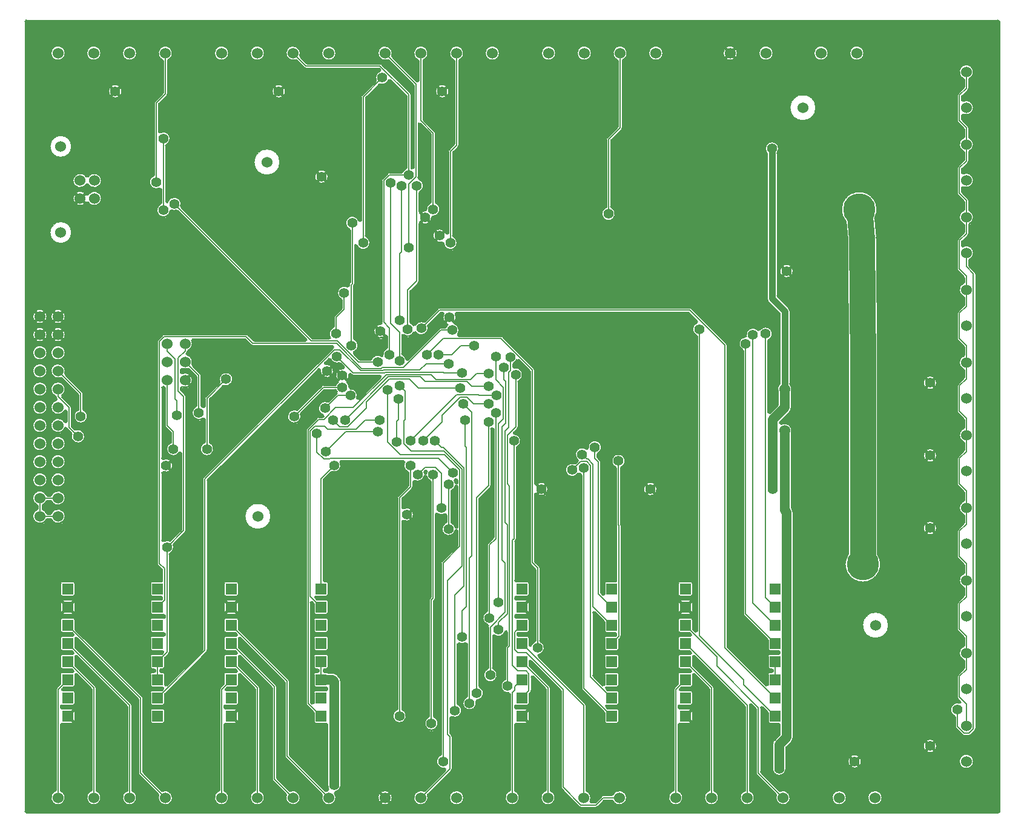
<source format=gbl>
*
*
G04 PADS 9.3.1 Build Number: 456998 generated Gerber (RS-274-X) file*
G04 PC Version=2.1*
*
%IN "Mega2560DriverBoard.pcb"*%
*
%MOIN*%
*
%FSLAX35Y35*%
*
*
*
*
G04 PC Standard Apertures*
*
*
G04 Thermal Relief Aperture macro.*
%AMTER*
1,1,$1,0,0*
1,0,$1-$2,0,0*
21,0,$3,$4,0,0,45*
21,0,$3,$4,0,0,135*
%
*
*
G04 Annular Aperture macro.*
%AMANN*
1,1,$1,0,0*
1,0,$2,0,0*
%
*
*
G04 Odd Aperture macro.*
%AMODD*
1,1,$1,0,0*
1,0,$1-0.005,0,0*
%
*
*
G04 PC Custom Aperture Macros*
*
*
*
*
*
*
G04 PC Aperture Table*
*
%ADD010C,0.001*%
%ADD011C,0.01*%
%ADD026C,0.06*%
%ADD027R,0.06X0.06*%
%ADD031C,0.14173*%
%ADD032C,0.05433*%
%ADD033C,0.006*%
%ADD036C,0.0374*%
%ADD037C,0.055*%
%ADD038C,0.0063*%
%ADD039C,0.015*%
%ADD128C,0.17717*%
*
*
*
*
G04 PC Circuitry*
G04 Layer Name Mega2560DriverBoard.pcb - circuitry*
%LPD*%
*
*
G04 PC Custom Flashes*
G04 Layer Name Mega2560DriverBoard.pcb - flashes*
%LPD*%
*
*
G04 PC Circuitry*
G04 Layer Name Mega2560DriverBoard.pcb - circuitry*
%LPD*%
*
G54D10*
G54D11*
G01X1734100Y1730000D02*
G75*
G03X1734100I-4100J0D01*
G01X1713850Y1738500D02*
G03X1713850I-3850J0D01*
G01Y1858500D02*
G03X1713850I-3850J0D01*
G01Y1898500D02*
G03X1713850I-3850J0D01*
G01Y1938500D02*
G03X1713850I-3850J0D01*
G01X1683785Y1710000D02*
G03X1683785I-4100J0D01*
G01X1687343Y1805000D02*
G03X1687343I-7343J0D01*
G01X1672350Y1730000D02*
G03X1672350I-3850J0D01*
G01X1664100Y1710000D02*
G03X1664100I-4100J0D01*
G01X1673785Y2120000D02*
G03X1673785I-4100J0D01*
G01X1634850Y2000000D02*
G03X1634850I-3850J0D01*
G01X1647343Y2090000D02*
G03X1647343I-7343J0D01*
G01X1654100Y2120000D02*
G03X1654100I-4100J0D01*
G01X1623785D02*
G03X1623785I-4100J0D01*
G01X1604100D02*
G03X1604100I-4100J0D01*
G01X1563155D02*
G03X1563155I-4100J0D01*
G01X1523785D02*
G03X1523785I-4100J0D01*
G01X1504100D02*
G03X1504100I-4100J0D01*
G01X1473155D02*
G03X1473155I-4100J0D01*
G01X1383155D02*
G03X1383155I-4100J0D01*
G01X1343785D02*
G03X1343785I-4100J0D01*
G01X1324100D02*
G03X1324100I-4100J0D01*
G01X1265350Y2099000D02*
G03X1265350I-3850J0D01*
G01X1273470Y2120000D02*
G03X1273470I-4100J0D01*
G01X1253785D02*
G03X1253785I-4100J0D01*
G01X1234100Y1955000D02*
G03X1234100I-4100J0D01*
G01Y1965000D02*
G03X1234100I-4100J0D01*
G01Y1975000D02*
G03X1234100I-4100J0D01*
G01X1237667Y2021220D02*
G03X1237667I-6171J0D01*
G01Y2068622D02*
G03X1237667I-6171J0D01*
G01X1234100Y2120000D02*
G03X1234100I-4100J0D01*
G01X1224100Y1885000D02*
G03X1224100I-4100J0D01*
G01Y1895000D02*
G03X1224100I-4100J0D01*
G01Y1905000D02*
G03X1224100I-4100J0D01*
G01Y1915000D02*
G03X1224100I-4100J0D01*
G01Y1925000D02*
G03X1224100I-4100J0D01*
G01Y1935000D02*
G03X1224100I-4100J0D01*
G01Y1945000D02*
G03X1224100I-4100J0D01*
G01Y1955000D02*
G03X1224100I-4100J0D01*
G01Y1965000D02*
G03X1224100I-4100J0D01*
G01Y1975000D02*
G03X1224100I-4100J0D01*
G01X1234100Y1885000D02*
G03X1234100I-4100J0D01*
G01Y1895000D02*
G03X1234100I-4100J0D01*
G01Y1905000D02*
G03X1234100I-4100J0D01*
G01X1347343Y1865000D02*
G03X1347343I-7343J0D01*
G01X1378850Y2052000D02*
G03X1378850I-3850J0D01*
G01X1352343Y2060000D02*
G03X1352343I-7343J0D01*
G01X1355350Y2099000D02*
G03X1355350I-3850J0D01*
G01X1414100Y1710000D02*
G03X1414100I-4100J0D01*
G01X1445350Y2099000D02*
G03X1445350I-3850J0D01*
G01X1453470Y1710000D02*
G03X1453470I-4100J0D01*
G01X1559850Y1880000D02*
G03X1559850I-3850J0D01*
G01X1747996Y1702504D02*
Y2137496D01*
G03X1747496Y2137996I-500J0*
G01X1212504*
G03X1212004Y2137496I-0J-500*
G01Y1702504*
G03X1212504Y1702004I500J-0*
G01X1747496*
G03X1747996Y1702504I0J500*
G01X1444197Y1970139D02*
G03X1444025Y1970944I-364J343D01*
G01X1442128Y1976359D02*
G03X1444025Y1970944I3372J-1859D01*
G01X1442128Y1976359D02*
G03X1441690Y1977100I-438J241D01*
G01X1440787*
G03X1440433Y1976954I0J-500*
G01X1433757Y1970277*
G03X1433638Y1969760I354J-354*
G01X1426810Y1966344D02*
G03X1433638Y1969760I3190J2156D01*
G01X1426810Y1966344D02*
G03X1425948Y1966287I-414J-280D01*
G01X1420199Y1964913D02*
G03X1425948Y1966287I2301J3087D01*
G01X1420199Y1964913D02*
G03X1419400Y1964512I-299J-401D01*
G01Y1954413*
G03X1419682Y1953963I500J0*
G01X1421716Y1951505D02*
G03X1419682Y1953963I-3716J-1005D01*
G01X1421716Y1951506D02*
G03X1422553Y1951283I483J130D01*
G01X1439760Y1968490*
X1440750Y1968900D02*
G03X1439760Y1968490I0J-1400D01*
G01X1440750Y1968900D02*
X1443087D01*
G03X1443537Y1969182I-0J500*
G01X1444197Y1970139D02*
G03X1443537Y1969182I2803J-2639D01*
G01X1435100Y2037913D02*
Y2075213D01*
G03X1434954Y2075567I-500J-0*
G01X1429254Y2081266*
G03X1428400Y2080913I-354J-353*
G01Y2051750*
X1428328Y2051308D02*
G03X1428400Y2051750I-1328J442D01*
G01X1428328Y2051308D02*
G03X1428653Y2050673I475J-158D01*
G01X1429182Y2043537D02*
G03X1428653Y2050673I-1682J3463D01*
G01X1429182Y2043537D02*
G03X1428900Y2043087I218J-450D01*
G01Y2032988*
G03X1429699Y2032587I500J-0*
G01X1432135Y2033348D02*
G03X1429699Y2032587I-135J-3848D01*
G01X1432135Y2033348D02*
G03X1432652Y2033865I18J499D01*
G01X1434818Y2037463D02*
G03X1432652Y2033865I1682J-3463D01*
G01X1434818Y2037463D02*
G03X1435100Y2037913I-218J450D01*
G01X1407518Y1941696D02*
G03X1407164Y1942550I-354J354D01*
G01X1392550*
X1391560Y1942960D02*
G03X1392550Y1942550I990J990D01*
G01X1391560Y1942960D02*
X1391176Y1943344D01*
G03X1390325Y1942934I-354J-353*
G01X1389059Y1939624D02*
G03X1390325Y1942934I-2559J2876D01*
G01X1389059Y1939624D02*
G03Y1938876I332J-374D01*
G01X1390348Y1935865D02*
G03X1389059Y1938876I-3848J135D01*
G01X1390348Y1935865D02*
G03X1390865Y1935348I499J-18D01*
G01X1394597Y1930128D02*
G03X1390865Y1935348I-3597J1372D01*
G01X1394597Y1930128D02*
G03X1395418Y1929597I468J-178D01*
G01X1407518Y1941696*
X1421600Y2056913D02*
Y2096375D01*
G03X1421454Y2096728I-500J-0*
G01X1412907Y2105275*
G03X1412088Y2105103I-354J-354*
G01X1407240Y2102862D02*
G03X1412088Y2105103I1260J3638D01*
G01X1407240Y2102862D02*
G03X1406723Y2102743I-163J-473D01*
G01X1399546Y2095567*
G03X1399400Y2095213I354J-354*
G01Y2019413*
G03X1399682Y2018963I500J0*
G01X1394371Y2014214D02*
G03X1399682Y2018963I3629J1286D01*
G01X1394371Y2014214D02*
G03X1393400Y2014046I-471J-168D01*
G01Y1993000*
X1393032Y1992054D02*
G03X1393400Y1993000I-1032J946D01*
G01X1393032Y1992053D02*
G03X1392900Y1991715I368J-338D01*
G01Y1962913*
G03X1393182Y1962463I500J0*
G01X1392851Y1955395D02*
G03X1393182Y1962463I-1351J3605D01*
G01X1392851Y1955395D02*
G03X1392673Y1954573I175J-468D01*
G01X1395699Y1951546*
G03X1396053Y1951400I354J354*
G01X1402087*
G03X1402537Y1951682I-0J500*
G01X1407908Y1953344D02*
G03X1402537Y1951682I-1908J-3344D01*
G01X1407908Y1953344D02*
G03X1408655Y1953804I248J434D01*
G01X1410818Y1957463D02*
G03X1408655Y1953804I1682J-3463D01*
G01X1410818Y1957463D02*
G03X1411100Y1957913I-218J450D01*
G01Y1963948*
G03X1410244Y1964299I-500J0*
G01X1407496Y1970850D02*
G03X1410244Y1964299I4J-3850D01*
G01X1407496Y1970850D02*
G03X1407983Y1971459I-1J500D01*
G01X1407950Y1971763D02*
G03X1407983Y1971459I1400J0D01*
G01X1407950Y1971763D02*
Y2050012D01*
X1408360Y2051002D02*
G03X1407950Y2050012I990J-990D01*
G01X1408360Y2051002D02*
X1411348Y2053990D01*
X1412338Y2054400D02*
G03X1411348Y2053990I0J-1400D01*
G01X1412338Y2054400D02*
X1419087D01*
G03X1419537Y2054682I-0J500*
G01X1421318Y2056463D02*
G03X1419537Y2054682I1682J-3463D01*
G01X1421318Y2056463D02*
G03X1421600Y2056913I-218J450D01*
G01X1381294Y1957866D02*
G03X1381046Y1958800I-248J434D01*
G01X1337209*
X1336219Y1959210D02*
G03X1337209Y1958800I990J990D01*
G01X1336219Y1959210D02*
X1333076Y1962354D01*
G03X1332722Y1962500I-354J-354*
G01X1304142*
G03X1303692Y1961783I0J-500*
G01X1301685Y1956262D02*
G03X1303692Y1961783I-1685J3738D01*
G01X1301685Y1956262D02*
G03X1301393Y1955857I205J-456D01*
G01X1300990Y1955010D02*
G03X1301393Y1955857I-990J990D01*
G01X1300990Y1955010D02*
X1300789Y1954809D01*
G03X1301019Y1953971I354J-353*
G01X1303838Y1948557D02*
G03X1301019Y1953971I-3838J1443D01*
G01X1303838Y1948557D02*
G03X1303952Y1948028I468J-176D01*
G01X1308490Y1943490*
X1308900Y1942500D02*
G03X1308490Y1943490I-1400J0D01*
G01X1308900Y1942500D02*
Y1925913D01*
G03X1309182Y1925463I500J0*
G01X1309801Y1925087D02*
G03X1309182Y1925463I-2301J-3087D01*
G01X1309801Y1925087D02*
G03X1310600Y1925488I299J401D01*
G01Y1930000*
X1311010Y1930990D02*
G03X1310600Y1930000I990J-990D01*
G01X1311010Y1930990D02*
X1318743Y1938723D01*
G03X1318862Y1939240I-354J354*
G01X1321240Y1936862D02*
G03X1318862Y1939240I1260J3638D01*
G01X1321240Y1936862D02*
G03X1320723Y1936743I-163J-473D01*
G01X1313546Y1929567*
G03X1313400Y1929213I354J-354*
G01Y1905913*
G03X1313682Y1905463I500J0*
G01X1310318D02*
G03X1313682I1682J-3463D01*
G01X1310318D02*
G03X1310600Y1905913I-218J450D01*
G01Y1918512*
G03X1309801Y1918913I-500J0*
G01X1305818Y1925463D02*
G03X1309801Y1918913I1682J-3463D01*
G01X1305818Y1925463D02*
G03X1306100Y1925913I-218J450D01*
G01Y1941713*
G03X1305954Y1942067I-500J-0*
G01X1301972Y1946048*
G03X1301443Y1946162I-353J-354*
G01X1298217Y1946308D02*
G03X1301443Y1946162I1783J3692D01*
G01X1298217Y1946308D02*
G03X1297500Y1945858I-217J-450D01*
G01Y1944142*
G03X1298217Y1943692I500J0*
G01Y1936308D02*
G03Y1943692I1783J3692D01*
G01Y1936308D02*
G03X1297500Y1935858I-217J-450D01*
G01Y1934787*
G03X1297646Y1934434I500J0*
G01X1300140Y1931940*
X1300550Y1930950D02*
G03X1300140Y1931940I-1400J0D01*
G01X1300550Y1930950D02*
Y1857150D01*
X1300140Y1856160D02*
G03X1300550Y1857150I-990J990D01*
G01X1300140Y1856160D02*
X1293757Y1849777D01*
G03X1293638Y1849260I354J-354*
G01X1291682Y1844537D02*
G03X1293638Y1849260I-1682J3463D01*
G01X1291682Y1844537D02*
G03X1291400Y1844087I218J-450D01*
G01Y1790315*
X1290990Y1789325D02*
G03X1291400Y1790315I-990J990D01*
G01X1290990Y1789325D02*
X1288932Y1787267D01*
G03X1288785Y1786913I353J-354*
G01Y1782000*
X1287685Y1780900D02*
G03X1288785Y1782000I0J1100D01*
G01X1287685Y1780900D02*
X1286585D01*
G03X1286085Y1780400I0J-500*
G01Y1779600*
G03X1286585Y1779100I500J0*
G01X1287685*
X1288785Y1778000D02*
G03X1287685Y1779100I-1100J0D01*
G01X1288785Y1778000D02*
Y1772287D01*
G03X1289639Y1771934I500J0*
G01X1289639D02*
X1309336Y1791631D01*
G03X1309482Y1791984I-354J353*
G01Y1885544*
X1309893Y1886534D02*
G03X1309482Y1885544I989J-990D01*
G01X1309893Y1886534D02*
X1380998Y1957640D01*
X1381294Y1957866D02*
G03X1380998Y1957640I694J-1216D01*
G01X1297750Y1857937D02*
Y1899795D01*
G03X1296819Y1900049I-500J0*
G01X1291818Y1905463D02*
G03X1296819Y1900049I1682J-3463D01*
G01X1291818Y1905463D02*
G03X1292100Y1905913I-218J450D01*
G01Y1910707*
G03X1291954Y1911061I-500J0*
G01X1289010Y1914004*
X1288600Y1914994D02*
G03X1289010Y1914004I1400J0D01*
G01X1288600Y1914994D02*
Y1935811D01*
G03X1288307Y1936266I-500J-0*
G01X1287995Y1936424D02*
G03X1288307Y1936266I2005J3576D01*
G01X1287995Y1936424D02*
G03X1287250Y1935988I-245J-436D01*
G01Y1896982*
G03X1287951Y1896525I500J0*
G01Y1889475D02*
G03Y1896525I1549J3525D01*
G01Y1889475D02*
G03X1287250Y1889018I-201J-457D01*
G01Y1851723*
G03X1288009Y1851295I500J-0*
G01X1291260Y1851638D02*
G03X1288009Y1851295I-1260J-3638D01*
G01X1291260Y1851638D02*
G03X1291777Y1851757I163J473D01*
G01X1297604Y1857583*
G03X1297750Y1857937I-354J354*
G01X1433036Y1889681D02*
G03X1432233Y1890253I-449J219D01*
G01X1431757Y1889777*
G03X1431638Y1889260I354J-354*
G01X1431761Y1888821D02*
G03X1431638Y1889260I-3761J-821D01*
G01X1431761Y1888821D02*
G03X1432739I489J106D01*
G01X1433036Y1889681D02*
G03X1432739Y1888821I3464J-1681D01*
G01X1449750Y1858928D02*
Y1881572D01*
G03X1448761Y1881679I-500J0*
G01X1446682Y1879037D02*
G03X1448761Y1881679I-1682J3463D01*
G01X1446682Y1879037D02*
G03X1446400Y1878587I218J-450D01*
G01Y1861913*
G03X1446682Y1861463I500J0*
G01X1448761Y1858821D02*
G03X1446682Y1861463I-3761J-821D01*
G01X1448761Y1858821D02*
G03X1449750Y1858928I489J107D01*
G01Y1883428D02*
Y1885018D01*
G03X1449049Y1885475I-500J-0*
G01X1448547Y1885295D02*
G03X1449049Y1885475I-1047J3705D01*
G01X1448547Y1885295D02*
G03X1448260Y1884548I136J-481D01*
G01X1448761Y1883321D02*
G03X1448260Y1884548I-3761J-821D01*
G01X1448761Y1883321D02*
G03X1449750Y1883428I489J107D01*
G01X1492600Y1796413D02*
Y1835707D01*
G03X1492454Y1836061I-500J0*
G01X1490010Y1838504*
X1489600Y1839494D02*
G03X1490010Y1838504I1400J0D01*
G01X1489600Y1839494D02*
Y1944875D01*
G03X1489454Y1945228I-500J-0*
G01X1483407Y1951275*
G03X1482588Y1951103I-354J-354*
G01X1480814Y1949104D02*
G03X1482588Y1951103I-1814J3396D01*
G01X1480814Y1949104D02*
G03X1480549Y1948648I235J-441D01*
G01X1480550Y1948606D02*
G03X1480549Y1948648I-1400J-0D01*
G01X1480550Y1948606D02*
Y1947245D01*
G03X1481159Y1946757I500J0*
G01X1483682Y1939537D02*
G03X1481159Y1946757I-1682J3463D01*
G01X1483682Y1939537D02*
G03X1483400Y1939087I218J-450D01*
G01Y1914257*
X1482990Y1913267D02*
G03X1483400Y1914257I-990J990D01*
G01X1482990Y1913267D02*
X1480918Y1911195D01*
G03X1481240Y1910343I354J-353*
G01X1482682Y1903037D02*
G03X1481240Y1910343I-1682J3463D01*
G01X1482682Y1903037D02*
G03X1482400Y1902587I218J-450D01*
G01Y1852627*
X1481990Y1851637D02*
G03X1482400Y1852627I-990J990D01*
G01X1481990Y1851637D02*
X1481732Y1851378D01*
G03X1481585Y1851025I353J-353*
G01Y1829583*
G03X1482157Y1829089I500J0*
G01X1482315Y1829100D02*
G03X1482157Y1829089I-0J-1100D01*
G01X1482315Y1829100D02*
X1488315D01*
X1489415Y1828000D02*
G03X1488315Y1829100I-1100J0D01*
G01X1489415Y1828000D02*
Y1822000D01*
X1488315Y1820900D02*
G03X1489415Y1822000I-0J1100D01*
G01X1488315Y1820900D02*
X1482315D01*
X1482157Y1820911D02*
G03X1482315Y1820900I158J1089D01*
G01X1482157Y1820911D02*
G03X1481585Y1820417I-72J-494D01*
G01Y1819583*
G03X1482157Y1819089I500J0*
G01X1482315Y1819100D02*
G03X1482157Y1819089I-0J-1100D01*
G01X1482315Y1819100D02*
X1488315D01*
X1489415Y1818000D02*
G03X1488315Y1819100I-1100J0D01*
G01X1489415Y1818000D02*
Y1812000D01*
X1488315Y1810900D02*
G03X1489415Y1812000I-0J1100D01*
G01X1488315Y1810900D02*
X1482315D01*
X1482157Y1810911D02*
G03X1482315Y1810900I158J1089D01*
G01X1482157Y1810911D02*
G03X1481585Y1810417I-72J-494D01*
G01Y1809583*
G03X1482157Y1809089I500J0*
G01X1482315Y1809100D02*
G03X1482157Y1809089I-0J-1100D01*
G01X1482315Y1809100D02*
X1488315D01*
X1489415Y1808000D02*
G03X1488315Y1809100I-1100J0D01*
G01X1489415Y1808000D02*
Y1802000D01*
X1488315Y1800900D02*
G03X1489415Y1802000I-0J1100D01*
G01X1488315Y1800900D02*
X1483423D01*
G03X1483070Y1800754I0J-500*
G01X1482961Y1800645*
G03X1482815Y1800292I354J-353*
G01Y1799600*
G03X1483315Y1799100I500J0*
G01X1488315*
X1489415Y1798000D02*
G03X1488315Y1799100I-1100J0D01*
G01X1489415Y1798000D02*
Y1793995D01*
G03X1490385Y1793823I500J0*
G01X1492318Y1795963D02*
G03X1490385Y1793823I1682J-3463D01*
G01X1492318Y1795963D02*
G03X1492600Y1796413I-218J450D01*
G01X1734100Y1730000D02*
G03X1734100I-4100J0D01*
G01X1735300Y1998600D02*
Y1748070D01*
X1734890Y1747080D02*
G03X1735300Y1748070I-990J990D01*
G01X1734890Y1747080D02*
X1732320Y1744510D01*
X1731330Y1744100D02*
G03X1732320Y1744510I0J1400D01*
G01X1731330Y1744100D02*
X1728670D01*
X1727680Y1744510D02*
G03X1728670Y1744100I990J990D01*
G01X1727680Y1744510D02*
X1724010Y1748180D01*
X1723600Y1749170D02*
G03X1724010Y1748180I1400J-0D01*
G01X1723600Y1749170D02*
Y1754587D01*
G03X1723318Y1755037I-500J-0*
G01X1726068Y1762199D02*
G03X1723318Y1755037I-1068J-3699D01*
G01X1726068Y1762199D02*
G03X1726561Y1763033I139J480D01*
G01X1725110Y1764483*
X1724700Y1765473D02*
G03X1725110Y1764483I1400J0D01*
G01X1724700Y1765473D02*
Y1776750D01*
X1725110Y1777740D02*
G03X1724700Y1776750I990J-990D01*
G01X1725110Y1777740D02*
X1728454Y1781084D01*
G03X1728600Y1781437I-354J353*
G01Y1785496*
G03X1728307Y1785951I-500J-0*
G01Y1793419D02*
G03Y1785951I1693J-3734D01*
G01X1728306Y1793419D02*
G03X1728600Y1793874I-206J455D01*
G01Y1798248*
G03X1728454Y1798601I-500J-0*
G01X1725110Y1801945*
X1724700Y1802935D02*
G03X1725110Y1801945I1400J-0D01*
G01X1724700Y1802935D02*
Y1816750D01*
X1725110Y1817740D02*
G03X1724700Y1816750I990J-990D01*
G01X1725110Y1817740D02*
X1728454Y1821084D01*
G03X1728600Y1821437I-354J353*
G01Y1825496*
G03X1728307Y1825951I-500J-0*
G01Y1833419D02*
G03Y1825951I1693J-3734D01*
G01X1728306Y1833419D02*
G03X1728600Y1833874I-206J455D01*
G01Y1838248*
G03X1728454Y1838601I-500J-0*
G01X1725110Y1841945*
X1724700Y1842935D02*
G03X1725110Y1841945I1400J-0D01*
G01X1724700Y1842935D02*
Y1856750D01*
X1725110Y1857740D02*
G03X1724700Y1856750I990J-990D01*
G01X1725110Y1857740D02*
X1728454Y1861084D01*
G03X1728600Y1861437I-354J353*
G01Y1865496*
G03X1728307Y1865951I-500J-0*
G01Y1873419D02*
G03Y1865951I1693J-3734D01*
G01X1728306Y1873419D02*
G03X1728600Y1873874I-206J455D01*
G01Y1878248*
G03X1728454Y1878601I-500J-0*
G01X1725110Y1881945*
X1724700Y1882935D02*
G03X1725110Y1881945I1400J-0D01*
G01X1724700Y1882935D02*
Y1896750D01*
X1725110Y1897740D02*
G03X1724700Y1896750I990J-990D01*
G01X1725110Y1897740D02*
X1728454Y1901084D01*
G03X1728600Y1901437I-354J353*
G01Y1905496*
G03X1728307Y1905951I-500J-0*
G01Y1913419D02*
G03Y1905951I1693J-3734D01*
G01X1728306Y1913419D02*
G03X1728600Y1913874I-206J455D01*
G01Y1918248*
G03X1728454Y1918601I-500J-0*
G01X1725110Y1921945*
X1724700Y1922935D02*
G03X1725110Y1921945I1400J-0D01*
G01X1724700Y1922935D02*
Y1936750D01*
X1725110Y1937740D02*
G03X1724700Y1936750I990J-990D01*
G01X1725110Y1937740D02*
X1728454Y1941084D01*
G03X1728600Y1941437I-354J353*
G01Y1945496*
G03X1728307Y1945951I-500J-0*
G01Y1953419D02*
G03Y1945951I1693J-3734D01*
G01X1728306Y1953419D02*
G03X1728600Y1953874I-206J455D01*
G01Y1958248*
G03X1728454Y1958601I-500J-0*
G01X1725110Y1961945*
X1724700Y1962935D02*
G03X1725110Y1961945I1400J-0D01*
G01X1724700Y1962935D02*
Y1976750D01*
X1725110Y1977740D02*
G03X1724700Y1976750I990J-990D01*
G01X1725110Y1977740D02*
X1728454Y1981084D01*
G03X1728600Y1981437I-354J353*
G01Y1985496*
G03X1728307Y1985951I-500J-0*
G01Y1993419D02*
G03Y1985951I1693J-3734D01*
G01X1728306Y1993419D02*
G03X1728600Y1993874I-206J455D01*
G01Y1996407*
G03X1728454Y1996761I-500J-0*
G01X1725110Y2000104*
X1724700Y2001094D02*
G03X1725110Y2000104I1400J-0D01*
G01X1724700Y2001094D02*
Y2016750D01*
X1725110Y2017740D02*
G03X1724700Y2016750I990J-990D01*
G01X1725110Y2017740D02*
X1728454Y2021084D01*
G03X1728600Y2021437I-354J353*
G01Y2025496*
G03X1728307Y2025951I-500J-0*
G01Y2033419D02*
G03Y2025951I1693J-3734D01*
G01X1728306Y2033419D02*
G03X1728600Y2033874I-206J455D01*
G01Y2038248*
G03X1728454Y2038601I-500J-0*
G01X1725110Y2041945*
X1724700Y2042935D02*
G03X1725110Y2041945I1400J-0D01*
G01X1724700Y2042935D02*
Y2056750D01*
X1725110Y2057740D02*
G03X1724700Y2056750I990J-990D01*
G01X1725110Y2057740D02*
X1728454Y2061084D01*
G03X1728600Y2061437I-354J353*
G01Y2065496*
G03X1728307Y2065951I-500J-0*
G01Y2073419D02*
G03Y2065951I1693J-3734D01*
G01X1728306Y2073419D02*
G03X1728600Y2073874I-206J455D01*
G01Y2078248*
G03X1728454Y2078601I-500J-0*
G01X1725110Y2081945*
X1724700Y2082935D02*
G03X1725110Y2081945I1400J-0D01*
G01X1724700Y2082935D02*
Y2096750D01*
X1725110Y2097740D02*
G03X1724700Y2096750I990J-990D01*
G01X1725110Y2097740D02*
X1728454Y2101084D01*
G03X1728600Y2101437I-354J353*
G01Y2105496*
G03X1728307Y2105951I-500J-0*
G01X1731693D02*
G03X1728307I-1693J3734D01*
G01X1731694D02*
G03X1731400Y2105496I206J-455D01*
G01Y2100650*
X1730990Y2099660D02*
G03X1731400Y2100650I-990J990D01*
G01X1730990Y2099660D02*
X1727646Y2096317D01*
G03X1727500Y2095963I354J-354*
G01Y2094142*
G03X1728217Y2093692I500J0*
G01Y2086308D02*
G03Y2093692I1783J3692D01*
G01Y2086308D02*
G03X1727500Y2085858I-217J-450D01*
G01Y2083722*
G03X1727646Y2083368I500J-0*
G01X1730990Y2080025*
X1731400Y2079035D02*
G03X1730990Y2080025I-1400J-0D01*
G01X1731400Y2079035D02*
Y2073874D01*
G03X1731693Y2073419I500J0*
G01Y2065951D02*
G03Y2073419I-1693J3734D01*
G01X1731694Y2065951D02*
G03X1731400Y2065496I206J-455D01*
G01Y2060650*
X1730990Y2059660D02*
G03X1731400Y2060650I-990J990D01*
G01X1730990Y2059660D02*
X1727646Y2056317D01*
G03X1727500Y2055963I354J-354*
G01Y2054142*
G03X1728217Y2053692I500J0*
G01Y2046308D02*
G03Y2053692I1783J3692D01*
G01Y2046308D02*
G03X1727500Y2045858I-217J-450D01*
G01Y2043722*
G03X1727646Y2043368I500J-0*
G01X1730990Y2040025*
X1731400Y2039035D02*
G03X1730990Y2040025I-1400J-0D01*
G01X1731400Y2039035D02*
Y2033874D01*
G03X1731693Y2033419I500J0*
G01Y2025951D02*
G03Y2033419I-1693J3734D01*
G01X1731694Y2025951D02*
G03X1731400Y2025496I206J-455D01*
G01Y2020650*
X1730990Y2019660D02*
G03X1731400Y2020650I-990J990D01*
G01X1730990Y2019660D02*
X1727646Y2016317D01*
G03X1727500Y2015963I354J-354*
G01Y2014142*
G03X1728217Y2013692I500J0*
G01X1731693Y2006266D02*
G03X1728217Y2013692I-1693J3734D01*
G01X1731694Y2006266D02*
G03X1731400Y2005811I206J-455D01*
G01Y2003287*
G03X1731546Y2002933I500J0*
G01X1734890Y1999590*
X1735300Y1998600D02*
G03X1734890Y1999590I-1400J0D01*
G01X1713850Y1738500D02*
G03X1713850I-3850J0D01*
G01Y1858500D02*
G03X1713850I-3850J0D01*
G01Y1898500D02*
G03X1713850I-3850J0D01*
G01Y1938500D02*
G03X1713850I-3850J0D01*
G01X1683785Y1710000D02*
G03X1683785I-4100J0D01*
G01X1687343Y1805000D02*
G03X1687343I-7343J0D01*
G01X1672350Y1730000D02*
G03X1672350I-3850J0D01*
G01X1664100Y1710000D02*
G03X1664100I-4100J0D01*
G01X1664729Y1844045D02*
G03X1681271I8271J-5545D01*
G01X1664729D02*
G03X1664813Y1844324I-416J279D01*
G01Y1948058*
G03Y1948061I-500J-0*
G01X1664316Y2017566*
G03X1664314Y2017609I-500J-3*
G01X1663393Y2027437*
G03X1663282Y2027707I-498J-46*
G01X1679753Y2029251D02*
G03X1663282Y2027707I-8753J4749D01*
G01X1679753Y2029251D02*
G03X1679695Y2028966I439J-239D01*
G01X1680651Y2018764*
X1680686Y2018059D02*
G03X1680651Y2018764I-8186J-59D01*
G01X1680686Y2018059D02*
X1681186Y1948147D01*
X1681187Y1948089D02*
G03X1681186Y1948147I-8187J-0D01*
G01X1681187Y1948089D02*
Y1844324D01*
G03X1681271Y1844045I500J-0*
G01X1673785Y2120000D02*
G03X1673785I-4100J0D01*
G01X1634818Y1867110D02*
Y1743347D01*
X1633700Y1740648D02*
G03X1634818Y1743347I-2698J2699D01*
G01X1633700Y1740648D02*
X1630963Y1737911D01*
G03X1630817Y1737558I354J-353*
G01Y1726539*
G03X1630820Y1726477I500J-0*
G01X1623180D02*
G03X1630820I3820J-477D01*
G01X1623180D02*
G03X1623183Y1726539I-497J62D01*
G01Y1739346*
X1624301Y1742044D02*
G03X1623183Y1739346I2699J-2698D01*
G01X1624301Y1742044D02*
X1627039Y1744782D01*
G03X1627185Y1745135I-354J353*
G01Y1750400*
G03X1626685Y1750900I-500J-0*
G01X1621685*
X1620585Y1752000D02*
G03X1621685Y1750900I1100J0D01*
G01X1620585Y1752000D02*
Y1756913D01*
G03X1620439Y1757267I-500J-0*
G01X1617767Y1759938*
G03X1616914Y1759565I-353J-354*
G01X1616915Y1759511D02*
G03X1616914Y1759565I-1415J-0D01*
G01X1616915Y1759511D02*
Y1724348D01*
G03X1617061Y1723995I500J0*
G01X1627098Y1713958*
G03X1627626Y1713843I354J354*
G01X1625212Y1711429D02*
G03X1627626Y1713843I3843J-1429D01*
G01X1625212Y1711429D02*
G03X1625097Y1711957I-468J174D01*
G01X1614499Y1722555*
X1614085Y1723555D02*
G03X1614499Y1722555I1415J0D01*
G01X1614085Y1723555D02*
Y1758717D01*
G03X1613939Y1759071I-500J0*
G01X1611637Y1761372*
G03X1610784Y1760999I-353J-353*
G01X1610785Y1760945D02*
G03X1610784Y1760999I-1415J-0D01*
G01X1610785Y1760945D02*
Y1714182D01*
G03X1611077Y1713728I500J0*
G01X1607663D02*
G03X1611077I1707J-3728D01*
G01X1607663D02*
G03X1607955Y1714182I-208J454D01*
G01Y1760152*
G03X1607809Y1760505I-500J-0*
G01X1580269Y1788045*
G03X1579415Y1787692I-354J-353*
G01Y1783108*
G03X1579561Y1782755I500J0*
G01X1590686Y1771630*
X1591100Y1770630D02*
G03X1590686Y1771630I-1415J-0D01*
G01X1591100Y1770630D02*
Y1714182D01*
G03X1591392Y1713728I500J0*
G01X1587978D02*
G03X1591392I1707J-3728D01*
G01X1587978D02*
G03X1588270Y1714182I-208J454D01*
G01Y1769837*
G03X1588124Y1770190I-500J-0*
G01X1580269Y1778045*
G03X1579415Y1777692I-354J-353*
G01Y1772000*
X1578315Y1770900D02*
G03X1579415Y1772000I-0J1100D01*
G01X1578315Y1770900D02*
X1573423D01*
G03X1573070Y1770754I0J-500*
G01X1572270Y1769954*
G03X1572623Y1769100I353J-354*
G01X1578315*
X1579415Y1768000D02*
G03X1578315Y1769100I-1100J0D01*
G01X1579415Y1768000D02*
Y1762000D01*
X1578315Y1760900D02*
G03X1579415Y1762000I-0J1100D01*
G01X1578315Y1760900D02*
X1572315D01*
X1572040Y1760935D02*
G03X1572315Y1760900I275J1065D01*
G01X1572040Y1760935D02*
G03X1571415Y1760451I-125J-484D01*
G01Y1759549*
G03X1572040Y1759065I500J0*
G01X1572315Y1759100D02*
G03X1572040Y1759065I-0J-1100D01*
G01X1572315Y1759100D02*
X1578315D01*
X1579415Y1758000D02*
G03X1578315Y1759100I-1100J0D01*
G01X1579415Y1758000D02*
Y1752000D01*
X1578315Y1750900D02*
G03X1579415Y1752000I-0J1100D01*
G01X1578315Y1750900D02*
X1572315D01*
X1572040Y1750935D02*
G03X1572315Y1750900I275J1065D01*
G01X1572040Y1750935D02*
G03X1571415Y1750451I-125J-484D01*
G01Y1714182*
G03X1571707Y1713728I500J0*
G01X1568293D02*
G03X1571707I1707J-3728D01*
G01X1568293D02*
G03X1568585Y1714182I-208J454D01*
G01Y1769685*
X1568999Y1770686D02*
G03X1568585Y1769685I1001J-1001D01*
G01X1568999Y1770686D02*
X1571068Y1772755D01*
G03X1571215Y1773108I-353J353*
G01Y1778000*
X1572315Y1779100D02*
G03X1571215Y1778000I-0J-1100D01*
G01X1572315Y1779100D02*
X1578007D01*
G03X1578360Y1779954I-0J500*
G01X1577560Y1780754*
G03X1577207Y1780900I-353J-354*
G01X1572315*
X1571215Y1782000D02*
G03X1572315Y1780900I1100J0D01*
G01X1571215Y1782000D02*
Y1788000D01*
X1572315Y1789100D02*
G03X1571215Y1788000I-0J-1100D01*
G01X1572315Y1789100D02*
X1578007D01*
G03X1578360Y1789954I-0J500*
G01X1577560Y1790754*
G03X1577207Y1790900I-353J-354*
G01X1572315*
X1571215Y1792000D02*
G03X1572315Y1790900I1100J0D01*
G01X1571215Y1792000D02*
Y1798000D01*
X1572315Y1799100D02*
G03X1571215Y1798000I-0J-1100D01*
G01X1572315Y1799100D02*
X1578007D01*
G03X1578360Y1799954I-0J500*
G01X1577560Y1800754*
G03X1577207Y1800900I-353J-354*
G01X1572315*
X1571215Y1802000D02*
G03X1572315Y1800900I1100J0D01*
G01X1571215Y1802000D02*
Y1808000D01*
X1572315Y1809100D02*
G03X1571215Y1808000I-0J-1100D01*
G01X1572315Y1809100D02*
X1578315D01*
X1579415Y1808000D02*
G03X1578315Y1809100I-1100J0D01*
G01X1579415Y1808000D02*
Y1803108D01*
G03X1579561Y1802755I500J0*
G01X1580746Y1801570*
G03X1581600Y1801923I354J353*
G01Y1964087*
G03X1581318Y1964537I-500J-0*
G01X1581603Y1971588D02*
G03X1581318Y1964537I1397J-3588D01*
G01X1581603Y1971588D02*
G03X1581775Y1972407I-182J465D01*
G01X1577228Y1976954*
G03X1576875Y1977100I-353J-354*
G01X1449310*
G03X1448872Y1976359I-0J-500*
G01X1448303Y1971861D02*
G03X1448872Y1976359I-2803J2639D01*
G01X1448303Y1971861D02*
G03X1448475Y1971056I364J-343D01*
G01X1450087Y1965199D02*
G03X1448475Y1971056I-3087J2301D01*
G01X1450087Y1965199D02*
G03X1450488Y1964400I401J-299D01*
G01X1473662*
X1474652Y1963990D02*
G03X1473662Y1964400I-990J-990D01*
G01X1474652Y1963990D02*
X1491990Y1946652D01*
X1492400Y1945662D02*
G03X1491990Y1946652I-1400J-0D01*
G01X1492400Y1945662D02*
Y1883052D01*
G03X1493256Y1882701I500J-0*
G01Y1877299D02*
G03Y1882701I2744J2701D01*
G01Y1877299D02*
G03X1492400Y1876948I-356J-351D01*
G01Y1840281*
G03X1492546Y1839928I500J0*
G01X1494990Y1837484*
X1495400Y1836494D02*
G03X1494990Y1837484I-1400J0D01*
G01X1495400Y1836494D02*
Y1796413D01*
G03X1495682Y1795963I500J0*
G01X1494707Y1788716D02*
G03X1495682Y1795963I-707J3784D01*
G01X1494707Y1788716D02*
G03X1494446Y1787870I92J-492D01*
G01X1520371Y1761945*
X1520785Y1760945D02*
G03X1520371Y1761945I-1415J-0D01*
G01X1520785Y1760945D02*
Y1714182D01*
G03X1521077Y1713728I500J0*
G01X1523025Y1708142D02*
G03X1521077Y1713728I-3655J1858D01*
G01X1523025Y1708142D02*
G03X1523470Y1707415I445J-227D01*
G01X1525230*
G03X1525584Y1707561I0J500*
G01X1529023Y1711001*
X1530023Y1711415D02*
G03X1529023Y1711001I0J-1415D01*
G01X1530023Y1711415D02*
X1534873D01*
G03X1535327Y1711707I-0J500*
G01Y1708293D02*
G03Y1711707I3728J1707D01*
G01Y1708293D02*
G03X1534873Y1708585I-454J-208D01*
G01X1530817*
G03X1530463Y1708439I-0J-500*
G01X1527024Y1704999*
X1526023Y1704585D02*
G03X1527024Y1704999I0J1415D01*
G01X1526023Y1704585D02*
X1517833D01*
X1516833Y1704999D02*
G03X1517833Y1704585I1000J1001D01*
G01X1516833Y1704999D02*
X1506999Y1714833D01*
X1506585Y1715833D02*
G03X1506999Y1714833I1415J0D01*
G01X1506585Y1715833D02*
Y1768816D01*
G03X1506439Y1769169I-500J-0*
G01X1490269Y1785339*
G03X1489415Y1784986I-354J-353*
G01Y1783108*
G03X1489561Y1782755I500J0*
G01X1500686Y1771630*
X1501100Y1770630D02*
G03X1500686Y1771630I-1415J-0D01*
G01X1501100Y1770630D02*
Y1714182D01*
G03X1501392Y1713728I500J0*
G01X1497978D02*
G03X1501392I1707J-3728D01*
G01X1497978D02*
G03X1498270Y1714182I-208J454D01*
G01Y1769837*
G03X1498124Y1770190I-500J-0*
G01X1491469Y1776845*
G03X1490615Y1776492I-354J-353*
G01Y1768900*
X1490205Y1767910D02*
G03X1490615Y1768900I-990J990D01*
G01X1490205Y1767910D02*
X1489561Y1767267D01*
G03X1489415Y1766913I354J-354*
G01Y1762000*
X1488315Y1760900D02*
G03X1489415Y1762000I-0J1100D01*
G01X1488315Y1760900D02*
X1482315D01*
X1482040Y1760935D02*
G03X1482315Y1760900I275J1065D01*
G01X1482040Y1760935D02*
G03X1481415Y1760451I-125J-484D01*
G01Y1759549*
G03X1482040Y1759065I500J0*
G01X1482315Y1759100D02*
G03X1482040Y1759065I-0J-1100D01*
G01X1482315Y1759100D02*
X1488315D01*
X1489415Y1758000D02*
G03X1488315Y1759100I-1100J0D01*
G01X1489415Y1758000D02*
Y1752000D01*
X1488315Y1750900D02*
G03X1489415Y1752000I-0J1100D01*
G01X1488315Y1750900D02*
X1482315D01*
X1482040Y1750935D02*
G03X1482315Y1750900I275J1065D01*
G01X1482040Y1750935D02*
G03X1481415Y1750451I-125J-484D01*
G01Y1714182*
G03X1481707Y1713728I500J0*
G01X1478293D02*
G03X1481707I1707J-3728D01*
G01X1478293D02*
G03X1478585Y1714182I-208J454D01*
G01Y1767189*
G03X1478018Y1767685I-500J0*
G01X1475818Y1774963D02*
G03X1478018Y1767685I1682J-3463D01*
G01X1475818Y1774963D02*
G03X1476100Y1775413I-218J450D01*
G01Y1792486*
X1476510Y1793476D02*
G03X1476100Y1792486I990J-990D01*
G01X1476510Y1793476D02*
X1477004Y1793970D01*
G03X1477150Y1794323I-354J353*
G01Y1801196*
G03X1476173Y1801346I-500J0*
G01X1470199Y1799413D02*
G03X1476173Y1801346I2301J3087D01*
G01X1470199Y1799413D02*
G03X1469400Y1799012I-299J-401D01*
G01Y1781413*
G03X1469682Y1780963I500J0*
G01X1466318D02*
G03X1469682I1682J-3463D01*
G01X1466318D02*
G03X1466600Y1781413I-218J450D01*
G01Y1804013*
X1466734Y1804610D02*
G03X1466600Y1804013I1266J-597D01*
G01X1466734Y1804610D02*
G03X1466422Y1805304I-452J214D01*
G01X1465818Y1812463D02*
G03X1466422Y1805304I1682J-3463D01*
G01X1465818Y1812463D02*
G03X1466100Y1812913I-218J450D01*
G01Y1849225*
X1466510Y1850215D02*
G03X1466100Y1849225I990J-990D01*
G01X1466510Y1850215D02*
X1469454Y1853158D01*
G03X1469600Y1853512I-354J354*
G01Y1913190*
G03X1468859Y1913628I-500J0*
G01X1468682Y1913537D02*
G03X1468859Y1913628I-1682J3463D01*
G01X1468682Y1913537D02*
G03X1468400Y1913087I218J-450D01*
G01Y1881886*
X1467990Y1880896D02*
G03X1468400Y1881886I-990J990D01*
G01X1467990Y1880896D02*
X1462046Y1874952D01*
G03X1461900Y1874599I354J-353*
G01Y1771413*
G03X1462182Y1770963I500J0*
G01X1460672Y1763654D02*
G03X1462182Y1770963I-172J3846D01*
G01X1460672Y1763654D02*
G03X1460212Y1763022I22J-500D01*
G01X1454818Y1765463D02*
G03X1460212Y1763022I1682J-3463D01*
G01X1454818Y1765463D02*
G03X1455100Y1765913I-218J450D01*
G01Y1794690*
G03X1454359Y1795128I-500J0*
G01X1450641D02*
G03X1454359I1859J3372D01*
G01X1450641D02*
G03X1449900Y1794690I-241J-438D01*
G01Y1761913*
G03X1450182Y1761463I500J0*
G01X1446641Y1754628D02*
G03X1450182Y1761463I1859J3372D01*
G01X1446641Y1754628D02*
G03X1445900Y1754190I-241J-438D01*
G01Y1745537*
G03X1446046Y1745183I500J0*
G01X1446640Y1744590*
X1447050Y1743600D02*
G03X1446640Y1744590I-1400J0D01*
G01X1447050Y1743600D02*
Y1725965D01*
X1446640Y1724975D02*
G03X1447050Y1725965I-990J990D01*
G01X1446640Y1724975D02*
X1433637Y1711972D01*
G03X1433523Y1711443I354J-353*
G01X1431128Y1713838D02*
G03X1433523Y1711443I-1443J-3838D01*
G01X1431128Y1713838D02*
G03X1431657Y1713952I176J468D01*
G01X1443059Y1725354*
G03X1442624Y1726201I-353J354*
G01X1440318Y1733463D02*
G03X1442624Y1726201I1682J-3463D01*
G01X1440318Y1733463D02*
G03X1440600Y1733913I-218J450D01*
G01Y1839365*
X1441010Y1840354D02*
G03X1440600Y1839365I990J-989D01*
G01X1441010Y1840354D02*
X1449604Y1848948D01*
G03X1449750Y1849302I-354J354*
G01Y1857072*
G03X1448761Y1857179I-500J0*
G01X1443318Y1861463D02*
G03X1448761Y1857179I1682J-3463D01*
G01X1443318Y1861463D02*
G03X1443600Y1861913I-218J450D01*
G01Y1865690*
G03X1442859Y1866128I-500J0*
G01X1438699Y1866413D02*
G03X1442859Y1866128I2301J3087D01*
G01X1438699Y1866413D02*
G03X1437900Y1866012I-299J-401D01*
G01Y1820000*
X1437490Y1819010D02*
G03X1437900Y1820000I-990J990D01*
G01X1437490Y1819010D02*
X1437046Y1818567D01*
G03X1436900Y1818213I354J-354*
G01Y1754913*
G03X1437182Y1754463I500J0*
G01X1433818D02*
G03X1437182I1682J-3463D01*
G01X1433818D02*
G03X1434100Y1754913I-218J450D01*
G01Y1819000*
X1434510Y1819990D02*
G03X1434100Y1819000I990J-990D01*
G01X1434510Y1819990D02*
X1434954Y1820433D01*
G03X1435100Y1820787I-354J354*
G01Y1884087*
G03X1434818Y1884537I-500J-0*
G01X1432739Y1887179D02*
G03X1434818Y1884537I3761J821D01*
G01X1432739Y1887179D02*
G03X1431761I-489J-106D01*
G01X1426141Y1884628D02*
G03X1431761Y1887179I1859J3372D01*
G01X1426141Y1884628D02*
G03X1425400Y1884190I-241J-438D01*
G01Y1881256*
X1424990Y1880266D02*
G03X1425400Y1881256I-990J990D01*
G01X1424990Y1880266D02*
X1419546Y1874822D01*
G03X1419400Y1874469I354J-353*
G01Y1869810*
G03X1420141Y1869372I500J-0*
G01Y1862628D02*
G03Y1869372I1859J3372D01*
G01Y1862628D02*
G03X1419400Y1862190I-241J-438D01*
G01Y1758913*
G03X1419682Y1758463I500J0*
G01X1416318D02*
G03X1419682I1682J-3463D01*
G01X1416318D02*
G03X1416600Y1758913I-218J450D01*
G01Y1875256*
X1417010Y1876246D02*
G03X1416600Y1875256I990J-990D01*
G01X1417010Y1876246D02*
X1422454Y1881689D01*
G03X1422600Y1882043I-354J354*
G01Y1889087*
G03X1422318Y1889537I-500J-0*
G01X1420628Y1894859D02*
G03X1422318Y1889537I3372J-1859D01*
G01X1420628Y1894859D02*
G03X1420190Y1895600I-438J241D01*
G01X1385810*
G03X1385372Y1894859I-0J-500*
G01X1380740Y1889362D02*
G03X1385372Y1894859I1260J3638D01*
G01X1380740Y1889362D02*
G03X1380223Y1889243I-163J-473D01*
G01X1376232Y1885252*
G03X1376085Y1884898I353J-354*
G01Y1829600*
G03X1376585Y1829100I500J0*
G01X1377685*
X1378785Y1828000D02*
G03X1377685Y1829100I-1100J0D01*
G01X1378785Y1828000D02*
Y1822000D01*
X1377685Y1820900D02*
G03X1378785Y1822000I0J1100D01*
G01X1377685Y1820900D02*
X1371972D01*
G03X1371619Y1820046I0J-500*
G01X1372418Y1819246*
X1372419D02*
G03X1372772Y1819100I353J354D01*
G01X1377685*
X1378785Y1818000D02*
G03X1377685Y1819100I-1100J0D01*
G01X1378785Y1818000D02*
Y1812000D01*
X1377685Y1810900D02*
G03X1378785Y1812000I0J1100D01*
G01X1377685Y1810900D02*
X1371685D01*
X1370585Y1812000D02*
G03X1371685Y1810900I1100J0D01*
G01X1370585Y1812000D02*
Y1816913D01*
G03X1370439Y1817267I-500J-0*
G01X1369904Y1817802*
G03X1369050Y1817448I-354J-354*
G01Y1762822*
G03X1369196Y1762469I500J0*
G01Y1762468D02*
X1369731Y1761934D01*
G03X1370585Y1762287I354J353*
G01Y1768000*
X1371685Y1769100D02*
G03X1370585Y1768000I0J-1100D01*
G01X1371685Y1769100D02*
X1377683D01*
G03X1378183Y1769600I0J500*
G01Y1770400*
G03X1377683Y1770900I-500J-0*
G01X1371685*
X1370585Y1772000D02*
G03X1371685Y1770900I1100J0D01*
G01X1370585Y1772000D02*
Y1778000D01*
X1371685Y1779100D02*
G03X1370585Y1778000I0J-1100D01*
G01X1371685Y1779100D02*
X1372785D01*
G03X1373285Y1779600I0J500*
G01Y1780400*
G03X1372785Y1780900I-500J-0*
G01X1371685*
X1370585Y1782000D02*
G03X1371685Y1780900I1100J0D01*
G01X1370585Y1782000D02*
Y1788000D01*
X1371685Y1789100D02*
G03X1370585Y1788000I0J-1100D01*
G01X1371685Y1789100D02*
X1377685D01*
X1378785Y1788000D02*
G03X1377685Y1789100I-1100J0D01*
G01X1378785Y1788000D02*
Y1782000D01*
X1377685Y1780900D02*
G03X1378785Y1782000I0J1100D01*
G01X1377685Y1780900D02*
X1376585D01*
G03X1376085Y1780400I0J-500*
G01Y1779600*
G03X1376585Y1779100I500J0*
G01X1377685*
X1378310Y1778905D02*
G03X1377685Y1779100I-625J-905D01*
G01X1378310Y1778905D02*
G03X1378594Y1778817I284J412D01*
G01X1381002*
X1383700Y1777699D02*
G03X1381002Y1778817I-2698J-2699D01*
G01X1383700Y1777699D02*
X1384699Y1776700D01*
X1385817Y1774002D02*
G03X1384699Y1776700I-3817J-0D01*
G01X1385817Y1774002D02*
Y1717539D01*
G03X1385820Y1717477I500J-0*
G01X1382678Y1713210D02*
G03X1385820Y1717477I-678J3790D01*
G01X1382678Y1713210D02*
G03X1382363Y1712423I88J-492D01*
G01X1375212Y1711429D02*
G03X1382363Y1712423I3843J-1429D01*
G01X1375212Y1711429D02*
G03X1375097Y1711957I-468J174D01*
G01X1354999Y1732055*
X1354585Y1733055D02*
G03X1354999Y1732055I1415J0D01*
G01X1354585Y1733055D02*
Y1773522D01*
G03X1354439Y1773875I-500J-0*
G01X1330269Y1798045*
G03X1329415Y1797692I-354J-353*
G01Y1793108*
G03X1329561Y1792755I500J0*
G01X1350001Y1772316*
X1350415Y1771315D02*
G03X1350001Y1772316I-1415J-0D01*
G01X1350415Y1771315D02*
Y1721163D01*
G03X1350561Y1720810I500J0*
G01X1357413Y1713958*
G03X1357941Y1713843I354J354*
G01X1355527Y1711429D02*
G03X1357941Y1713843I3843J-1429D01*
G01X1355527Y1711429D02*
G03X1355412Y1711957I-468J174D01*
G01X1347999Y1719370*
X1347585Y1720370D02*
G03X1347999Y1719370I1415J0D01*
G01X1347585Y1720370D02*
Y1770522D01*
G03X1347439Y1770875I-500J-0*
G01X1330269Y1788045*
G03X1329415Y1787692I-354J-353*
G01Y1783108*
G03X1329561Y1782755I500J0*
G01X1340686Y1771630*
X1341100Y1770630D02*
G03X1340686Y1771630I-1415J-0D01*
G01X1341100Y1770630D02*
Y1714182D01*
G03X1341392Y1713728I500J0*
G01X1337978D02*
G03X1341392I1707J-3728D01*
G01X1337978D02*
G03X1338270Y1714182I-208J454D01*
G01Y1769837*
G03X1338124Y1770190I-500J-0*
G01X1330269Y1778045*
G03X1329415Y1777692I-354J-353*
G01Y1772000*
X1328315Y1770900D02*
G03X1329415Y1772000I-0J1100D01*
G01X1328315Y1770900D02*
X1323423D01*
G03X1323070Y1770754I0J-500*
G01X1322270Y1769954*
G03X1322623Y1769100I353J-354*
G01X1328315*
X1329415Y1768000D02*
G03X1328315Y1769100I-1100J0D01*
G01X1329415Y1768000D02*
Y1762000D01*
X1328315Y1760900D02*
G03X1329415Y1762000I-0J1100D01*
G01X1328315Y1760900D02*
X1322315D01*
X1322040Y1760935D02*
G03X1322315Y1760900I275J1065D01*
G01X1322040Y1760935D02*
G03X1321415Y1760451I-125J-484D01*
G01Y1759549*
G03X1322040Y1759065I500J0*
G01X1322315Y1759100D02*
G03X1322040Y1759065I-0J-1100D01*
G01X1322315Y1759100D02*
X1328315D01*
X1329415Y1758000D02*
G03X1328315Y1759100I-1100J0D01*
G01X1329415Y1758000D02*
Y1752000D01*
X1328315Y1750900D02*
G03X1329415Y1752000I-0J1100D01*
G01X1328315Y1750900D02*
X1322315D01*
X1322040Y1750935D02*
G03X1322315Y1750900I275J1065D01*
G01X1322040Y1750935D02*
G03X1321415Y1750451I-125J-484D01*
G01Y1714182*
G03X1321707Y1713728I500J0*
G01X1318293D02*
G03X1321707I1707J-3728D01*
G01X1318293D02*
G03X1318585Y1714182I-208J454D01*
G01Y1769685*
X1318999Y1770686D02*
G03X1318585Y1769685I1001J-1001D01*
G01X1318999Y1770686D02*
X1321068Y1772755D01*
G03X1321215Y1773108I-353J353*
G01Y1778000*
X1322315Y1779100D02*
G03X1321215Y1778000I-0J-1100D01*
G01X1322315Y1779100D02*
X1328007D01*
G03X1328360Y1779954I-0J500*
G01X1327560Y1780754*
G03X1327207Y1780900I-353J-354*
G01X1322315*
X1321215Y1782000D02*
G03X1322315Y1780900I1100J0D01*
G01X1321215Y1782000D02*
Y1788000D01*
X1322315Y1789100D02*
G03X1321215Y1788000I-0J-1100D01*
G01X1322315Y1789100D02*
X1328007D01*
G03X1328360Y1789954I-0J500*
G01X1327560Y1790754*
G03X1327207Y1790900I-353J-354*
G01X1322315*
X1321215Y1792000D02*
G03X1322315Y1790900I1100J0D01*
G01X1321215Y1792000D02*
Y1798000D01*
X1322315Y1799100D02*
G03X1321215Y1798000I-0J-1100D01*
G01X1322315Y1799100D02*
X1328007D01*
G03X1328360Y1799954I-0J500*
G01X1327560Y1800754*
G03X1327207Y1800900I-353J-354*
G01X1322315*
X1321215Y1802000D02*
G03X1322315Y1800900I1100J0D01*
G01X1321215Y1802000D02*
Y1808000D01*
X1322315Y1809100D02*
G03X1321215Y1808000I-0J-1100D01*
G01X1322315Y1809100D02*
X1328315D01*
X1329415Y1808000D02*
G03X1328315Y1809100I-1100J0D01*
G01X1329415Y1808000D02*
Y1803108D01*
G03X1329561Y1802755I500J0*
G01X1357001Y1775316*
X1357415Y1774315D02*
G03X1357001Y1775316I-1415J-0D01*
G01X1357415Y1774315D02*
Y1733848D01*
G03X1357561Y1733495I500J0*
G01X1377098Y1713958*
G03X1377626Y1713843I354J354*
G01X1378474Y1714059D02*
G03X1377626Y1713843I581J-4059D01*
G01X1378474Y1714059D02*
G03X1378817Y1714835I-71J495D01*
G01X1378180Y1717477D02*
G03X1378817Y1714835I3820J-477D01*
G01X1378180Y1717477D02*
G03X1378183Y1717539I-497J62D01*
G01Y1750400*
G03X1377683Y1750900I-500J-0*
G01X1371685*
X1370585Y1752000D02*
G03X1371685Y1750900I1100J0D01*
G01X1370585Y1752000D02*
Y1756913D01*
G03X1370439Y1757267I-500J-0*
G01X1366660Y1761045*
X1366250Y1762035D02*
G03X1366660Y1761045I1400J0D01*
G01X1366250Y1762035D02*
Y1912509D01*
X1366660Y1913499D02*
G03X1366250Y1912509I990J-990D01*
G01X1366660Y1913499D02*
X1372426Y1919265D01*
X1373416Y1919675D02*
G03X1372426Y1919265I0J-1400D01*
G01X1373416Y1919675D02*
X1375488D01*
G03X1375842Y1919821I-0J500*
G01X1376025Y1920004*
X1376024D02*
G03X1375824Y1920834I-353J354D01*
G01X1378260Y1928138D02*
G03X1375824Y1920834I-1260J-3638D01*
G01X1378260Y1928138D02*
G03X1378777Y1928257I163J473D01*
G01X1383010Y1932490*
X1383385Y1932758D02*
G03X1383010Y1932490I615J-1258D01*
G01X1383385Y1932758D02*
G03X1383549Y1933528I-220J449D01*
G01X1383037Y1934318D02*
G03X1383549Y1933528I3463J1682D01*
G01X1383037Y1934318D02*
G03X1382587Y1934600I-450J-218D01*
G01X1376787*
G03X1376433Y1934454I0J-500*
G01X1363757Y1921777*
G03X1363638Y1921260I354J-354*
G01X1361260Y1923638D02*
G03X1363638Y1921260I-1260J-3638D01*
G01X1361260Y1923638D02*
G03X1361777Y1923757I163J473D01*
G01X1375010Y1936990*
X1376000Y1937400D02*
G03X1375010Y1936990I0J-1400D01*
G01X1376000Y1937400D02*
X1382587D01*
G03X1383037Y1937682I-0J500*
G01X1383941Y1938876D02*
G03X1383037Y1937682I2559J-2876D01*
G01X1383941Y1938876D02*
G03Y1939624I-332J374D01*
G01X1386934Y1946325D02*
G03X1383941Y1939624I-434J-3825D01*
G01X1386934Y1946325D02*
G03X1387344Y1947176I57J497D01*
G01X1385277Y1949243*
G03X1384760Y1949362I-354J-354*
G01X1379912Y1951603D02*
G03X1384760Y1949362I3588J1397D01*
G01X1379912Y1951603D02*
G03X1379093Y1951775I-465J-182D01*
G01X1376968Y1949650*
G03X1377400Y1948803I354J-353*
G01X1374197Y1945600D02*
G03X1377400Y1948803I3803J-600D01*
G01X1374197Y1945600D02*
G03X1373350Y1946032I-494J78D01*
G01X1312429Y1885111*
G03X1312283Y1884757I354J-354*
G01X1312283D02*
Y1791197D01*
X1311872Y1790207D02*
G03X1312283Y1791197I-990J990D01*
G01X1311872Y1790207D02*
X1288932Y1767267D01*
G03X1288785Y1766913I353J-354*
G01Y1762000*
X1287685Y1760900D02*
G03X1288785Y1762000I0J1100D01*
G01X1287685Y1760900D02*
X1281685D01*
X1280585Y1762000D02*
G03X1281685Y1760900I1100J0D01*
G01X1280585Y1762000D02*
Y1768000D01*
X1281685Y1769100D02*
G03X1280585Y1768000I0J-1100D01*
G01X1281685Y1769100D02*
X1286598D01*
G03X1286952Y1769246I0J500*
G01X1287752Y1770046*
G03X1287398Y1770900I-354J354*
G01X1281685*
X1280585Y1772000D02*
G03X1281685Y1770900I1100J0D01*
G01X1280585Y1772000D02*
Y1778000D01*
X1281685Y1779100D02*
G03X1280585Y1778000I0J-1100D01*
G01X1281685Y1779100D02*
X1282785D01*
G03X1283285Y1779600I0J500*
G01Y1780400*
G03X1282785Y1780900I-500J-0*
G01X1281685*
X1280585Y1782000D02*
G03X1281685Y1780900I1100J0D01*
G01X1280585Y1782000D02*
Y1788000D01*
X1281685Y1789100D02*
G03X1280585Y1788000I0J-1100D01*
G01X1281685Y1789100D02*
X1286598D01*
G03X1286952Y1789246I0J500*
G01X1287752Y1790046*
G03X1287398Y1790900I-354J354*
G01X1281685*
X1280585Y1792000D02*
G03X1281685Y1790900I1100J0D01*
G01X1280585Y1792000D02*
Y1798000D01*
X1281685Y1799100D02*
G03X1280585Y1798000I0J-1100D01*
G01X1281685Y1799100D02*
X1287685D01*
X1287970Y1799062D02*
G03X1287685Y1799100I-285J-1062D01*
G01X1287970Y1799062D02*
G03X1288600Y1799545I130J483D01*
G01Y1800455*
G03X1287970Y1800938I-500J-0*
G01X1287685Y1800900D02*
G03X1287970Y1800938I0J1100D01*
G01X1287685Y1800900D02*
X1281685D01*
X1280585Y1802000D02*
G03X1281685Y1800900I1100J0D01*
G01X1280585Y1802000D02*
Y1808000D01*
X1281685Y1809100D02*
G03X1280585Y1808000I0J-1100D01*
G01X1281685Y1809100D02*
X1287685D01*
X1287970Y1809062D02*
G03X1287685Y1809100I-285J-1062D01*
G01X1287970Y1809062D02*
G03X1288600Y1809545I130J483D01*
G01Y1810455*
G03X1287970Y1810938I-500J-0*
G01X1287685Y1810900D02*
G03X1287970Y1810938I0J1100D01*
G01X1287685Y1810900D02*
X1281685D01*
X1280585Y1812000D02*
G03X1281685Y1810900I1100J0D01*
G01X1280585Y1812000D02*
Y1818000D01*
X1281685Y1819100D02*
G03X1280585Y1818000I0J-1100D01*
G01X1281685Y1819100D02*
X1286598D01*
G03X1286952Y1819246I0J500*
G01X1287039Y1819333*
G03X1287185Y1819687I-354J354*
G01Y1820400*
G03X1286685Y1820900I-500J-0*
G01X1281685*
X1280585Y1822000D02*
G03X1281685Y1820900I1100J0D01*
G01X1280585Y1822000D02*
Y1828000D01*
X1281685Y1829100D02*
G03X1280585Y1828000I0J-1100D01*
G01X1281685Y1829100D02*
X1286685D01*
G03X1287185Y1829600I0J500*
G01Y1835526*
G03X1287039Y1835879I-500J-0*
G01X1284860Y1838058*
X1284450Y1839048D02*
G03X1284860Y1838058I1400J-0D01*
G01X1284450Y1839048D02*
Y1961365D01*
X1284860Y1962355D02*
G03X1284450Y1961365I990J-990D01*
G01X1284860Y1962355D02*
X1287395Y1964890D01*
X1288385Y1965300D02*
G03X1287395Y1964890I-0J-1400D01*
G01X1288385Y1965300D02*
X1333509D01*
X1334499Y1964890D02*
G03X1333509Y1965300I-990J-990D01*
G01X1334499Y1964890D02*
X1337642Y1961747D01*
G03X1337996Y1961600I354J353*
G01X1366213*
G03X1366566Y1962454I-0J500*
G01X1295777Y2033243*
G03X1295260Y2033362I-354J-354*
G01X1292513Y2033449D02*
G03X1295260Y2033362I1487J3551D01*
G01X1292513Y2033449D02*
G03X1291823Y2033046I-193J-461D01*
G01X1286318Y2036963D02*
G03X1291823Y2033046I1682J-3463D01*
G01X1286318Y2036963D02*
G03X1286600Y2037413I-218J450D01*
G01Y2045190*
G03X1285859Y2045628I-500J0*
G01X1282318Y2052463D02*
G03X1285859Y2045628I1682J-3463D01*
G01X1282318Y2052463D02*
G03X1282600Y2052913I-218J450D01*
G01Y2092500*
X1283010Y2093490D02*
G03X1282600Y2092500I990J-990D01*
G01X1283010Y2093490D02*
X1287509Y2097989D01*
G03X1287655Y2098342I-354J353*
G01Y2115811*
G03X1287362Y2116266I-500J-0*
G01X1290749D02*
G03X1287362I-1694J3734D01*
G01X1290749D02*
G03X1290455Y2115811I206J-455D01*
G01Y2097555*
X1290045Y2096565D02*
G03X1290455Y2097555I-990J990D01*
G01X1290045Y2096565D02*
X1285546Y2092067D01*
G03X1285400Y2091713I354J-354*
G01Y2076810*
G03X1286141Y2076372I500J-0*
G01X1289682Y2069537D02*
G03X1286141Y2076372I-1682J3463D01*
G01X1289682Y2069537D02*
G03X1289400Y2069087I218J-450D01*
G01Y2038454*
G03X1290371Y2038286I500J-0*
G01X1297638Y2035740D02*
G03X1290371Y2038286I-3638J1260D01*
G01X1297638Y2035740D02*
G03X1297757Y2035223I473J-163D01*
G01X1369933Y1963046*
G03X1370287Y1962900I354J354*
G01X1379190*
G03X1379628Y1963641I0J500*
G01X1381318Y1968963D02*
G03X1379628Y1963641I1682J-3463D01*
G01X1381318Y1968963D02*
G03X1381600Y1969413I-218J450D01*
G01Y1974500*
X1382010Y1975490D02*
G03X1381600Y1974500I990J-990D01*
G01X1382010Y1975490D02*
X1385954Y1979433D01*
G03X1386100Y1979787I-354J354*
G01Y1984087*
G03X1385818Y1984537I-500J-0*
G01X1389359Y1991372D02*
G03X1385818Y1984537I-1859J-3372D01*
G01X1389359Y1991372D02*
G03X1390100Y1991810I241J438D01*
G01Y1992500*
X1390468Y1993446D02*
G03X1390100Y1992500I1032J-946D01*
G01X1390468Y1993447D02*
G03X1390600Y1993785I-368J338D01*
G01Y2022587*
G03X1390318Y2023037I-500J-0*
G01X1395629Y2027786D02*
G03X1390318Y2023037I-3629J-1286D01*
G01X1395629Y2027786D02*
G03X1396600Y2027954I471J168D01*
G01Y2096000*
X1397010Y2096990D02*
G03X1396600Y2096000I990J-990D01*
G01X1397010Y2096990D02*
X1404743Y2104723D01*
G03X1404862Y2105240I-354J354*
G01X1407103Y2110088D02*
G03X1404862Y2105240I1397J-3588D01*
G01X1407103Y2110088D02*
G03X1407275Y2110907I-182J465D01*
G01X1406728Y2111454*
G03X1406375Y2111600I-353J-354*
G01X1366370*
X1365380Y2112010D02*
G03X1366370Y2111600I990J990D01*
G01X1365380Y2112010D02*
X1361342Y2116048D01*
G03X1360813Y2116162I-353J-354*
G01X1363208Y2118557D02*
G03X1360813Y2116162I-3838J1443D01*
G01X1363208Y2118557D02*
G03X1363322Y2118028I468J-176D01*
G01X1366804Y2114546*
G03X1367157Y2114400I353J354*
G01X1407162*
X1408152Y2113990D02*
G03X1407162Y2114400I-990J-990D01*
G01X1408152Y2113990D02*
X1423990Y2098152D01*
X1424400Y2097162D02*
G03X1423990Y2098152I-1400J-0D01*
G01X1424400Y2097162D02*
Y2056913D01*
G03X1424682Y2056463I500J0*
G01X1424859Y2056372D02*
G03X1424682Y2056463I-1859J-3372D01*
G01X1424859Y2056372D02*
G03X1425600Y2056810I241J438D01*
G01Y2102213*
G03X1425454Y2102567I-500J-0*
G01X1411972Y2116048*
G03X1411443Y2116162I-353J-354*
G01X1413838Y2118557D02*
G03X1411443Y2116162I-3838J1443D01*
G01X1413838Y2118557D02*
G03X1413952Y2118028I468J-176D01*
G01X1427431Y2104548*
G03X1428285Y2104902I354J354*
G01Y2115811*
G03X1427992Y2116266I-500J-0*
G01X1431379D02*
G03X1427992I-1694J3734D01*
G01X1431379D02*
G03X1431085Y2115811I206J-455D01*
G01Y2083602*
G03X1431232Y2083248I500J-0*
G01X1437490Y2076990*
X1437900Y2076000D02*
G03X1437490Y2076990I-1400J0D01*
G01X1437900Y2076000D02*
Y2037913D01*
G03X1438182Y2037463I500J0*
G01X1436365Y2030152D02*
G03X1438182Y2037463I135J3848D01*
G01X1436365Y2030152D02*
G03X1435848Y2029635I-18J-499D01*
G01X1429699Y2026413D02*
G03X1435848Y2029635I2301J3087D01*
G01X1429699Y2026413D02*
G03X1428900Y2026012I-299J-401D01*
G01Y1994494*
X1428490Y1993504D02*
G03X1428900Y1994494I-990J990D01*
G01X1428490Y1993504D02*
X1424046Y1989061D01*
G03X1423900Y1988707I354J-354*
G01Y1971913*
G03X1424182Y1971463I500J0*
G01X1425690Y1970156D02*
G03X1424182Y1971463I-3190J-2156D01*
G01X1425690Y1970156D02*
G03X1426552Y1970213I414J280D01*
G01X1431260Y1972138D02*
G03X1426552Y1970213I-1260J-3638D01*
G01X1431260Y1972138D02*
G03X1431777Y1972257I163J473D01*
G01X1439010Y1979490*
X1440000Y1979900D02*
G03X1439010Y1979490I0J-1400D01*
G01X1440000Y1979900D02*
X1577662D01*
X1578652Y1979490D02*
G03X1577662Y1979900I-990J-990D01*
G01X1578652Y1979490D02*
X1597990Y1960152D01*
X1598400Y1959162D02*
G03X1597990Y1960152I-1400J-0D01*
G01X1598400Y1959162D02*
Y1793472D01*
G03X1598546Y1793119I500J0*
G01Y1793118D02*
X1619731Y1771934D01*
G03X1620585Y1772287I354J353*
G01Y1778000*
X1621685Y1779100D02*
G03X1620585Y1778000I0J-1100D01*
G01X1621685Y1779100D02*
X1622785D01*
G03X1623285Y1779600I0J500*
G01Y1780400*
G03X1622785Y1780900I-500J-0*
G01X1621685*
X1620585Y1782000D02*
G03X1621685Y1780900I1100J0D01*
G01X1620585Y1782000D02*
Y1788000D01*
X1621685Y1789100D02*
G03X1620585Y1788000I0J-1100D01*
G01X1621685Y1789100D02*
X1626685D01*
G03X1627185Y1789600I0J500*
G01Y1790400*
G03X1626685Y1790900I-500J-0*
G01X1621685*
X1620585Y1792000D02*
G03X1621685Y1790900I1100J0D01*
G01X1620585Y1792000D02*
Y1796913D01*
G03X1620439Y1797267I-500J-0*
G01X1607510Y1810195*
X1607100Y1811185D02*
G03X1607510Y1810195I1400J0D01*
G01X1607100Y1811185D02*
Y1956087D01*
G03X1606818Y1956537I-500J-0*
G01X1608235Y1963841D02*
G03X1606818Y1956537I265J-3841D01*
G01X1608235Y1963841D02*
G03X1608695Y1964416I-35J499D01*
G01X1615436Y1967491D02*
G03X1608695Y1964416I-2936J-2491D01*
G01X1615436Y1967491D02*
G03X1616240Y1967548I381J323D01*
G01X1621182Y1962037D02*
G03X1616240Y1967548I-1682J3463D01*
G01X1621182Y1962037D02*
G03X1620900Y1961587I218J-450D01*
G01Y1922395*
G03X1621754Y1922042I500J0*
G01X1626037Y1926325*
G03X1626183Y1926679I-354J354*
G01Y1933410*
G03X1626153Y1933583I-500J0*
G01X1626907Y1937691D02*
G03X1626153Y1933583I3093J-2691D01*
G01X1626907Y1937691D02*
G03X1627030Y1938020I-377J329D01*
G01Y1976563*
G03X1626883Y1976916I-500J-0*
G01X1620900Y1982900*
X1620030Y1985000D02*
G03X1620900Y1982900I2970J0D01*
G01X1620030Y1985000D02*
Y2064877D01*
G03X1619929Y2065178I-500J-0*
G01X1626071D02*
G03X1619929I-3071J2322D01*
G01X1626071D02*
G03X1625970Y2064877I399J-301D01*
G01Y1986437*
G03X1626117Y1986084I500J0*
G01X1632100Y1980100*
X1632970Y1978000D02*
G03X1632100Y1980100I-2970J0D01*
G01X1632970Y1978000D02*
Y1938020D01*
G03X1633093Y1937691I500J-0*
G01X1633847Y1933583D02*
G03X1633093Y1937691I-3847J1417D01*
G01X1633847Y1933583D02*
G03X1633817Y1933410I470J-173D01*
G01Y1924891*
X1632699Y1922192D02*
G03X1633817Y1924891I-2699J2699D01*
G01X1632699Y1922192D02*
X1627463Y1916956D01*
G03X1627317Y1916603I354J-353*
G01Y1916214*
G03X1628054Y1915774I500J0*
G01X1633847Y1910748D02*
G03X1628054Y1915774I-3847J1417D01*
G01X1633847Y1910748D02*
G03X1633817Y1910576I470J-172D01*
G01Y1869875*
G03X1633933Y1869555I500J0*
G01X1634818Y1867110D02*
G03X1633933Y1869555I-3816J0D01*
G01X1634850Y2000000D02*
G03X1634850I-3850J0D01*
G01X1647343Y2090000D02*
G03X1647343I-7343J0D01*
G01X1654100Y2120000D02*
G03X1654100I-4100J0D01*
G01X1623785D02*
G03X1623785I-4100J0D01*
G01X1604100D02*
G03X1604100I-4100J0D01*
G01X1563155D02*
G03X1563155I-4100J0D01*
G01X1541064Y2116266D02*
G03X1537677I-1694J3734D01*
G01X1541064D02*
G03X1540770Y2115811I206J-455D01*
G01Y2078870*
X1540360Y2077880D02*
G03X1540770Y2078870I-990J990D01*
G01X1540360Y2077880D02*
X1534546Y2072067D01*
G03X1534400Y2071713I354J-354*
G01Y2035413*
G03X1534682Y2034963I500J0*
G01X1531318D02*
G03X1534682I1682J-3463D01*
G01X1531318D02*
G03X1531600Y2035413I-218J450D01*
G01Y2072500*
X1532010Y2073490D02*
G03X1531600Y2072500I990J-990D01*
G01X1532010Y2073490D02*
X1537824Y2079304D01*
G03X1537970Y2079657I-354J353*
G01Y2115811*
G03X1537677Y2116266I-500J-0*
G01X1523785Y2120000D02*
G03X1523785I-4100J0D01*
G01X1504100D02*
G03X1504100I-4100J0D01*
G01X1473155D02*
G03X1473155I-4100J0D01*
G01X1451064Y2116266D02*
G03X1447677I-1694J3734D01*
G01X1451064D02*
G03X1450770Y2115811I206J-455D01*
G01Y2069370*
X1450360Y2068380D02*
G03X1450770Y2069370I-990J990D01*
G01X1450360Y2068380D02*
X1447546Y2065567D01*
G03X1447400Y2065213I354J-354*
G01Y2019413*
G03X1447682Y2018963I500J0*
G01X1442150Y2015478D02*
G03X1447682Y2018963I3850J22D01*
G01X1442150Y2015478D02*
G03X1441460Y2015938I-500J-3D01*
G01X1443629Y2020786D02*
G03X1441460Y2015938I-3629J-1286D01*
G01X1443629Y2020786D02*
G03X1444600Y2020954I471J168D01*
G01Y2066000*
X1445010Y2066990D02*
G03X1444600Y2066000I990J-990D01*
G01X1445010Y2066990D02*
X1447824Y2069804D01*
G03X1447970Y2070157I-354J353*
G01Y2115811*
G03X1447677Y2116266I-500J-0*
G01X1383155Y2120000D02*
G03X1383155I-4100J0D01*
G01X1343785D02*
G03X1343785I-4100J0D01*
G01X1324100D02*
G03X1324100I-4100J0D01*
G01X1265350Y2099000D02*
G03X1265350I-3850J0D01*
G01X1273470Y2120000D02*
G03X1273470I-4100J0D01*
G01X1239415Y1818000D02*
Y1812000D01*
X1238315Y1810900D02*
G03X1239415Y1812000I-0J1100D01*
G01X1238315Y1810900D02*
X1232315D01*
X1231215Y1812000D02*
G03X1232315Y1810900I1100J0D01*
G01X1231215Y1812000D02*
Y1818000D01*
X1232315Y1819100D02*
G03X1231215Y1818000I-0J-1100D01*
G01X1232315Y1819100D02*
X1238315D01*
X1239415Y1818000D02*
G03X1238315Y1819100I-1100J0D01*
G01X1239415Y1828000D02*
Y1822000D01*
X1238315Y1820900D02*
G03X1239415Y1822000I-0J1100D01*
G01X1238315Y1820900D02*
X1232315D01*
X1231215Y1822000D02*
G03X1232315Y1820900I1100J0D01*
G01X1231215Y1822000D02*
Y1828000D01*
X1232315Y1829100D02*
G03X1231215Y1828000I-0J-1100D01*
G01X1232315Y1829100D02*
X1238315D01*
X1239415Y1828000D02*
G03X1238315Y1829100I-1100J0D01*
G01X1237362Y1910260D02*
G03X1239740Y1912638I3638J-1260D01*
G01X1237362Y1910260D02*
G03X1237243Y1910777I-473J163D01*
G01X1235010Y1913010*
X1234714Y1913447D02*
G03X1235010Y1913010I1286J553D01*
G01X1234714Y1913447D02*
G03X1233792Y1913440I-460J-197D01*
G01X1233654Y1916859D02*
G03X1233792Y1913440I-3654J-1859D01*
G01X1233654Y1916859D02*
G03X1234600Y1917086I446J227D01*
G01Y1922914*
G03X1233654Y1923141I-500J0*
G01X1228981Y1928971D02*
G03X1233654Y1923141I1019J-3971D01*
G01X1228981Y1928971D02*
G03X1229211Y1929809I-124J485D01*
G01X1229010Y1930010*
X1228607Y1930857D02*
G03X1229010Y1930010I1393J143D01*
G01X1228607Y1930857D02*
G03X1228315Y1931262I-497J-51D01*
G01X1232254Y1931575D02*
G03X1228315Y1931262I-2254J3425D01*
G01X1232254Y1931575D02*
G03X1232176Y1930804I275J-417D01*
G01X1236990Y1925990*
X1237400Y1925000D02*
G03X1236990Y1925990I-1400J0D01*
G01X1237400Y1925000D02*
Y1914787D01*
G03X1237546Y1914433I500J0*
G01X1239223Y1912757*
G03X1239740Y1912638I354J354*
G01X1240818Y1923463D02*
G03X1244182I1682J-3463D01*
G01X1240818D02*
G03X1241100Y1923913I-218J450D01*
G01Y1931713*
G03X1240954Y1932067I-500J-0*
G01X1231972Y1941048*
G03X1231443Y1941162I-353J-354*
G01X1233838Y1943557D02*
G03X1231443Y1941162I-3838J1443D01*
G01X1233838Y1943557D02*
G03X1233952Y1943028I468J-176D01*
G01X1243490Y1933490*
X1243900Y1932500D02*
G03X1243490Y1933490I-1400J0D01*
G01X1243900Y1932500D02*
Y1923913D01*
G03X1244182Y1923463I500J0*
G01X1246491Y2037879D02*
G03Y2042121I3509J2121D01*
G01Y2037879D02*
G03X1245635I-428J-258D01*
G01Y2042121D02*
G03Y2037879I-3509J-2121D01*
G01Y2042121D02*
G03X1246491I428J258D01*
G01Y2047722D02*
G03Y2051963I3509J2121D01*
G01Y2047722D02*
G03X1245635I-428J-259D01*
G01Y2051963D02*
G03Y2047722I-3509J-2120D01*
G01Y2051963D02*
G03X1246491I428J259D01*
G01X1253785Y2120000D02*
G03X1253785I-4100J0D01*
G01X1234100Y1955000D02*
G03X1234100I-4100J0D01*
G01Y1965000D02*
G03X1234100I-4100J0D01*
G01Y1975000D02*
G03X1234100I-4100J0D01*
G01X1237667Y2021220D02*
G03X1237667I-6171J0D01*
G01Y2068622D02*
G03X1237667I-6171J0D01*
G01X1234100Y2120000D02*
G03X1234100I-4100J0D01*
G01X1224100Y1885000D02*
G03X1224100I-4100J0D01*
G01Y1895000D02*
G03X1224100I-4100J0D01*
G01Y1905000D02*
G03X1224100I-4100J0D01*
G01Y1915000D02*
G03X1224100I-4100J0D01*
G01Y1925000D02*
G03X1224100I-4100J0D01*
G01Y1935000D02*
G03X1224100I-4100J0D01*
G01Y1945000D02*
G03X1224100I-4100J0D01*
G01Y1955000D02*
G03X1224100I-4100J0D01*
G01Y1965000D02*
G03X1224100I-4100J0D01*
G01Y1975000D02*
G03X1224100I-4100J0D01*
G01X1226266Y1873307D02*
G03Y1876693I3734J1693D01*
G01Y1873306D02*
G03X1225811Y1873600I-455J-206D01*
G01X1224189*
G03X1223734Y1873307I0J-500*
G01X1221693Y1871266D02*
G03X1223734Y1873307I-1693J3734D01*
G01X1221694Y1871266D02*
G03X1221400Y1870811I206J-455D01*
G01Y1869189*
G03X1221693Y1868734I500J0*
G01X1223734Y1866693D02*
G03X1221693Y1868734I-3734J-1693D01*
G01X1223734Y1866694D02*
G03X1224189Y1866400I455J206D01*
G01X1225811*
G03X1226266Y1866693I-0J500*
G01Y1863307D02*
G03Y1866693I3734J1693D01*
G01Y1863306D02*
G03X1225811Y1863600I-455J-206D01*
G01X1224189*
G03X1223734Y1863307I0J-500*
G01X1218307Y1868734D02*
G03X1223734Y1863307I1693J-3734D01*
G01X1218306Y1868734D02*
G03X1218600Y1869189I-206J455D01*
G01Y1870811*
G03X1218307Y1871266I-500J-0*
G01X1223734Y1876693D02*
G03X1218307Y1871266I-3734J-1693D01*
G01X1223734Y1876694D02*
G03X1224189Y1876400I455J206D01*
G01X1225811*
G03X1226266Y1876693I-0J500*
G01X1234100Y1885000D02*
G03X1234100I-4100J0D01*
G01Y1895000D02*
G03X1234100I-4100J0D01*
G01Y1905000D02*
G03X1234100I-4100J0D01*
G01X1347343Y1865000D02*
G03X1347343I-7343J0D01*
G01X1329415Y1818000D02*
Y1812000D01*
X1328315Y1810900D02*
G03X1329415Y1812000I-0J1100D01*
G01X1328315Y1810900D02*
X1322315D01*
X1321215Y1812000D02*
G03X1322315Y1810900I1100J0D01*
G01X1321215Y1812000D02*
Y1818000D01*
X1322315Y1819100D02*
G03X1321215Y1818000I-0J-1100D01*
G01X1322315Y1819100D02*
X1328315D01*
X1329415Y1818000D02*
G03X1328315Y1819100I-1100J0D01*
G01X1329415Y1828000D02*
Y1822000D01*
X1328315Y1820900D02*
G03X1329415Y1822000I-0J1100D01*
G01X1328315Y1820900D02*
X1322315D01*
X1321215Y1822000D02*
G03X1322315Y1820900I1100J0D01*
G01X1321215Y1822000D02*
Y1828000D01*
X1322315Y1829100D02*
G03X1321215Y1828000I-0J-1100D01*
G01X1322315Y1829100D02*
X1328315D01*
X1329415Y1828000D02*
G03X1328315Y1829100I-1100J0D01*
G01X1285217Y1711443D02*
G03X1287612Y1713838I3838J-1443D01*
G01X1285217Y1711443D02*
G03X1285103Y1711972I-468J176D01*
G01X1274510Y1722565*
X1274100Y1723555D02*
G03X1274510Y1722565I1400J0D01*
G01X1274100Y1723555D02*
Y1764028D01*
G03X1273954Y1764381I-500J-0*
G01Y1764382D02*
X1240269Y1798066D01*
G03X1239415Y1797713I-354J-353*
G01Y1793108*
G03X1239561Y1792755I500J0*
G01X1270371Y1761945*
X1270785Y1760945D02*
G03X1270371Y1761945I-1415J-0D01*
G01X1270785Y1760945D02*
Y1714182D01*
G03X1271077Y1713728I500J0*
G01X1267663D02*
G03X1271077I1707J-3728D01*
G01X1267663D02*
G03X1267955Y1714182I-208J454D01*
G01Y1760152*
G03X1267809Y1760505I-500J-0*
G01X1240269Y1788045*
G03X1239415Y1787692I-354J-353*
G01Y1783108*
G03X1239561Y1782755I500J0*
G01X1250686Y1771630*
X1251100Y1770630D02*
G03X1250686Y1771630I-1415J-0D01*
G01X1251100Y1770630D02*
Y1714182D01*
G03X1251392Y1713728I500J0*
G01X1247978D02*
G03X1251392I1707J-3728D01*
G01X1247978D02*
G03X1248270Y1714182I-208J454D01*
G01Y1769837*
G03X1248124Y1770190I-500J-0*
G01X1240269Y1778045*
G03X1239415Y1777692I-354J-353*
G01Y1772000*
X1238315Y1770900D02*
G03X1239415Y1772000I-0J1100D01*
G01X1238315Y1770900D02*
X1233423D01*
G03X1233070Y1770754I0J-500*
G01X1232270Y1769954*
G03X1232623Y1769100I353J-354*
G01X1238315*
X1239415Y1768000D02*
G03X1238315Y1769100I-1100J0D01*
G01X1239415Y1768000D02*
Y1762000D01*
X1238315Y1760900D02*
G03X1239415Y1762000I-0J1100D01*
G01X1238315Y1760900D02*
X1232315D01*
X1232040Y1760935D02*
G03X1232315Y1760900I275J1065D01*
G01X1232040Y1760935D02*
G03X1231415Y1760451I-125J-484D01*
G01Y1759549*
G03X1232040Y1759065I500J0*
G01X1232315Y1759100D02*
G03X1232040Y1759065I-0J-1100D01*
G01X1232315Y1759100D02*
X1238315D01*
X1239415Y1758000D02*
G03X1238315Y1759100I-1100J0D01*
G01X1239415Y1758000D02*
Y1752000D01*
X1238315Y1750900D02*
G03X1239415Y1752000I-0J1100D01*
G01X1238315Y1750900D02*
X1232315D01*
X1232040Y1750935D02*
G03X1232315Y1750900I275J1065D01*
G01X1232040Y1750935D02*
G03X1231415Y1750451I-125J-484D01*
G01Y1714182*
G03X1231707Y1713728I500J0*
G01X1228293D02*
G03X1231707I1707J-3728D01*
G01X1228293D02*
G03X1228585Y1714182I-208J454D01*
G01Y1769685*
X1228999Y1770686D02*
G03X1228585Y1769685I1001J-1001D01*
G01X1228999Y1770686D02*
X1231068Y1772755D01*
G03X1231215Y1773108I-353J353*
G01Y1778000*
X1232315Y1779100D02*
G03X1231215Y1778000I-0J-1100D01*
G01X1232315Y1779100D02*
X1238007D01*
G03X1238360Y1779954I-0J500*
G01X1237560Y1780754*
G03X1237207Y1780900I-353J-354*
G01X1232315*
X1231215Y1782000D02*
G03X1232315Y1780900I1100J0D01*
G01X1231215Y1782000D02*
Y1788000D01*
X1232315Y1789100D02*
G03X1231215Y1788000I-0J-1100D01*
G01X1232315Y1789100D02*
X1238007D01*
G03X1238360Y1789954I-0J500*
G01X1237560Y1790754*
G03X1237207Y1790900I-353J-354*
G01X1232315*
X1231215Y1792000D02*
G03X1232315Y1790900I1100J0D01*
G01X1231215Y1792000D02*
Y1798000D01*
X1232315Y1799100D02*
G03X1231215Y1798000I-0J-1100D01*
G01X1232315Y1799100D02*
X1238028D01*
G03X1238381Y1799954I-0J500*
G01X1237582Y1800754*
X1237581D02*
G03X1237228Y1800900I-353J-354D01*
G01X1232315*
X1231215Y1802000D02*
G03X1232315Y1800900I1100J0D01*
G01X1231215Y1802000D02*
Y1808000D01*
X1232315Y1809100D02*
G03X1231215Y1808000I-0J-1100D01*
G01X1232315Y1809100D02*
X1238315D01*
X1239415Y1808000D02*
G03X1238315Y1809100I-1100J0D01*
G01X1239415Y1808000D02*
Y1803087D01*
G03X1239561Y1802733I500J0*
G01X1276490Y1765805*
X1276900Y1764815D02*
G03X1276490Y1765805I-1400J-0D01*
G01X1276900Y1764815D02*
Y1724342D01*
G03X1277046Y1723989I500J0*
G01X1287083Y1713952*
G03X1287612Y1713838I353J354*
G01X1288785Y1758000D02*
Y1752000D01*
X1287685Y1750900D02*
G03X1288785Y1752000I0J1100D01*
G01X1287685Y1750900D02*
X1281685D01*
X1280585Y1752000D02*
G03X1281685Y1750900I1100J0D01*
G01X1280585Y1752000D02*
Y1758000D01*
X1281685Y1759100D02*
G03X1280585Y1758000I0J-1100D01*
G01X1281685Y1759100D02*
X1287685D01*
X1288785Y1758000D02*
G03X1287685Y1759100I-1100J0D01*
G01X1378850Y2052000D02*
G03X1378850I-3850J0D01*
G01X1352343Y2060000D02*
G03X1352343I-7343J0D01*
G01X1355350Y2099000D02*
G03X1355350I-3850J0D01*
G01X1414100Y1710000D02*
G03X1414100I-4100J0D01*
G01X1378785Y1798000D02*
Y1792000D01*
X1377685Y1790900D02*
G03X1378785Y1792000I0J1100D01*
G01X1377685Y1790900D02*
X1371685D01*
X1370585Y1792000D02*
G03X1371685Y1790900I1100J0D01*
G01X1370585Y1792000D02*
Y1798000D01*
X1371685Y1799100D02*
G03X1370585Y1798000I0J-1100D01*
G01X1371685Y1799100D02*
X1377685D01*
X1378785Y1798000D02*
G03X1377685Y1799100I-1100J0D01*
G01X1378785Y1808000D02*
Y1802000D01*
X1377685Y1800900D02*
G03X1378785Y1802000I0J1100D01*
G01X1377685Y1800900D02*
X1371685D01*
X1370585Y1802000D02*
G03X1371685Y1800900I1100J0D01*
G01X1370585Y1802000D02*
Y1808000D01*
X1371685Y1809100D02*
G03X1370585Y1808000I0J-1100D01*
G01X1371685Y1809100D02*
X1377685D01*
X1378785Y1808000D02*
G03X1377685Y1809100I-1100J0D01*
G01X1445350Y2099000D02*
G03X1445350I-3850J0D01*
G01X1453470Y1710000D02*
G03X1453470I-4100J0D01*
G01X1579415Y1818000D02*
Y1812000D01*
X1578315Y1810900D02*
G03X1579415Y1812000I-0J1100D01*
G01X1578315Y1810900D02*
X1572315D01*
X1571215Y1812000D02*
G03X1572315Y1810900I1100J0D01*
G01X1571215Y1812000D02*
Y1818000D01*
X1572315Y1819100D02*
G03X1571215Y1818000I-0J-1100D01*
G01X1572315Y1819100D02*
X1578315D01*
X1579415Y1818000D02*
G03X1578315Y1819100I-1100J0D01*
G01X1579415Y1828000D02*
Y1822000D01*
X1578315Y1820900D02*
G03X1579415Y1822000I-0J1100D01*
G01X1578315Y1820900D02*
X1572315D01*
X1571215Y1822000D02*
G03X1572315Y1820900I1100J0D01*
G01X1571215Y1822000D02*
Y1828000D01*
X1572315Y1829100D02*
G03X1571215Y1828000I-0J-1100D01*
G01X1572315Y1829100D02*
X1578315D01*
X1579415Y1828000D02*
G03X1578315Y1829100I-1100J0D01*
G01X1559850Y1880000D02*
G03X1559850I-3850J0D01*
G01X1538785Y1788000D02*
Y1782000D01*
X1537685Y1780900D02*
G03X1538785Y1782000I0J1100D01*
G01X1537685Y1780900D02*
X1531685D01*
X1530585Y1782000D02*
G03X1531685Y1780900I1100J0D01*
G01X1530585Y1782000D02*
Y1788000D01*
X1531685Y1789100D02*
G03X1530585Y1788000I0J-1100D01*
G01X1531685Y1789100D02*
X1537685D01*
X1538785Y1788000D02*
G03X1537685Y1789100I-1100J0D01*
G01X1540182Y1892037D02*
G03X1536818I-1682J3463D01*
G01X1540182D02*
G03X1539900Y1891587I218J-450D01*
G01Y1860631*
G03X1539922Y1860483I500J-0*
G01X1539985Y1860069D02*
G03X1539922Y1860483I-1400J-0D01*
G01X1539985Y1860069D02*
Y1798900D01*
X1539575Y1797910D02*
G03X1539985Y1798900I-990J990D01*
G01X1539575Y1797910D02*
X1538932Y1797267D01*
G03X1538785Y1796913I353J-354*
G01Y1792000*
X1537685Y1790900D02*
G03X1538785Y1792000I0J1100D01*
G01X1537685Y1790900D02*
X1531685D01*
X1530585Y1792000D02*
G03X1531685Y1790900I1100J0D01*
G01X1530585Y1792000D02*
Y1798000D01*
X1531685Y1799100D02*
G03X1530585Y1798000I0J-1100D01*
G01X1531685Y1799100D02*
X1536598D01*
G03X1536952Y1799246I0J500*
G01X1537039Y1799333*
G03X1537185Y1799687I-354J354*
G01Y1800400*
G03X1536685Y1800900I-500J-0*
G01X1531685*
X1530585Y1802000D02*
G03X1531685Y1800900I1100J0D01*
G01X1530585Y1802000D02*
Y1806913D01*
G03X1530439Y1807267I-500J-0*
G01X1525451Y1812254*
G03X1524597Y1811901I-354J-353*
G01Y1777275*
G03X1524744Y1776921I500J-0*
G01X1529731Y1771934*
G03X1530585Y1772287I354J353*
G01Y1778000*
X1531685Y1779100D02*
G03X1530585Y1778000I0J-1100D01*
G01X1531685Y1779100D02*
X1537685D01*
X1538785Y1778000D02*
G03X1537685Y1779100I-1100J0D01*
G01X1538785Y1778000D02*
Y1772000D01*
X1537685Y1770900D02*
G03X1538785Y1772000I0J1100D01*
G01X1537685Y1770900D02*
X1531972D01*
G03X1531619Y1770046I0J-500*
G01X1532418Y1769246*
X1532419D02*
G03X1532772Y1769100I353J354D01*
G01X1537685*
X1538785Y1768000D02*
G03X1537685Y1769100I-1100J0D01*
G01X1538785Y1768000D02*
Y1762000D01*
X1537685Y1760900D02*
G03X1538785Y1762000I0J1100D01*
G01X1537685Y1760900D02*
X1531972D01*
G03X1531619Y1760046I0J-500*
G01X1532418Y1759246*
X1532419D02*
G03X1532772Y1759100I353J354D01*
G01X1537685*
X1538785Y1758000D02*
G03X1537685Y1759100I-1100J0D01*
G01X1538785Y1758000D02*
Y1752000D01*
X1537685Y1750900D02*
G03X1538785Y1752000I0J1100D01*
G01X1537685Y1750900D02*
X1531685D01*
X1530585Y1752000D02*
G03X1531685Y1750900I1100J0D01*
G01X1530585Y1752000D02*
Y1756913D01*
G03X1530439Y1757267I-500J-0*
G01X1518510Y1769195*
X1518100Y1770185D02*
G03X1518510Y1769195I1400J0D01*
G01X1518100Y1770185D02*
Y1887587D01*
G03X1517818Y1888037I-500J-0*
G01X1517007Y1888566D02*
G03X1517818Y1888037I2493J2934D01*
G01X1517007Y1888566D02*
G03X1516260Y1888451I-324J-381D01*
G01X1514260Y1894138D02*
G03X1516260Y1888451I-1260J-3638D01*
G01X1514260Y1894138D02*
G03X1514777Y1894257I163J473D01*
G01X1515938Y1895418*
G03X1515920Y1896143I-353J354*
G01X1520880Y1902026D02*
G03X1515920Y1896143I-2380J-3026D01*
G01X1520880Y1902026D02*
G03X1521684Y1902486I309J393D01*
G01X1527182Y1899537D02*
G03X1521684Y1902486I-1682J3463D01*
G01X1527182Y1899537D02*
G03X1526900Y1899087I218J-450D01*
G01Y1897563*
G03X1527046Y1897209I500J-0*
G01X1528490Y1895766*
X1528900Y1894776D02*
G03X1528490Y1895766I-1400J-0D01*
G01X1528900Y1894776D02*
Y1822972D01*
G03X1529046Y1822619I500J0*
G01Y1822618D02*
X1529731Y1821934D01*
G03X1530585Y1822287I354J353*
G01Y1828000*
X1531685Y1829100D02*
G03X1530585Y1828000I0J-1100D01*
G01X1531685Y1829100D02*
X1536685D01*
G03X1537185Y1829600I0J500*
G01Y1859592*
G03X1537163Y1859740I-500J-0*
G01X1537100Y1860154D02*
G03X1537163Y1859740I1400J-0D01*
G01X1537100Y1860154D02*
Y1891587D01*
G03X1536818Y1892037I-500J-0*
G01X1481585Y1835499D02*
X1492600D01*
X1481585Y1834599D02*
X1492600D01*
X1481585Y1833699D02*
X1492600D01*
X1481585Y1832799D02*
X1492600D01*
X1481585Y1831899D02*
X1492600D01*
X1481585Y1830999D02*
X1492600D01*
X1481585Y1830099D02*
X1492600D01*
X1481766Y1829199D02*
X1492600D01*
X1489374Y1828299D02*
X1492600D01*
X1489415Y1827399D02*
X1492600D01*
X1489415Y1826499D02*
X1492600D01*
X1489415Y1825599D02*
X1492600D01*
X1489415Y1824699D02*
X1492600D01*
X1489415Y1823799D02*
X1492600D01*
X1489415Y1822899D02*
X1492600D01*
X1489415Y1821999D02*
X1492600D01*
X1488946Y1821099D02*
X1492600D01*
X1481585Y1820199D02*
X1492600D01*
X1481674Y1819299D02*
X1492600D01*
X1489340Y1818399D02*
X1492600D01*
X1489415Y1817499D02*
X1492600D01*
X1489415Y1816599D02*
X1492600D01*
X1489415Y1815699D02*
X1492600D01*
X1489415Y1814799D02*
X1492600D01*
X1489415Y1813899D02*
X1492600D01*
X1489415Y1812999D02*
X1492600D01*
X1489415Y1812099D02*
X1492600D01*
X1489069Y1811199D02*
X1492600D01*
X1481585Y1810299D02*
X1492600D01*
X1481620Y1809399D02*
X1492600D01*
X1489295Y1808499D02*
X1492600D01*
X1489415Y1807599D02*
X1492600D01*
X1489415Y1806699D02*
X1492600D01*
X1489415Y1805799D02*
X1492600D01*
X1489415Y1804899D02*
X1492600D01*
X1489415Y1803999D02*
X1492600D01*
X1489415Y1803099D02*
X1492600D01*
X1489415Y1802199D02*
X1492600D01*
X1489162Y1801299D02*
X1492600D01*
X1482827Y1800399D02*
X1492600D01*
X1482825Y1799499D02*
X1492600D01*
X1489238Y1798599D02*
X1492600D01*
X1489415Y1797699D02*
X1492600D01*
X1489415Y1796799D02*
X1492600D01*
X1489415Y1795899D02*
X1492191D01*
X1481585Y1836399D02*
X1492115D01*
X1481585Y1837299D02*
X1491215D01*
X1489415Y1794999D02*
X1491071D01*
X1489415Y1794099D02*
X1490498D01*
X1481585Y1838199D02*
X1490315D01*
X1481585Y1839099D02*
X1489657D01*
X1485587Y1944399D02*
X1489600D01*
X1485818Y1943499D02*
X1489600D01*
X1485829Y1942599D02*
X1489600D01*
X1485623Y1941699D02*
X1489600D01*
X1485159Y1940799D02*
X1489600D01*
X1484281Y1939899D02*
X1489600D01*
X1483400Y1938999D02*
X1489600D01*
X1483400Y1938099D02*
X1489600D01*
X1483400Y1937199D02*
X1489600D01*
X1483400Y1936299D02*
X1489600D01*
X1483400Y1935399D02*
X1489600D01*
X1483400Y1934499D02*
X1489600D01*
X1483400Y1933599D02*
X1489600D01*
X1483400Y1932699D02*
X1489600D01*
X1483400Y1931799D02*
X1489600D01*
X1483400Y1930899D02*
X1489600D01*
X1483400Y1929999D02*
X1489600D01*
X1483400Y1929099D02*
X1489600D01*
X1483400Y1928199D02*
X1489600D01*
X1483400Y1927299D02*
X1489600D01*
X1483400Y1926399D02*
X1489600D01*
X1483400Y1925499D02*
X1489600D01*
X1483400Y1924599D02*
X1489600D01*
X1483400Y1923699D02*
X1489600D01*
X1483400Y1922799D02*
X1489600D01*
X1483400Y1921899D02*
X1489600D01*
X1483400Y1920999D02*
X1489600D01*
X1483400Y1920099D02*
X1489600D01*
X1483400Y1919199D02*
X1489600D01*
X1483400Y1918299D02*
X1489600D01*
X1483400Y1917399D02*
X1489600D01*
X1483400Y1916499D02*
X1489600D01*
X1483400Y1915599D02*
X1489600D01*
X1483400Y1914699D02*
X1489600D01*
X1483323Y1913799D02*
X1489600D01*
X1482622Y1912899D02*
X1489600D01*
X1481722Y1911999D02*
X1489600D01*
X1480843Y1911099D02*
X1489600D01*
X1482069Y1910199D02*
X1489600D01*
X1483644Y1909299D02*
X1489600D01*
X1484349Y1908399D02*
X1489600D01*
X1484718Y1907499D02*
X1489600D01*
X1484849Y1906599D02*
X1489600D01*
X1484766Y1905699D02*
X1489600D01*
X1484454Y1904799D02*
X1489600D01*
X1483838Y1903899D02*
X1489600D01*
X1482616Y1902999D02*
X1489600D01*
X1482400Y1902099D02*
X1489600D01*
X1482400Y1901199D02*
X1489600D01*
X1482400Y1900299D02*
X1489600D01*
X1482400Y1899399D02*
X1489600D01*
X1482400Y1898499D02*
X1489600D01*
X1482400Y1897599D02*
X1489600D01*
X1482400Y1896699D02*
X1489600D01*
X1482400Y1895799D02*
X1489600D01*
X1482400Y1894899D02*
X1489600D01*
X1482400Y1893999D02*
X1489600D01*
X1482400Y1893099D02*
X1489600D01*
X1482400Y1892199D02*
X1489600D01*
X1482400Y1891299D02*
X1489600D01*
X1482400Y1890399D02*
X1489600D01*
X1482400Y1889499D02*
X1489600D01*
X1482400Y1888599D02*
X1489600D01*
X1482400Y1887699D02*
X1489600D01*
X1482400Y1886799D02*
X1489600D01*
X1482400Y1885899D02*
X1489600D01*
X1482400Y1884999D02*
X1489600D01*
X1482400Y1884099D02*
X1489600D01*
X1482400Y1883199D02*
X1489600D01*
X1482400Y1882299D02*
X1489600D01*
X1482400Y1881399D02*
X1489600D01*
X1482400Y1880499D02*
X1489600D01*
X1482400Y1879599D02*
X1489600D01*
X1482400Y1878699D02*
X1489600D01*
X1482400Y1877799D02*
X1489600D01*
X1482400Y1876899D02*
X1489600D01*
X1482400Y1875999D02*
X1489600D01*
X1482400Y1875099D02*
X1489600D01*
X1482400Y1874199D02*
X1489600D01*
X1482400Y1873299D02*
X1489600D01*
X1482400Y1872399D02*
X1489600D01*
X1482400Y1871499D02*
X1489600D01*
X1482400Y1870599D02*
X1489600D01*
X1482400Y1869699D02*
X1489600D01*
X1482400Y1868799D02*
X1489600D01*
X1482400Y1867899D02*
X1489600D01*
X1482400Y1866999D02*
X1489600D01*
X1482400Y1866099D02*
X1489600D01*
X1482400Y1865199D02*
X1489600D01*
X1482400Y1864299D02*
X1489600D01*
X1482400Y1863399D02*
X1489600D01*
X1482400Y1862499D02*
X1489600D01*
X1482400Y1861599D02*
X1489600D01*
X1482400Y1860699D02*
X1489600D01*
X1482400Y1859799D02*
X1489600D01*
X1482400Y1858899D02*
X1489600D01*
X1482400Y1857999D02*
X1489600D01*
X1482400Y1857099D02*
X1489600D01*
X1482400Y1856199D02*
X1489600D01*
X1482400Y1855299D02*
X1489600D01*
X1482400Y1854399D02*
X1489600D01*
X1482400Y1853499D02*
X1489600D01*
X1482400Y1852599D02*
X1489600D01*
X1482048Y1851699D02*
X1489600D01*
X1481585Y1850799D02*
X1489600D01*
X1481585Y1849899D02*
X1489600D01*
X1481585Y1848999D02*
X1489600D01*
X1481585Y1848099D02*
X1489600D01*
X1481585Y1847199D02*
X1489600D01*
X1481585Y1846299D02*
X1489600D01*
X1481585Y1845399D02*
X1489600D01*
X1481585Y1844499D02*
X1489600D01*
X1481585Y1843599D02*
X1489600D01*
X1481585Y1842699D02*
X1489600D01*
X1481585Y1841799D02*
X1489600D01*
X1481585Y1840899D02*
X1489600D01*
X1481585Y1839999D02*
X1489600D01*
X1485088Y1945299D02*
X1489383D01*
X1484143Y1946199D02*
X1488483D01*
X1480572Y1947099D02*
X1487583D01*
X1480550Y1947999D02*
X1486683D01*
X1480608Y1948899D02*
X1485783D01*
X1481743Y1949799D02*
X1484883D01*
X1482403Y1950699D02*
X1483983D01*
X1448219Y1884999D02*
X1449750D01*
X1448502Y1884099D02*
X1449750D01*
X1448805Y1883199D02*
X1449695D01*
X1448689Y1881399D02*
X1449750D01*
X1448289Y1880499D02*
X1449750D01*
X1447531Y1879599D02*
X1449750D01*
X1446413Y1878699D02*
X1449750D01*
X1446400Y1877799D02*
X1449750D01*
X1446400Y1876899D02*
X1449750D01*
X1446400Y1875999D02*
X1449750D01*
X1446400Y1875099D02*
X1449750D01*
X1446400Y1874199D02*
X1449750D01*
X1446400Y1873299D02*
X1449750D01*
X1446400Y1872399D02*
X1449750D01*
X1446400Y1871499D02*
X1449750D01*
X1446400Y1870599D02*
X1449750D01*
X1446400Y1869699D02*
X1449750D01*
X1446400Y1868799D02*
X1449750D01*
X1446400Y1867899D02*
X1449750D01*
X1446400Y1866999D02*
X1449750D01*
X1446400Y1866099D02*
X1449750D01*
X1446400Y1865199D02*
X1449750D01*
X1446400Y1864299D02*
X1449750D01*
X1446400Y1863399D02*
X1449750D01*
X1446400Y1862499D02*
X1449750D01*
X1446511Y1861599D02*
X1449750D01*
X1447746Y1860699D02*
X1449750D01*
X1448404Y1859799D02*
X1449750D01*
X1448744Y1858899D02*
X1449749D01*
X1431616Y1889499D02*
X1432954D01*
X1431873Y1888599D02*
X1432627D01*
X1432556Y1890399D02*
X1432618D01*
X1296338Y1899399D02*
X1297750D01*
X1295101Y1898499D02*
X1297750D01*
X1287250Y1897599D02*
X1297750D01*
X1290569Y1896699D02*
X1297750D01*
X1292144Y1895799D02*
X1297750D01*
X1292849Y1894899D02*
X1297750D01*
X1293218Y1893999D02*
X1297750D01*
X1293349Y1893099D02*
X1297750D01*
X1293266Y1892199D02*
X1297750D01*
X1292954Y1891299D02*
X1297750D01*
X1292338Y1890399D02*
X1297750D01*
X1291101Y1889499D02*
X1297750D01*
X1287250Y1888599D02*
X1297750D01*
X1287250Y1887699D02*
X1297750D01*
X1287250Y1886799D02*
X1297750D01*
X1287250Y1885899D02*
X1297750D01*
X1287250Y1884999D02*
X1297750D01*
X1287250Y1884099D02*
X1297750D01*
X1287250Y1883199D02*
X1297750D01*
X1287250Y1882299D02*
X1297750D01*
X1287250Y1881399D02*
X1297750D01*
X1287250Y1880499D02*
X1297750D01*
X1287250Y1879599D02*
X1297750D01*
X1287250Y1878699D02*
X1297750D01*
X1287250Y1877799D02*
X1297750D01*
X1287250Y1876899D02*
X1297750D01*
X1287250Y1875999D02*
X1297750D01*
X1287250Y1875099D02*
X1297750D01*
X1287250Y1874199D02*
X1297750D01*
X1287250Y1873299D02*
X1297750D01*
X1287250Y1872399D02*
X1297750D01*
X1287250Y1871499D02*
X1297750D01*
X1287250Y1870599D02*
X1297750D01*
X1287250Y1869699D02*
X1297750D01*
X1287250Y1868799D02*
X1297750D01*
X1287250Y1867899D02*
X1297750D01*
X1287250Y1866999D02*
X1297750D01*
X1287250Y1866099D02*
X1297750D01*
X1287250Y1865199D02*
X1297750D01*
X1287250Y1864299D02*
X1297750D01*
X1287250Y1863399D02*
X1297750D01*
X1287250Y1862499D02*
X1297750D01*
X1287250Y1861599D02*
X1297750D01*
X1287250Y1860699D02*
X1297750D01*
X1287250Y1859799D02*
X1297750D01*
X1287250Y1858899D02*
X1297750D01*
X1287250Y1857999D02*
X1297750D01*
X1287250Y1857099D02*
X1297119D01*
X1287250Y1856199D02*
X1296219D01*
X1287250Y1855299D02*
X1295319D01*
X1287250Y1854399D02*
X1294419D01*
X1287250Y1853499D02*
X1293519D01*
X1287250Y1852599D02*
X1292619D01*
X1287250Y1910199D02*
X1292100D01*
X1287250Y1909299D02*
X1292100D01*
X1287250Y1908399D02*
X1292100D01*
X1287250Y1907499D02*
X1292100D01*
X1287250Y1906599D02*
X1292100D01*
X1287250Y1905699D02*
X1292052D01*
X1287250Y1911099D02*
X1291915D01*
X1287250Y1898499D02*
X1291899D01*
X1291069Y1851699D02*
X1291707D01*
X1287250Y1911999D02*
X1291015D01*
X1287250Y1904799D02*
X1290856D01*
X1287250Y1899399D02*
X1290662D01*
X1287250Y1903899D02*
X1290151D01*
X1287250Y1912899D02*
X1290115D01*
X1287250Y1900299D02*
X1290046D01*
X1287250Y1902999D02*
X1289782D01*
X1287250Y1901199D02*
X1289734D01*
X1287250Y1902099D02*
X1289651D01*
X1287250Y1913799D02*
X1289215D01*
X1287251Y1851699D02*
X1288931D01*
X1287250Y1914699D02*
X1288631D01*
X1287250Y1935399D02*
X1288600D01*
X1287250Y1934499D02*
X1288600D01*
X1287250Y1933599D02*
X1288600D01*
X1287250Y1932699D02*
X1288600D01*
X1287250Y1931799D02*
X1288600D01*
X1287250Y1930899D02*
X1288600D01*
X1287250Y1929999D02*
X1288600D01*
X1287250Y1929099D02*
X1288600D01*
X1287250Y1928199D02*
X1288600D01*
X1287250Y1927299D02*
X1288600D01*
X1287250Y1926399D02*
X1288600D01*
X1287250Y1925499D02*
X1288600D01*
X1287250Y1924599D02*
X1288600D01*
X1287250Y1923699D02*
X1288600D01*
X1287250Y1922799D02*
X1288600D01*
X1287250Y1921899D02*
X1288600D01*
X1287250Y1920999D02*
X1288600D01*
X1287250Y1920099D02*
X1288600D01*
X1287250Y1919199D02*
X1288600D01*
X1287250Y1918299D02*
X1288600D01*
X1287250Y1917399D02*
X1288600D01*
X1287250Y1916499D02*
X1288600D01*
X1287250Y1915599D02*
X1288600D01*
X1287338Y1896699D02*
X1288431D01*
X1287358Y1936299D02*
X1288236D01*
X1287614Y1889499D02*
X1287886D01*
X1303521Y1957899D02*
X1381344D01*
X1303920Y1958799D02*
X1381086D01*
X1302793Y1956999D02*
X1380357D01*
X1301485Y1956099D02*
X1379457D01*
X1301148Y1955199D02*
X1378557D01*
X1300668Y1954299D02*
X1377657D01*
X1302293Y1953399D02*
X1376757D01*
X1303251Y1952499D02*
X1375857D01*
X1303775Y1951599D02*
X1374957D01*
X1304040Y1950699D02*
X1374057D01*
X1304095Y1949799D02*
X1373157D01*
X1303949Y1948899D02*
X1372257D01*
X1303981Y1947999D02*
X1371357D01*
X1304881Y1947099D02*
X1370457D01*
X1305781Y1946199D02*
X1369557D01*
X1306681Y1945299D02*
X1368657D01*
X1307581Y1944399D02*
X1367757D01*
X1324915Y1943499D02*
X1366857D01*
X1325728Y1942599D02*
X1365957D01*
X1326159Y1941699D02*
X1365057D01*
X1326338Y1940799D02*
X1364157D01*
X1326303Y1939899D02*
X1363257D01*
X1326045Y1938999D02*
X1362357D01*
X1325509Y1938099D02*
X1361457D01*
X1324481Y1937199D02*
X1360557D01*
X1320279Y1936299D02*
X1359657D01*
X1319379Y1935399D02*
X1358757D01*
X1318479Y1934499D02*
X1357857D01*
X1317579Y1933599D02*
X1356957D01*
X1316679Y1932699D02*
X1356057D01*
X1315779Y1931799D02*
X1355157D01*
X1314879Y1930899D02*
X1354257D01*
X1313979Y1929999D02*
X1353357D01*
X1313400Y1929099D02*
X1352457D01*
X1313400Y1928199D02*
X1351557D01*
X1313400Y1927299D02*
X1350657D01*
X1313400Y1926399D02*
X1349757D01*
X1313400Y1925499D02*
X1348857D01*
X1313400Y1924599D02*
X1347957D01*
X1313400Y1923699D02*
X1347057D01*
X1313400Y1922799D02*
X1346157D01*
X1313400Y1921899D02*
X1345257D01*
X1313400Y1920999D02*
X1344357D01*
X1313400Y1920099D02*
X1343457D01*
X1313400Y1919199D02*
X1342557D01*
X1313400Y1918299D02*
X1341657D01*
X1313400Y1917399D02*
X1340757D01*
X1313400Y1916499D02*
X1339857D01*
X1313400Y1915599D02*
X1338957D01*
X1313400Y1914699D02*
X1338057D01*
X1313400Y1913799D02*
X1337157D01*
X1313400Y1912899D02*
X1336257D01*
X1304089Y1959699D02*
X1335731D01*
X1313400Y1911999D02*
X1335357D01*
X1304056Y1960599D02*
X1334831D01*
X1313400Y1911099D02*
X1334457D01*
X1303816Y1961499D02*
X1333931D01*
X1313400Y1910199D02*
X1333557D01*
X1303841Y1962399D02*
X1333024D01*
X1313400Y1909299D02*
X1332657D01*
X1313400Y1908399D02*
X1331757D01*
X1313400Y1907499D02*
X1330857D01*
X1313400Y1906599D02*
X1329957D01*
X1313448Y1905699D02*
X1329057D01*
X1314644Y1904799D02*
X1328157D01*
X1315349Y1903899D02*
X1327257D01*
X1315718Y1902999D02*
X1326357D01*
X1315849Y1902099D02*
X1325457D01*
X1315766Y1901199D02*
X1324557D01*
X1315454Y1900299D02*
X1323657D01*
X1314838Y1899399D02*
X1322757D01*
X1313601Y1898499D02*
X1321857D01*
X1300550Y1897599D02*
X1320957D01*
X1308481Y1943499D02*
X1320085D01*
X1300550Y1896699D02*
X1320057D01*
X1308897Y1942599D02*
X1319272D01*
X1300550Y1895799D02*
X1319157D01*
X1308900Y1938999D02*
X1318883D01*
X1308900Y1941699D02*
X1318841D01*
X1308900Y1939899D02*
X1318697D01*
X1308900Y1940799D02*
X1318662D01*
X1300550Y1894899D02*
X1318257D01*
X1308900Y1938099D02*
X1318119D01*
X1300550Y1893999D02*
X1317357D01*
X1308900Y1937199D02*
X1317219D01*
X1300550Y1893099D02*
X1316457D01*
X1308900Y1936299D02*
X1316319D01*
X1300550Y1892199D02*
X1315557D01*
X1308900Y1935399D02*
X1315419D01*
X1300550Y1891299D02*
X1314657D01*
X1308900Y1934499D02*
X1314519D01*
X1300550Y1890399D02*
X1313757D01*
X1308900Y1933599D02*
X1313619D01*
X1300550Y1889499D02*
X1312857D01*
X1308900Y1932699D02*
X1312719D01*
X1300550Y1888599D02*
X1311957D01*
X1308900Y1931799D02*
X1311819D01*
X1300550Y1887699D02*
X1311057D01*
X1308900Y1930899D02*
X1310926D01*
X1308900Y1929999D02*
X1310600D01*
X1308900Y1929099D02*
X1310600D01*
X1308900Y1928199D02*
X1310600D01*
X1308900Y1927299D02*
X1310600D01*
X1308900Y1926399D02*
X1310600D01*
X1309120Y1925499D02*
X1310600D01*
X1308560Y1918299D02*
X1310600D01*
X1300550Y1917399D02*
X1310600D01*
X1300550Y1916499D02*
X1310600D01*
X1300550Y1915599D02*
X1310600D01*
X1300550Y1914699D02*
X1310600D01*
X1300550Y1913799D02*
X1310600D01*
X1300550Y1912899D02*
X1310600D01*
X1300550Y1911999D02*
X1310600D01*
X1300550Y1911099D02*
X1310600D01*
X1300550Y1910199D02*
X1310600D01*
X1300550Y1909299D02*
X1310600D01*
X1300550Y1908399D02*
X1310600D01*
X1300550Y1907499D02*
X1310600D01*
X1300550Y1906599D02*
X1310600D01*
X1300550Y1905699D02*
X1310552D01*
X1300550Y1898499D02*
X1310399D01*
X1300550Y1886799D02*
X1310157D01*
X1300550Y1885899D02*
X1309528D01*
X1300550Y1884999D02*
X1309482D01*
X1300550Y1884099D02*
X1309482D01*
X1300550Y1883199D02*
X1309482D01*
X1300550Y1882299D02*
X1309482D01*
X1300550Y1881399D02*
X1309482D01*
X1300550Y1880499D02*
X1309482D01*
X1300550Y1879599D02*
X1309482D01*
X1300550Y1878699D02*
X1309482D01*
X1300550Y1877799D02*
X1309482D01*
X1300550Y1876899D02*
X1309482D01*
X1300550Y1875999D02*
X1309482D01*
X1300550Y1875099D02*
X1309482D01*
X1300550Y1874199D02*
X1309482D01*
X1300550Y1873299D02*
X1309482D01*
X1300550Y1872399D02*
X1309482D01*
X1300550Y1871499D02*
X1309482D01*
X1300550Y1870599D02*
X1309482D01*
X1300550Y1869699D02*
X1309482D01*
X1300550Y1868799D02*
X1309482D01*
X1300550Y1867899D02*
X1309482D01*
X1300550Y1866999D02*
X1309482D01*
X1300550Y1866099D02*
X1309482D01*
X1300550Y1865199D02*
X1309482D01*
X1300550Y1864299D02*
X1309482D01*
X1300550Y1863399D02*
X1309482D01*
X1300550Y1862499D02*
X1309482D01*
X1300550Y1861599D02*
X1309482D01*
X1300550Y1860699D02*
X1309482D01*
X1300550Y1859799D02*
X1309482D01*
X1300550Y1858899D02*
X1309482D01*
X1300550Y1857999D02*
X1309482D01*
X1300549Y1857099D02*
X1309482D01*
X1300177Y1856199D02*
X1309482D01*
X1299279Y1855299D02*
X1309482D01*
X1298379Y1854399D02*
X1309482D01*
X1297479Y1853499D02*
X1309482D01*
X1296579Y1852599D02*
X1309482D01*
X1295679Y1851699D02*
X1309482D01*
X1294779Y1850799D02*
X1309482D01*
X1293879Y1849899D02*
X1309482D01*
X1293718Y1848999D02*
X1309482D01*
X1293849Y1848099D02*
X1309482D01*
X1293766Y1847199D02*
X1309482D01*
X1293454Y1846299D02*
X1309482D01*
X1292838Y1845399D02*
X1309482D01*
X1291616Y1844499D02*
X1309482D01*
X1291400Y1843599D02*
X1309482D01*
X1291400Y1842699D02*
X1309482D01*
X1291400Y1841799D02*
X1309482D01*
X1291400Y1840899D02*
X1309482D01*
X1291400Y1839999D02*
X1309482D01*
X1291400Y1839099D02*
X1309482D01*
X1291400Y1838199D02*
X1309482D01*
X1291400Y1837299D02*
X1309482D01*
X1291400Y1836399D02*
X1309482D01*
X1291400Y1835499D02*
X1309482D01*
X1291400Y1834599D02*
X1309482D01*
X1291400Y1833699D02*
X1309482D01*
X1291400Y1832799D02*
X1309482D01*
X1291400Y1831899D02*
X1309482D01*
X1291400Y1830999D02*
X1309482D01*
X1291400Y1830099D02*
X1309482D01*
X1291400Y1829199D02*
X1309482D01*
X1291400Y1828299D02*
X1309482D01*
X1291400Y1827399D02*
X1309482D01*
X1291400Y1826499D02*
X1309482D01*
X1291400Y1825599D02*
X1309482D01*
X1291400Y1824699D02*
X1309482D01*
X1291400Y1823799D02*
X1309482D01*
X1291400Y1822899D02*
X1309482D01*
X1291400Y1821999D02*
X1309482D01*
X1291400Y1821099D02*
X1309482D01*
X1291400Y1820199D02*
X1309482D01*
X1291400Y1819299D02*
X1309482D01*
X1291400Y1818399D02*
X1309482D01*
X1291400Y1817499D02*
X1309482D01*
X1291400Y1816599D02*
X1309482D01*
X1291400Y1815699D02*
X1309482D01*
X1291400Y1814799D02*
X1309482D01*
X1291400Y1813899D02*
X1309482D01*
X1291400Y1812999D02*
X1309482D01*
X1291400Y1812099D02*
X1309482D01*
X1291400Y1811199D02*
X1309482D01*
X1291400Y1810299D02*
X1309482D01*
X1291400Y1809399D02*
X1309482D01*
X1291400Y1808499D02*
X1309482D01*
X1291400Y1807599D02*
X1309482D01*
X1291400Y1806699D02*
X1309482D01*
X1291400Y1805799D02*
X1309482D01*
X1291400Y1804899D02*
X1309482D01*
X1291400Y1803999D02*
X1309482D01*
X1291400Y1803099D02*
X1309482D01*
X1291400Y1802199D02*
X1309482D01*
X1291400Y1801299D02*
X1309482D01*
X1291400Y1800399D02*
X1309482D01*
X1291400Y1799499D02*
X1309482D01*
X1291400Y1798599D02*
X1309482D01*
X1291400Y1797699D02*
X1309482D01*
X1291400Y1796799D02*
X1309482D01*
X1291400Y1795899D02*
X1309482D01*
X1291400Y1794999D02*
X1309482D01*
X1291400Y1794099D02*
X1309482D01*
X1291400Y1793199D02*
X1309482D01*
X1291400Y1792299D02*
X1309482D01*
X1300550Y1904799D02*
X1309356D01*
X1300550Y1899399D02*
X1309162D01*
X1291400Y1791399D02*
X1309104D01*
X1300550Y1903899D02*
X1308651D01*
X1300550Y1900299D02*
X1308546D01*
X1300550Y1902999D02*
X1308282D01*
X1300550Y1901199D02*
X1308234D01*
X1291400Y1790499D02*
X1308204D01*
X1300550Y1902099D02*
X1308151D01*
X1291203Y1789599D02*
X1307304D01*
X1300550Y1918299D02*
X1306440D01*
X1290364Y1788699D02*
X1306404D01*
X1303732Y1941699D02*
X1306100D01*
X1304021Y1940799D02*
X1306100D01*
X1304099Y1939899D02*
X1306100D01*
X1303976Y1938999D02*
X1306100D01*
X1303633Y1938099D02*
X1306100D01*
X1302994Y1937199D02*
X1306100D01*
X1301764Y1936299D02*
X1306100D01*
X1297500Y1935399D02*
X1306100D01*
X1297592Y1934499D02*
X1306100D01*
X1298481Y1933599D02*
X1306100D01*
X1299381Y1932699D02*
X1306100D01*
X1300264Y1931799D02*
X1306100D01*
X1300550Y1930899D02*
X1306100D01*
X1300550Y1929999D02*
X1306100D01*
X1300550Y1929099D02*
X1306100D01*
X1300550Y1928199D02*
X1306100D01*
X1300550Y1927299D02*
X1306100D01*
X1300550Y1926399D02*
X1306100D01*
X1300550Y1925499D02*
X1305880D01*
X1289464Y1787799D02*
X1305504D01*
X1303171Y1942599D02*
X1305421D01*
X1300550Y1919199D02*
X1304859D01*
X1300550Y1924599D02*
X1304659D01*
X1288785Y1786899D02*
X1304604D01*
X1302138Y1943499D02*
X1304521D01*
X1300550Y1920099D02*
X1304152D01*
X1300550Y1923699D02*
X1304045D01*
X1300550Y1920999D02*
X1303782D01*
X1300550Y1922799D02*
X1303734D01*
X1288785Y1785999D02*
X1303704D01*
X1300550Y1921899D02*
X1303651D01*
X1297500Y1944399D02*
X1303621D01*
X1288785Y1785099D02*
X1302804D01*
X1297500Y1945299D02*
X1302721D01*
X1288785Y1784199D02*
X1301904D01*
X1288785Y1783299D02*
X1301004D01*
X1288785Y1782399D02*
X1300104D01*
X1288664Y1781499D02*
X1299204D01*
X1297635Y1946199D02*
X1298464D01*
X1286126Y1780599D02*
X1298304D01*
X1297765Y1936299D02*
X1298236D01*
X1286085Y1779699D02*
X1297404D01*
X1288441Y1778799D02*
X1296504D01*
X1288785Y1777899D02*
X1295604D01*
X1288785Y1776999D02*
X1294704D01*
X1288785Y1776099D02*
X1293804D01*
X1288785Y1775199D02*
X1292904D01*
X1288785Y1774299D02*
X1292004D01*
X1288785Y1773399D02*
X1291104D01*
X1288785Y1772499D02*
X1290204D01*
X1399579Y2095599D02*
X1421600D01*
X1399400Y2094699D02*
X1421600D01*
X1399400Y2093799D02*
X1421600D01*
X1399400Y2092899D02*
X1421600D01*
X1399400Y2091999D02*
X1421600D01*
X1399400Y2091099D02*
X1421600D01*
X1399400Y2090199D02*
X1421600D01*
X1399400Y2089299D02*
X1421600D01*
X1399400Y2088399D02*
X1421600D01*
X1399400Y2087499D02*
X1421600D01*
X1399400Y2086599D02*
X1421600D01*
X1399400Y2085699D02*
X1421600D01*
X1399400Y2084799D02*
X1421600D01*
X1399400Y2083899D02*
X1421600D01*
X1399400Y2082999D02*
X1421600D01*
X1399400Y2082099D02*
X1421600D01*
X1399400Y2081199D02*
X1421600D01*
X1399400Y2080299D02*
X1421600D01*
X1399400Y2079399D02*
X1421600D01*
X1399400Y2078499D02*
X1421600D01*
X1399400Y2077599D02*
X1421600D01*
X1399400Y2076699D02*
X1421600D01*
X1399400Y2075799D02*
X1421600D01*
X1399400Y2074899D02*
X1421600D01*
X1399400Y2073999D02*
X1421600D01*
X1399400Y2073099D02*
X1421600D01*
X1399400Y2072199D02*
X1421600D01*
X1399400Y2071299D02*
X1421600D01*
X1399400Y2070399D02*
X1421600D01*
X1399400Y2069499D02*
X1421600D01*
X1399400Y2068599D02*
X1421600D01*
X1399400Y2067699D02*
X1421600D01*
X1399400Y2066799D02*
X1421600D01*
X1399400Y2065899D02*
X1421600D01*
X1399400Y2064999D02*
X1421600D01*
X1399400Y2064099D02*
X1421600D01*
X1399400Y2063199D02*
X1421600D01*
X1399400Y2062299D02*
X1421600D01*
X1399400Y2061399D02*
X1421600D01*
X1399400Y2060499D02*
X1421600D01*
X1399400Y2059599D02*
X1421600D01*
X1399400Y2058699D02*
X1421600D01*
X1399400Y2057799D02*
X1421600D01*
X1399400Y2056899D02*
X1421600D01*
X1400479Y2096499D02*
X1421584D01*
X1401379Y2097399D02*
X1420783D01*
X1399400Y2055999D02*
X1420585D01*
X1402279Y2098299D02*
X1419883D01*
X1399400Y2055099D02*
X1419772D01*
X1403179Y2099199D02*
X1418983D01*
X1404079Y2100099D02*
X1418083D01*
X1404979Y2100999D02*
X1417183D01*
X1405879Y2101899D02*
X1416283D01*
X1409560Y2102799D02*
X1415383D01*
X1411141Y2103699D02*
X1414483D01*
X1411848Y2104599D02*
X1413583D01*
X1399400Y2054199D02*
X1411615D01*
X1408560Y1963299D02*
X1411100D01*
X1393309Y1962399D02*
X1411100D01*
X1394429Y1961499D02*
X1411100D01*
X1395002Y1960599D02*
X1411100D01*
X1395286Y1959699D02*
X1411100D01*
X1395345Y1958799D02*
X1411100D01*
X1395189Y1957899D02*
X1411100D01*
X1410141Y1964199D02*
X1411033D01*
X1399400Y2053299D02*
X1410657D01*
X1394789Y1956999D02*
X1410085D01*
X1399400Y2052399D02*
X1409757D01*
X1394031Y1956099D02*
X1409272D01*
X1399400Y2051499D02*
X1408857D01*
X1392607Y1955199D02*
X1408841D01*
X1392947Y1954299D02*
X1408662D01*
X1407809Y1953399D02*
X1408481D01*
X1399400Y2050599D02*
X1408079D01*
X1392900Y1971399D02*
X1407993D01*
X1399400Y2049699D02*
X1407950D01*
X1399400Y2048799D02*
X1407950D01*
X1399400Y2047899D02*
X1407950D01*
X1399400Y2046999D02*
X1407950D01*
X1399400Y2046099D02*
X1407950D01*
X1399400Y2045199D02*
X1407950D01*
X1399400Y2044299D02*
X1407950D01*
X1399400Y2043399D02*
X1407950D01*
X1399400Y2042499D02*
X1407950D01*
X1399400Y2041599D02*
X1407950D01*
X1399400Y2040699D02*
X1407950D01*
X1399400Y2039799D02*
X1407950D01*
X1399400Y2038899D02*
X1407950D01*
X1399400Y2037999D02*
X1407950D01*
X1399400Y2037099D02*
X1407950D01*
X1399400Y2036199D02*
X1407950D01*
X1399400Y2035299D02*
X1407950D01*
X1399400Y2034399D02*
X1407950D01*
X1399400Y2033499D02*
X1407950D01*
X1399400Y2032599D02*
X1407950D01*
X1399400Y2031699D02*
X1407950D01*
X1399400Y2030799D02*
X1407950D01*
X1399400Y2029899D02*
X1407950D01*
X1399400Y2028999D02*
X1407950D01*
X1399400Y2028099D02*
X1407950D01*
X1399400Y2027199D02*
X1407950D01*
X1399400Y2026299D02*
X1407950D01*
X1399400Y2025399D02*
X1407950D01*
X1399400Y2024499D02*
X1407950D01*
X1399400Y2023599D02*
X1407950D01*
X1399400Y2022699D02*
X1407950D01*
X1399400Y2021799D02*
X1407950D01*
X1399400Y2020899D02*
X1407950D01*
X1399400Y2019999D02*
X1407950D01*
X1399511Y2019099D02*
X1407950D01*
X1400746Y2018199D02*
X1407950D01*
X1401404Y2017299D02*
X1407950D01*
X1401744Y2016399D02*
X1407950D01*
X1401850Y2015499D02*
X1407950D01*
X1401743Y2014599D02*
X1407950D01*
X1401403Y2013699D02*
X1407950D01*
X1400743Y2012799D02*
X1407950D01*
X1399361Y2011899D02*
X1407950D01*
X1393400Y2010999D02*
X1407950D01*
X1393400Y2010099D02*
X1407950D01*
X1393400Y2009199D02*
X1407950D01*
X1393400Y2008299D02*
X1407950D01*
X1393400Y2007399D02*
X1407950D01*
X1393400Y2006499D02*
X1407950D01*
X1393400Y2005599D02*
X1407950D01*
X1393400Y2004699D02*
X1407950D01*
X1393400Y2003799D02*
X1407950D01*
X1393400Y2002899D02*
X1407950D01*
X1393400Y2001999D02*
X1407950D01*
X1393400Y2001099D02*
X1407950D01*
X1393400Y2000199D02*
X1407950D01*
X1393400Y1999299D02*
X1407950D01*
X1393400Y1998399D02*
X1407950D01*
X1393400Y1997499D02*
X1407950D01*
X1393400Y1996599D02*
X1407950D01*
X1393400Y1995699D02*
X1407950D01*
X1393400Y1994799D02*
X1407950D01*
X1393400Y1993899D02*
X1407950D01*
X1393400Y1992999D02*
X1407950D01*
X1393071Y1992099D02*
X1407950D01*
X1392900Y1991199D02*
X1407950D01*
X1392900Y1990299D02*
X1407950D01*
X1392900Y1989399D02*
X1407950D01*
X1392900Y1988499D02*
X1407950D01*
X1392900Y1987599D02*
X1407950D01*
X1392900Y1986699D02*
X1407950D01*
X1392900Y1985799D02*
X1407950D01*
X1392900Y1984899D02*
X1407950D01*
X1392900Y1983999D02*
X1407950D01*
X1392900Y1983099D02*
X1407950D01*
X1392900Y1982199D02*
X1407950D01*
X1392900Y1981299D02*
X1407950D01*
X1392900Y1980399D02*
X1407950D01*
X1392900Y1979499D02*
X1407950D01*
X1392900Y1978599D02*
X1407950D01*
X1392900Y1977699D02*
X1407950D01*
X1392900Y1976799D02*
X1407950D01*
X1392900Y1975899D02*
X1407950D01*
X1392900Y1974999D02*
X1407950D01*
X1392900Y1974099D02*
X1407950D01*
X1392900Y1973199D02*
X1407950D01*
X1392900Y1972299D02*
X1407950D01*
X1406789Y2102799D02*
X1407440D01*
X1392900Y1963299D02*
X1406440D01*
X1392900Y1970499D02*
X1405893D01*
X1392900Y1964199D02*
X1404859D01*
X1392900Y1969599D02*
X1404659D01*
X1393847Y1953399D02*
X1404191D01*
X1392900Y1965099D02*
X1404152D01*
X1392900Y1968699D02*
X1404045D01*
X1392900Y1965999D02*
X1403782D01*
X1392900Y1967799D02*
X1403734D01*
X1392900Y1966899D02*
X1403651D01*
X1394747Y1952499D02*
X1403071D01*
X1395647Y1951599D02*
X1402486D01*
X1393400Y2011899D02*
X1396639D01*
X1393400Y2012799D02*
X1395257D01*
X1393400Y2013699D02*
X1394597D01*
X1390266Y1941699D02*
X1407520D01*
X1389954Y1940799D02*
X1406620D01*
X1389338Y1939899D02*
X1405720D01*
X1388959Y1938999D02*
X1404820D01*
X1389728Y1938099D02*
X1403920D01*
X1390159Y1937199D02*
X1403020D01*
X1390338Y1936299D02*
X1402120D01*
X1390627Y1935399D02*
X1401220D01*
X1393415Y1934499D02*
X1400320D01*
X1394228Y1933599D02*
X1399420D01*
X1394659Y1932699D02*
X1398520D01*
X1394838Y1931799D02*
X1397620D01*
X1394803Y1930899D02*
X1396720D01*
X1394567Y1929999D02*
X1395820D01*
X1390349Y1942599D02*
X1392184D01*
X1428400Y2074899D02*
X1435100D01*
X1428400Y2073999D02*
X1435100D01*
X1428400Y2073099D02*
X1435100D01*
X1428400Y2072199D02*
X1435100D01*
X1428400Y2071299D02*
X1435100D01*
X1428400Y2070399D02*
X1435100D01*
X1428400Y2069499D02*
X1435100D01*
X1428400Y2068599D02*
X1435100D01*
X1428400Y2067699D02*
X1435100D01*
X1428400Y2066799D02*
X1435100D01*
X1428400Y2065899D02*
X1435100D01*
X1428400Y2064999D02*
X1435100D01*
X1428400Y2064099D02*
X1435100D01*
X1428400Y2063199D02*
X1435100D01*
X1428400Y2062299D02*
X1435100D01*
X1428400Y2061399D02*
X1435100D01*
X1428400Y2060499D02*
X1435100D01*
X1428400Y2059599D02*
X1435100D01*
X1428400Y2058699D02*
X1435100D01*
X1428400Y2057799D02*
X1435100D01*
X1428400Y2056899D02*
X1435100D01*
X1428400Y2055999D02*
X1435100D01*
X1428400Y2055099D02*
X1435100D01*
X1428400Y2054199D02*
X1435100D01*
X1428400Y2053299D02*
X1435100D01*
X1428400Y2052399D02*
X1435100D01*
X1428377Y2051499D02*
X1435100D01*
X1428868Y2050599D02*
X1435100D01*
X1430246Y2049699D02*
X1435100D01*
X1430904Y2048799D02*
X1435100D01*
X1431244Y2047899D02*
X1435100D01*
X1431350Y2046999D02*
X1435100D01*
X1431243Y2046099D02*
X1435100D01*
X1430903Y2045199D02*
X1435100D01*
X1430243Y2044299D02*
X1435100D01*
X1429009Y2043399D02*
X1435100D01*
X1428900Y2042499D02*
X1435100D01*
X1428900Y2041599D02*
X1435100D01*
X1428900Y2040699D02*
X1435100D01*
X1428900Y2039799D02*
X1435100D01*
X1428900Y2038899D02*
X1435100D01*
X1428900Y2037999D02*
X1435100D01*
X1428400Y2075799D02*
X1434721D01*
X1428900Y2037099D02*
X1434215D01*
X1428400Y2076699D02*
X1433821D01*
X1428900Y2036199D02*
X1433340D01*
X1428400Y2077599D02*
X1432921D01*
X1428900Y2035299D02*
X1432876D01*
X1428900Y2034399D02*
X1432671D01*
X1428900Y2033499D02*
X1432511D01*
X1428400Y2078499D02*
X1432021D01*
X1428400Y2079399D02*
X1431121D01*
X1428400Y2080299D02*
X1430221D01*
X1429086Y2032599D02*
X1429715D01*
X1428490Y2081199D02*
X1429321D01*
X1433979Y1970499D02*
X1444333D01*
X1433690Y1969599D02*
X1443772D01*
X1434879Y1971399D02*
X1443219D01*
X1435779Y1972299D02*
X1442341D01*
X1440279Y1976799D02*
X1442149D01*
X1439379Y1975899D02*
X1441913D01*
X1436679Y1973199D02*
X1441877D01*
X1438479Y1974999D02*
X1441682D01*
X1437579Y1974099D02*
X1441671D01*
X1433845Y1968699D02*
X1440027D01*
X1433786Y1967799D02*
X1439069D01*
X1433501Y1966899D02*
X1438169D01*
X1432927Y1965999D02*
X1437269D01*
X1431804Y1965099D02*
X1436369D01*
X1423110Y1964199D02*
X1435469D01*
X1419400Y1963299D02*
X1434569D01*
X1419400Y1962399D02*
X1433669D01*
X1419400Y1961499D02*
X1432769D01*
X1419400Y1960599D02*
X1431869D01*
X1419400Y1959699D02*
X1430969D01*
X1419400Y1958799D02*
X1430069D01*
X1419400Y1957899D02*
X1429169D01*
X1419400Y1956999D02*
X1428269D01*
X1425031Y1965099D02*
X1428196D01*
X1419400Y1956099D02*
X1427369D01*
X1425789Y1965999D02*
X1427073D01*
X1419400Y1955199D02*
X1426469D01*
X1419413Y1954299D02*
X1425569D01*
X1420534Y1953399D02*
X1424669D01*
X1421291Y1952499D02*
X1423769D01*
X1421690Y1951599D02*
X1422869D01*
X1419400Y1964199D02*
X1421890D01*
X1212004Y2136999D02*
X1747996D01*
X1212004Y2136099D02*
X1747996D01*
X1212004Y2135199D02*
X1747996D01*
X1212004Y2134299D02*
X1747996D01*
X1212004Y2133399D02*
X1747996D01*
X1212004Y2132499D02*
X1747996D01*
X1212004Y2131599D02*
X1747996D01*
X1212004Y2130699D02*
X1747996D01*
X1212004Y2129799D02*
X1747996D01*
X1212004Y2128899D02*
X1747996D01*
X1212004Y2127999D02*
X1747996D01*
X1212004Y2127099D02*
X1747996D01*
X1212004Y2126199D02*
X1747996D01*
X1212004Y2125299D02*
X1747996D01*
X1212004Y2124399D02*
X1747996D01*
X1671823Y2123499D02*
X1747996D01*
X1672856Y2122599D02*
X1747996D01*
X1673417Y2121699D02*
X1747996D01*
X1673707Y2120799D02*
X1747996D01*
X1673784Y2119899D02*
X1747996D01*
X1673661Y2118999D02*
X1747996D01*
X1673318Y2118099D02*
X1747996D01*
X1672679Y2117199D02*
X1747996D01*
X1671449Y2116299D02*
X1747996D01*
X1540770Y2115399D02*
X1747996D01*
X1540770Y2114499D02*
X1747996D01*
X1731222Y2113599D02*
X1747996D01*
X1732780Y2112699D02*
X1747996D01*
X1733513Y2111799D02*
X1747996D01*
X1733916Y2110899D02*
X1747996D01*
X1734088Y2109999D02*
X1747996D01*
X1734058Y2109099D02*
X1747996D01*
X1733821Y2108199D02*
X1747996D01*
X1733334Y2107299D02*
X1747996D01*
X1732452Y2106399D02*
X1747996D01*
X1731400Y2105499D02*
X1747996D01*
X1731400Y2104599D02*
X1747996D01*
X1731400Y2103699D02*
X1747996D01*
X1731400Y2102799D02*
X1747996D01*
X1731400Y2101899D02*
X1747996D01*
X1731400Y2100999D02*
X1747996D01*
X1731287Y2100099D02*
X1747996D01*
X1730528Y2099199D02*
X1747996D01*
X1729628Y2098299D02*
X1747996D01*
X1728728Y2097399D02*
X1747996D01*
X1727828Y2096499D02*
X1747996D01*
X1727500Y2095599D02*
X1747996D01*
X1727500Y2094699D02*
X1747996D01*
X1731543Y2093799D02*
X1747996D01*
X1732900Y2092899D02*
X1747996D01*
X1733580Y2091999D02*
X1747996D01*
X1733950Y2091099D02*
X1747996D01*
X1734095Y2090199D02*
X1747996D01*
X1734040Y2089299D02*
X1747996D01*
X1733774Y2088399D02*
X1747996D01*
X1733249Y2087499D02*
X1747996D01*
X1732289Y2086599D02*
X1747996D01*
X1727500Y2085699D02*
X1747996D01*
X1727500Y2084799D02*
X1747996D01*
X1727500Y2083899D02*
X1747996D01*
X1728016Y2082999D02*
X1747996D01*
X1728916Y2082099D02*
X1747996D01*
X1729816Y2081199D02*
X1747996D01*
X1730716Y2080299D02*
X1747996D01*
X1731352Y2079399D02*
X1747996D01*
X1731400Y2078499D02*
X1747996D01*
X1731400Y2077599D02*
X1747996D01*
X1731400Y2076699D02*
X1747996D01*
X1731400Y2075799D02*
X1747996D01*
X1731400Y2074899D02*
X1747996D01*
X1731400Y2073999D02*
X1747996D01*
X1732271Y2073099D02*
X1747996D01*
X1733239Y2072199D02*
X1747996D01*
X1733769Y2071299D02*
X1747996D01*
X1734037Y2070399D02*
X1747996D01*
X1734096Y2069499D02*
X1747996D01*
X1733953Y2068599D02*
X1747996D01*
X1733587Y2067699D02*
X1747996D01*
X1732912Y2066799D02*
X1747996D01*
X1731604Y2065899D02*
X1747996D01*
X1731400Y2064999D02*
X1747996D01*
X1731400Y2064099D02*
X1747996D01*
X1731400Y2063199D02*
X1747996D01*
X1731400Y2062299D02*
X1747996D01*
X1731400Y2061399D02*
X1747996D01*
X1731392Y2060499D02*
X1747996D01*
X1730928Y2059599D02*
X1747996D01*
X1730028Y2058699D02*
X1747996D01*
X1729128Y2057799D02*
X1747996D01*
X1728228Y2056899D02*
X1747996D01*
X1727501Y2055999D02*
X1747996D01*
X1727500Y2055099D02*
X1747996D01*
X1727500Y2054199D02*
X1747996D01*
X1732435Y2053299D02*
X1747996D01*
X1733325Y2052399D02*
X1747996D01*
X1733816Y2051499D02*
X1747996D01*
X1734056Y2050599D02*
X1747996D01*
X1734089Y2049699D02*
X1747996D01*
X1733920Y2048799D02*
X1747996D01*
X1733521Y2047899D02*
X1747996D01*
X1732793Y2046999D02*
X1747996D01*
X1731261Y2046099D02*
X1747996D01*
X1727500Y2045199D02*
X1747996D01*
X1727500Y2044299D02*
X1747996D01*
X1727618Y2043399D02*
X1747996D01*
X1728516Y2042499D02*
X1747996D01*
X1729416Y2041599D02*
X1747996D01*
X1730316Y2040699D02*
X1747996D01*
X1731173Y2039799D02*
X1747996D01*
X1731400Y2038899D02*
X1747996D01*
X1731400Y2037999D02*
X1747996D01*
X1731400Y2037099D02*
X1747996D01*
X1731400Y2036199D02*
X1747996D01*
X1731400Y2035299D02*
X1747996D01*
X1731400Y2034399D02*
X1747996D01*
X1731570Y2033499D02*
X1747996D01*
X1732885Y2032599D02*
X1747996D01*
X1733571Y2031699D02*
X1747996D01*
X1733946Y2030799D02*
X1747996D01*
X1734094Y2029899D02*
X1747996D01*
X1734042Y2028999D02*
X1747996D01*
X1733781Y2028099D02*
X1747996D01*
X1733260Y2027199D02*
X1747996D01*
X1732311Y2026299D02*
X1747996D01*
X1731400Y2025399D02*
X1747996D01*
X1731400Y2024499D02*
X1747996D01*
X1731400Y2023599D02*
X1747996D01*
X1731400Y2022699D02*
X1747996D01*
X1731400Y2021799D02*
X1747996D01*
X1731400Y2020899D02*
X1747996D01*
X1731239Y2019999D02*
X1747996D01*
X1730428Y2019099D02*
X1747996D01*
X1729528Y2018199D02*
X1747996D01*
X1728628Y2017299D02*
X1747996D01*
X1727728Y2016399D02*
X1747996D01*
X1727500Y2015499D02*
X1747996D01*
X1727500Y2014599D02*
X1747996D01*
X1731769Y2013699D02*
X1747996D01*
X1732996Y2012799D02*
X1747996D01*
X1733634Y2011899D02*
X1747996D01*
X1733977Y2010999D02*
X1747996D01*
X1734099Y2010099D02*
X1747996D01*
X1734021Y2009199D02*
X1747996D01*
X1733730Y2008299D02*
X1747996D01*
X1733169Y2007399D02*
X1747996D01*
X1732133Y2006499D02*
X1747996D01*
X1731400Y2005599D02*
X1747996D01*
X1731400Y2004699D02*
X1747996D01*
X1731400Y2003799D02*
X1747996D01*
X1731581Y2002899D02*
X1747996D01*
X1732481Y2001999D02*
X1747996D01*
X1733381Y2001099D02*
X1747996D01*
X1734281Y2000199D02*
X1747996D01*
X1735113Y1999299D02*
X1747996D01*
X1735300Y1998399D02*
X1747996D01*
X1735300Y1997499D02*
X1747996D01*
X1735300Y1996599D02*
X1747996D01*
X1735300Y1995699D02*
X1747996D01*
X1735300Y1994799D02*
X1747996D01*
X1735300Y1993899D02*
X1747996D01*
X1735300Y1992999D02*
X1747996D01*
X1735300Y1992099D02*
X1747996D01*
X1735300Y1991199D02*
X1747996D01*
X1735300Y1990299D02*
X1747996D01*
X1735300Y1989399D02*
X1747996D01*
X1735300Y1988499D02*
X1747996D01*
X1735300Y1987599D02*
X1747996D01*
X1735300Y1986699D02*
X1747996D01*
X1735300Y1985799D02*
X1747996D01*
X1735300Y1984899D02*
X1747996D01*
X1735300Y1983999D02*
X1747996D01*
X1735300Y1983099D02*
X1747996D01*
X1735300Y1982199D02*
X1747996D01*
X1735300Y1981299D02*
X1747996D01*
X1735300Y1980399D02*
X1747996D01*
X1735300Y1979499D02*
X1747996D01*
X1735300Y1978599D02*
X1747996D01*
X1735300Y1977699D02*
X1747996D01*
X1735300Y1976799D02*
X1747996D01*
X1735300Y1975899D02*
X1747996D01*
X1735300Y1974999D02*
X1747996D01*
X1735300Y1974099D02*
X1747996D01*
X1735300Y1973199D02*
X1747996D01*
X1735300Y1972299D02*
X1747996D01*
X1735300Y1971399D02*
X1747996D01*
X1735300Y1970499D02*
X1747996D01*
X1735300Y1969599D02*
X1747996D01*
X1735300Y1968699D02*
X1747996D01*
X1735300Y1967799D02*
X1747996D01*
X1735300Y1966899D02*
X1747996D01*
X1735300Y1965999D02*
X1747996D01*
X1735300Y1965099D02*
X1747996D01*
X1735300Y1964199D02*
X1747996D01*
X1735300Y1963299D02*
X1747996D01*
X1735300Y1962399D02*
X1747996D01*
X1735300Y1961499D02*
X1747996D01*
X1735300Y1960599D02*
X1747996D01*
X1735300Y1959699D02*
X1747996D01*
X1735300Y1958799D02*
X1747996D01*
X1735300Y1957899D02*
X1747996D01*
X1735300Y1956999D02*
X1747996D01*
X1735300Y1956099D02*
X1747996D01*
X1735300Y1955199D02*
X1747996D01*
X1735300Y1954299D02*
X1747996D01*
X1735300Y1953399D02*
X1747996D01*
X1735300Y1952499D02*
X1747996D01*
X1735300Y1951599D02*
X1747996D01*
X1735300Y1950699D02*
X1747996D01*
X1735300Y1949799D02*
X1747996D01*
X1735300Y1948899D02*
X1747996D01*
X1735300Y1947999D02*
X1747996D01*
X1735300Y1947099D02*
X1747996D01*
X1735300Y1946199D02*
X1747996D01*
X1735300Y1945299D02*
X1747996D01*
X1735300Y1944399D02*
X1747996D01*
X1735300Y1943499D02*
X1747996D01*
X1735300Y1942599D02*
X1747996D01*
X1735300Y1941699D02*
X1747996D01*
X1735300Y1940799D02*
X1747996D01*
X1735300Y1939899D02*
X1747996D01*
X1735300Y1938999D02*
X1747996D01*
X1735300Y1938099D02*
X1747996D01*
X1735300Y1937199D02*
X1747996D01*
X1735300Y1936299D02*
X1747996D01*
X1735300Y1935399D02*
X1747996D01*
X1735300Y1934499D02*
X1747996D01*
X1735300Y1933599D02*
X1747996D01*
X1735300Y1932699D02*
X1747996D01*
X1735300Y1931799D02*
X1747996D01*
X1735300Y1930899D02*
X1747996D01*
X1735300Y1929999D02*
X1747996D01*
X1735300Y1929099D02*
X1747996D01*
X1735300Y1928199D02*
X1747996D01*
X1735300Y1927299D02*
X1747996D01*
X1735300Y1926399D02*
X1747996D01*
X1735300Y1925499D02*
X1747996D01*
X1735300Y1924599D02*
X1747996D01*
X1735300Y1923699D02*
X1747996D01*
X1735300Y1922799D02*
X1747996D01*
X1735300Y1921899D02*
X1747996D01*
X1735300Y1920999D02*
X1747996D01*
X1735300Y1920099D02*
X1747996D01*
X1735300Y1919199D02*
X1747996D01*
X1735300Y1918299D02*
X1747996D01*
X1735300Y1917399D02*
X1747996D01*
X1735300Y1916499D02*
X1747996D01*
X1735300Y1915599D02*
X1747996D01*
X1735300Y1914699D02*
X1747996D01*
X1735300Y1913799D02*
X1747996D01*
X1735300Y1912899D02*
X1747996D01*
X1735300Y1911999D02*
X1747996D01*
X1735300Y1911099D02*
X1747996D01*
X1735300Y1910199D02*
X1747996D01*
X1735300Y1909299D02*
X1747996D01*
X1735300Y1908399D02*
X1747996D01*
X1735300Y1907499D02*
X1747996D01*
X1735300Y1906599D02*
X1747996D01*
X1735300Y1905699D02*
X1747996D01*
X1735300Y1904799D02*
X1747996D01*
X1735300Y1903899D02*
X1747996D01*
X1735300Y1902999D02*
X1747996D01*
X1735300Y1902099D02*
X1747996D01*
X1735300Y1901199D02*
X1747996D01*
X1735300Y1900299D02*
X1747996D01*
X1735300Y1899399D02*
X1747996D01*
X1735300Y1898499D02*
X1747996D01*
X1735300Y1897599D02*
X1747996D01*
X1735300Y1896699D02*
X1747996D01*
X1735300Y1895799D02*
X1747996D01*
X1735300Y1894899D02*
X1747996D01*
X1735300Y1893999D02*
X1747996D01*
X1735300Y1893099D02*
X1747996D01*
X1735300Y1892199D02*
X1747996D01*
X1735300Y1891299D02*
X1747996D01*
X1735300Y1890399D02*
X1747996D01*
X1735300Y1889499D02*
X1747996D01*
X1735300Y1888599D02*
X1747996D01*
X1735300Y1887699D02*
X1747996D01*
X1735300Y1886799D02*
X1747996D01*
X1735300Y1885899D02*
X1747996D01*
X1735300Y1884999D02*
X1747996D01*
X1735300Y1884099D02*
X1747996D01*
X1735300Y1883199D02*
X1747996D01*
X1735300Y1882299D02*
X1747996D01*
X1735300Y1881399D02*
X1747996D01*
X1735300Y1880499D02*
X1747996D01*
X1735300Y1879599D02*
X1747996D01*
X1735300Y1878699D02*
X1747996D01*
X1735300Y1877799D02*
X1747996D01*
X1735300Y1876899D02*
X1747996D01*
X1735300Y1875999D02*
X1747996D01*
X1735300Y1875099D02*
X1747996D01*
X1735300Y1874199D02*
X1747996D01*
X1735300Y1873299D02*
X1747996D01*
X1735300Y1872399D02*
X1747996D01*
X1735300Y1871499D02*
X1747996D01*
X1735300Y1870599D02*
X1747996D01*
X1735300Y1869699D02*
X1747996D01*
X1735300Y1868799D02*
X1747996D01*
X1735300Y1867899D02*
X1747996D01*
X1735300Y1866999D02*
X1747996D01*
X1735300Y1866099D02*
X1747996D01*
X1735300Y1865199D02*
X1747996D01*
X1735300Y1864299D02*
X1747996D01*
X1735300Y1863399D02*
X1747996D01*
X1735300Y1862499D02*
X1747996D01*
X1735300Y1861599D02*
X1747996D01*
X1735300Y1860699D02*
X1747996D01*
X1735300Y1859799D02*
X1747996D01*
X1735300Y1858899D02*
X1747996D01*
X1735300Y1857999D02*
X1747996D01*
X1735300Y1857099D02*
X1747996D01*
X1735300Y1856199D02*
X1747996D01*
X1735300Y1855299D02*
X1747996D01*
X1735300Y1854399D02*
X1747996D01*
X1735300Y1853499D02*
X1747996D01*
X1735300Y1852599D02*
X1747996D01*
X1735300Y1851699D02*
X1747996D01*
X1735300Y1850799D02*
X1747996D01*
X1735300Y1849899D02*
X1747996D01*
X1735300Y1848999D02*
X1747996D01*
X1735300Y1848099D02*
X1747996D01*
X1735300Y1847199D02*
X1747996D01*
X1735300Y1846299D02*
X1747996D01*
X1735300Y1845399D02*
X1747996D01*
X1735300Y1844499D02*
X1747996D01*
X1735300Y1843599D02*
X1747996D01*
X1735300Y1842699D02*
X1747996D01*
X1735300Y1841799D02*
X1747996D01*
X1735300Y1840899D02*
X1747996D01*
X1735300Y1839999D02*
X1747996D01*
X1735300Y1839099D02*
X1747996D01*
X1735300Y1838199D02*
X1747996D01*
X1735300Y1837299D02*
X1747996D01*
X1735300Y1836399D02*
X1747996D01*
X1735300Y1835499D02*
X1747996D01*
X1735300Y1834599D02*
X1747996D01*
X1735300Y1833699D02*
X1747996D01*
X1735300Y1832799D02*
X1747996D01*
X1735300Y1831899D02*
X1747996D01*
X1735300Y1830999D02*
X1747996D01*
X1735300Y1830099D02*
X1747996D01*
X1735300Y1829199D02*
X1747996D01*
X1735300Y1828299D02*
X1747996D01*
X1735300Y1827399D02*
X1747996D01*
X1735300Y1826499D02*
X1747996D01*
X1735300Y1825599D02*
X1747996D01*
X1735300Y1824699D02*
X1747996D01*
X1735300Y1823799D02*
X1747996D01*
X1735300Y1822899D02*
X1747996D01*
X1735300Y1821999D02*
X1747996D01*
X1735300Y1821099D02*
X1747996D01*
X1735300Y1820199D02*
X1747996D01*
X1735300Y1819299D02*
X1747996D01*
X1735300Y1818399D02*
X1747996D01*
X1735300Y1817499D02*
X1747996D01*
X1735300Y1816599D02*
X1747996D01*
X1735300Y1815699D02*
X1747996D01*
X1735300Y1814799D02*
X1747996D01*
X1735300Y1813899D02*
X1747996D01*
X1735300Y1812999D02*
X1747996D01*
X1735300Y1812099D02*
X1747996D01*
X1735300Y1811199D02*
X1747996D01*
X1735300Y1810299D02*
X1747996D01*
X1735300Y1809399D02*
X1747996D01*
X1735300Y1808499D02*
X1747996D01*
X1735300Y1807599D02*
X1747996D01*
X1735300Y1806699D02*
X1747996D01*
X1735300Y1805799D02*
X1747996D01*
X1735300Y1804899D02*
X1747996D01*
X1735300Y1803999D02*
X1747996D01*
X1735300Y1803099D02*
X1747996D01*
X1735300Y1802199D02*
X1747996D01*
X1735300Y1801299D02*
X1747996D01*
X1735300Y1800399D02*
X1747996D01*
X1735300Y1799499D02*
X1747996D01*
X1735300Y1798599D02*
X1747996D01*
X1735300Y1797699D02*
X1747996D01*
X1735300Y1796799D02*
X1747996D01*
X1735300Y1795899D02*
X1747996D01*
X1735300Y1794999D02*
X1747996D01*
X1735300Y1794099D02*
X1747996D01*
X1735300Y1793199D02*
X1747996D01*
X1735300Y1792299D02*
X1747996D01*
X1735300Y1791399D02*
X1747996D01*
X1735300Y1790499D02*
X1747996D01*
X1735300Y1789599D02*
X1747996D01*
X1735300Y1788699D02*
X1747996D01*
X1735300Y1787799D02*
X1747996D01*
X1735300Y1786899D02*
X1747996D01*
X1735300Y1785999D02*
X1747996D01*
X1735300Y1785099D02*
X1747996D01*
X1735300Y1784199D02*
X1747996D01*
X1735300Y1783299D02*
X1747996D01*
X1735300Y1782399D02*
X1747996D01*
X1735300Y1781499D02*
X1747996D01*
X1735300Y1780599D02*
X1747996D01*
X1735300Y1779699D02*
X1747996D01*
X1735300Y1778799D02*
X1747996D01*
X1735300Y1777899D02*
X1747996D01*
X1735300Y1776999D02*
X1747996D01*
X1735300Y1776099D02*
X1747996D01*
X1735300Y1775199D02*
X1747996D01*
X1735300Y1774299D02*
X1747996D01*
X1735300Y1773399D02*
X1747996D01*
X1735300Y1772499D02*
X1747996D01*
X1735300Y1771599D02*
X1747996D01*
X1735300Y1770699D02*
X1747996D01*
X1735300Y1769799D02*
X1747996D01*
X1735300Y1768899D02*
X1747996D01*
X1735300Y1767999D02*
X1747996D01*
X1735300Y1767099D02*
X1747996D01*
X1735300Y1766199D02*
X1747996D01*
X1735300Y1765299D02*
X1747996D01*
X1735300Y1764399D02*
X1747996D01*
X1735300Y1763499D02*
X1747996D01*
X1735300Y1762599D02*
X1747996D01*
X1735300Y1761699D02*
X1747996D01*
X1735300Y1760799D02*
X1747996D01*
X1735300Y1759899D02*
X1747996D01*
X1735300Y1758999D02*
X1747996D01*
X1735300Y1758099D02*
X1747996D01*
X1735300Y1757199D02*
X1747996D01*
X1735300Y1756299D02*
X1747996D01*
X1735300Y1755399D02*
X1747996D01*
X1735300Y1754499D02*
X1747996D01*
X1735300Y1753599D02*
X1747996D01*
X1735300Y1752699D02*
X1747996D01*
X1735300Y1751799D02*
X1747996D01*
X1735300Y1750899D02*
X1747996D01*
X1735300Y1749999D02*
X1747996D01*
X1735300Y1749099D02*
X1747996D01*
X1735300Y1748199D02*
X1747996D01*
X1735069Y1747299D02*
X1747996D01*
X1734209Y1746399D02*
X1747996D01*
X1733309Y1745499D02*
X1747996D01*
X1732409Y1744599D02*
X1747996D01*
X1634818Y1743699D02*
X1747996D01*
X1634779Y1742799D02*
X1747996D01*
X1711809Y1741899D02*
X1747996D01*
X1712929Y1740999D02*
X1747996D01*
X1713502Y1740099D02*
X1747996D01*
X1713786Y1739199D02*
X1747996D01*
X1713845Y1738299D02*
X1747996D01*
X1713689Y1737399D02*
X1747996D01*
X1713289Y1736499D02*
X1747996D01*
X1712531Y1735599D02*
X1747996D01*
X1710610Y1734699D02*
X1747996D01*
X1731543Y1733799D02*
X1747996D01*
X1732900Y1732899D02*
X1747996D01*
X1733580Y1731999D02*
X1747996D01*
X1733950Y1731099D02*
X1747996D01*
X1734095Y1730199D02*
X1747996D01*
X1734040Y1729299D02*
X1747996D01*
X1733774Y1728399D02*
X1747996D01*
X1733249Y1727499D02*
X1747996D01*
X1732289Y1726599D02*
X1747996D01*
X1630838Y1725699D02*
X1747996D01*
X1630658Y1724799D02*
X1747996D01*
X1630226Y1723899D02*
X1747996D01*
X1629411Y1722999D02*
X1747996D01*
X1618958Y1722099D02*
X1747996D01*
X1619858Y1721199D02*
X1747996D01*
X1620758Y1720299D02*
X1747996D01*
X1621658Y1719399D02*
X1747996D01*
X1622558Y1718499D02*
X1747996D01*
X1623458Y1717599D02*
X1747996D01*
X1624358Y1716699D02*
X1747996D01*
X1625258Y1715799D02*
X1747996D01*
X1626158Y1714899D02*
X1747996D01*
X1680591Y1713999D02*
X1747996D01*
X1682370Y1713099D02*
X1747996D01*
X1683146Y1712199D02*
X1747996D01*
X1683574Y1711299D02*
X1747996D01*
X1683766Y1710399D02*
X1747996D01*
X1683754Y1709499D02*
X1747996D01*
X1683538Y1708599D02*
X1747996D01*
X1683078Y1707699D02*
X1747996D01*
X1682247Y1706799D02*
X1747996D01*
X1527923Y1705899D02*
X1747996D01*
X1527023Y1704999D02*
X1747996D01*
X1212004Y1704099D02*
X1747996D01*
X1212004Y1703199D02*
X1747996D01*
X1212048Y1702299D02*
X1747952D01*
X1212208Y2137899D02*
X1747792D01*
X1540770Y2113599D02*
X1728778D01*
X1727562Y2046099D02*
X1728739D01*
X1540770Y2104599D02*
X1728600D01*
X1540770Y2103699D02*
X1728600D01*
X1540770Y2102799D02*
X1728600D01*
X1540770Y2101899D02*
X1728600D01*
X1540079Y2077599D02*
X1728600D01*
X1539179Y2076699D02*
X1728600D01*
X1538279Y2075799D02*
X1728600D01*
X1537379Y2074899D02*
X1728600D01*
X1536479Y2073999D02*
X1728600D01*
X1625985Y2064999D02*
X1728600D01*
X1625970Y2064099D02*
X1728600D01*
X1625970Y2063199D02*
X1728600D01*
X1625970Y2062299D02*
X1728600D01*
X1680120Y2037999D02*
X1728600D01*
X1680464Y2037099D02*
X1728600D01*
X1680713Y2036199D02*
X1728600D01*
X1680873Y2035299D02*
X1728600D01*
X1680950Y2034399D02*
X1728600D01*
X1680029Y2025399D02*
X1728600D01*
X1680113Y2024499D02*
X1728600D01*
X1680198Y2023599D02*
X1728600D01*
X1680282Y2022699D02*
X1728600D01*
X1680366Y2021799D02*
X1728600D01*
X1680846Y1995699D02*
X1728600D01*
X1680853Y1994799D02*
X1728600D01*
X1680859Y1993899D02*
X1728600D01*
X1680924Y1984899D02*
X1728600D01*
X1680930Y1983999D02*
X1728600D01*
X1680936Y1983099D02*
X1728600D01*
X1680943Y1982199D02*
X1728600D01*
X1681117Y1957899D02*
X1728600D01*
X1681123Y1956999D02*
X1728600D01*
X1681130Y1956099D02*
X1728600D01*
X1681136Y1955199D02*
X1728600D01*
X1681142Y1954299D02*
X1728600D01*
X1681187Y1945299D02*
X1728600D01*
X1681187Y1944399D02*
X1728600D01*
X1681187Y1943499D02*
X1728600D01*
X1681187Y1942599D02*
X1728600D01*
X1712143Y1941699D02*
X1728600D01*
X1681187Y1917399D02*
X1728600D01*
X1681187Y1916499D02*
X1728600D01*
X1681187Y1915599D02*
X1728600D01*
X1681187Y1914699D02*
X1728600D01*
X1681187Y1904799D02*
X1728600D01*
X1681187Y1903899D02*
X1728600D01*
X1681187Y1902999D02*
X1728600D01*
X1711368Y1902099D02*
X1728600D01*
X1681187Y1877799D02*
X1728600D01*
X1681187Y1876899D02*
X1728600D01*
X1681187Y1875999D02*
X1728600D01*
X1681187Y1875099D02*
X1728600D01*
X1681187Y1874199D02*
X1728600D01*
X1681187Y1865199D02*
X1728600D01*
X1681187Y1864299D02*
X1728600D01*
X1681187Y1863399D02*
X1728600D01*
X1681187Y1862499D02*
X1728600D01*
X1712285Y1861599D02*
X1728600D01*
X1682954Y1838199D02*
X1728600D01*
X1682886Y1837299D02*
X1728600D01*
X1682734Y1836399D02*
X1728600D01*
X1682495Y1835499D02*
X1728600D01*
X1682162Y1834599D02*
X1728600D01*
X1634818Y1824699D02*
X1728600D01*
X1634818Y1823799D02*
X1728600D01*
X1634818Y1822899D02*
X1728600D01*
X1634818Y1821999D02*
X1728600D01*
X1680781Y1797699D02*
X1728600D01*
X1634818Y1796799D02*
X1728600D01*
X1634818Y1795899D02*
X1728600D01*
X1634818Y1794999D02*
X1728600D01*
X1634818Y1794099D02*
X1728600D01*
X1634818Y1785099D02*
X1728600D01*
X1634818Y1784199D02*
X1728600D01*
X1634818Y1783299D02*
X1728600D01*
X1634818Y1782399D02*
X1728600D01*
X1634818Y1781499D02*
X1728600D01*
X1540770Y2105499D02*
X1728600D01*
X1625970Y2061399D02*
X1728598D01*
X1681187Y1918299D02*
X1728597D01*
X1681187Y1913799D02*
X1728594D01*
X1634818Y1825599D02*
X1728589D01*
X1680949Y1981299D02*
X1728580D01*
X1681724Y1833699D02*
X1728568D01*
X1680840Y1996599D02*
X1728562D01*
X1681187Y1905699D02*
X1728557D01*
X1712746Y1901199D02*
X1728539D01*
X1540720Y2078499D02*
X1728532D01*
X1680917Y1985799D02*
X1728498D01*
X1634818Y1821099D02*
X1728468D01*
X1727637Y2093799D02*
X1728457D01*
X1669127Y1733799D02*
X1728457D01*
X1683597Y1798599D02*
X1728456D01*
X1680946Y2033499D02*
X1728430D01*
X1626501Y2065899D02*
X1728396D01*
X1540770Y2100999D02*
X1728369D01*
X1681187Y1878699D02*
X1728356D01*
X1680451Y2020899D02*
X1728269D01*
X1681149Y1953399D02*
X1728262D01*
X1681110Y1958799D02*
X1728256D01*
X1727770Y2013699D02*
X1728231D01*
X1634818Y1785999D02*
X1728205D01*
X1713088Y1940799D02*
X1728169D01*
X1679670Y2038899D02*
X1728156D01*
X1713160Y1860699D02*
X1728069D01*
X1681187Y1873299D02*
X1728063D01*
X1681187Y1866099D02*
X1728013D01*
X1634818Y1780599D02*
X1727969D01*
X1682940Y1839099D02*
X1727956D01*
X1634818Y1793199D02*
X1727887D01*
X1625970Y2060499D02*
X1727869D01*
X1681187Y1919199D02*
X1727856D01*
X1681187Y1946199D02*
X1727842D01*
X1680956Y1980399D02*
X1727769D01*
X1535579Y2073099D02*
X1727729D01*
X1680833Y1997499D02*
X1727715D01*
X1670304Y1726599D02*
X1727711D01*
X1679945Y2026299D02*
X1727689D01*
X1713404Y1900299D02*
X1727669D01*
X1540770Y2079399D02*
X1727656D01*
X1634818Y1744599D02*
X1727591D01*
X1680866Y1992999D02*
X1727585D01*
X1634818Y1820199D02*
X1727569D01*
X1684864Y1799499D02*
X1727556D01*
X1540770Y2106399D02*
X1727548D01*
X1540770Y2100099D02*
X1727469D01*
X1681187Y1879599D02*
X1727456D01*
X1681187Y1912899D02*
X1727454D01*
X1634818Y1826499D02*
X1727420D01*
X1680535Y2019999D02*
X1727369D01*
X1681104Y1959699D02*
X1727356D01*
X1681165Y1832799D02*
X1727333D01*
X1681187Y1906599D02*
X1727301D01*
X1713587Y1939899D02*
X1727269D01*
X1679096Y2039799D02*
X1727256D01*
X1540770Y2112699D02*
X1727220D01*
X1680911Y1986699D02*
X1727191D01*
X1713624Y1859799D02*
X1727169D01*
X1680859Y2032599D02*
X1727115D01*
X1671034Y1732899D02*
X1727100D01*
X1626786Y2066799D02*
X1727088D01*
X1634818Y1779699D02*
X1727069D01*
X1682845Y1839999D02*
X1727056D01*
X1681155Y1952499D02*
X1727018D01*
X1634818Y1786899D02*
X1726992D01*
X1625970Y2059599D02*
X1726969D01*
X1681187Y1920099D02*
X1726956D01*
X1681187Y1872399D02*
X1726927D01*
X1681187Y1866999D02*
X1726903D01*
X1680962Y1979499D02*
X1726869D01*
X1634818Y1792299D02*
X1726841D01*
X1681187Y1947099D02*
X1726819D01*
X1680827Y1998399D02*
X1726815D01*
X1713744Y1899399D02*
X1726769D01*
X1534679Y2072199D02*
X1726761D01*
X1540770Y2080299D02*
X1726756D01*
X1671427Y1727499D02*
X1726751D01*
X1679860Y2027199D02*
X1726740D01*
X1634818Y1762599D02*
X1726700D01*
X1634818Y1745499D02*
X1726691D01*
X1680872Y1992099D02*
X1726686D01*
X1634818Y1819299D02*
X1726669D01*
X1540770Y2107299D02*
X1726666D01*
X1685722Y1800399D02*
X1726656D01*
X1681187Y1911999D02*
X1726615D01*
X1634818Y1827399D02*
X1726597D01*
X1540770Y2099199D02*
X1726569D01*
X1681187Y1880499D02*
X1726556D01*
X1680456Y1831899D02*
X1726549D01*
X1681187Y1907499D02*
X1726532D01*
X1540770Y2111799D02*
X1726487D01*
X1680904Y1987599D02*
X1726471D01*
X1680620Y2019099D02*
X1726469D01*
X1681097Y1960599D02*
X1726456D01*
X1680689Y2031699D02*
X1726429D01*
X1671791Y1731999D02*
X1726420D01*
X1626845Y2067699D02*
X1726413D01*
X1681162Y1951599D02*
X1726374D01*
X1713818Y1938999D02*
X1726369D01*
X1634818Y1787799D02*
X1726360D01*
X1678369Y2040699D02*
X1726356D01*
X1681187Y1871499D02*
X1726323D01*
X1681187Y1867899D02*
X1726310D01*
X1634818Y1791399D02*
X1726275D01*
X1713829Y1858899D02*
X1726269D01*
X1681187Y1947999D02*
X1726263D01*
X1623627Y2071299D02*
X1726231D01*
X1672001Y1728399D02*
X1726226D01*
X1679776Y2028099D02*
X1726219D01*
X1680879Y1991199D02*
X1726190D01*
X1540770Y2108199D02*
X1726179D01*
X1634818Y1778799D02*
X1726169D01*
X1682665Y1840899D02*
X1726156D01*
X1681187Y1911099D02*
X1726151D01*
X1634818Y1828299D02*
X1726141D01*
X1679550Y1830999D02*
X1726116D01*
X1681187Y1908399D02*
X1726107D01*
X1634818Y1763499D02*
X1726095D01*
X1540770Y2110899D02*
X1726084D01*
X1680898Y1988499D02*
X1726075D01*
X1625970Y2058699D02*
X1726069D01*
X1681187Y1920999D02*
X1726056D01*
X1680430Y2030799D02*
X1726054D01*
X1672190Y1731099D02*
X1726050D01*
X1626690Y2068599D02*
X1726047D01*
X1681168Y1950699D02*
X1726027D01*
X1634818Y1788699D02*
X1726020D01*
X1681187Y1870599D02*
X1726003D01*
X1681187Y1868799D02*
X1725997D01*
X1634818Y1790499D02*
X1725982D01*
X1681181Y1948899D02*
X1725976D01*
X1680969Y1978599D02*
X1725969D01*
X1625534Y2070399D02*
X1725963D01*
X1672286Y1729299D02*
X1725960D01*
X1679693Y2028999D02*
X1725958D01*
X1680885Y1990299D02*
X1725946D01*
X1540770Y2109099D02*
X1725942D01*
X1681187Y1910199D02*
X1725932D01*
X1676557Y1829199D02*
X1725929D01*
X1678347Y1830099D02*
X1725921D01*
X1681187Y1909299D02*
X1725918D01*
X1680821Y1999299D02*
X1725915D01*
X1540770Y2109999D02*
X1725912D01*
X1680891Y1989399D02*
X1725910D01*
X1680075Y2029899D02*
X1725906D01*
X1672345Y1730199D02*
X1725905D01*
X1626291Y2069499D02*
X1725904D01*
X1681175Y1949799D02*
X1725902D01*
X1634818Y1789599D02*
X1725901D01*
X1681187Y1869699D02*
X1725900D01*
X1713850Y1898499D02*
X1725869D01*
X1540770Y2081199D02*
X1725856D01*
X1634818Y1746399D02*
X1725791D01*
X1634818Y1818399D02*
X1725769D01*
X1686342Y1801299D02*
X1725756D01*
X1540770Y2098299D02*
X1725669D01*
X1681187Y1881399D02*
X1725656D01*
X1680684Y2018199D02*
X1725569D01*
X1681091Y1961499D02*
X1725556D01*
X1713829Y1938099D02*
X1725469D01*
X1677436Y2041599D02*
X1725456D01*
X1713817Y1857999D02*
X1725369D01*
X1634818Y1777899D02*
X1725269D01*
X1682396Y1841799D02*
X1725256D01*
X1634818Y1764399D02*
X1725195D01*
X1625970Y2057799D02*
X1725169D01*
X1681187Y1921899D02*
X1725156D01*
X1680975Y1977699D02*
X1725070D01*
X1680814Y2000199D02*
X1725024D01*
X1713743Y1897599D02*
X1724986D01*
X1540770Y2082099D02*
X1724977D01*
X1634818Y1817499D02*
X1724917D01*
X1686788Y1802199D02*
X1724909D01*
X1634818Y1747299D02*
X1724891D01*
X1540770Y2097399D02*
X1724859D01*
X1681187Y1882299D02*
X1724853D01*
X1680692Y2017299D02*
X1724812D01*
X1681084Y1962399D02*
X1724807D01*
X1713623Y1937199D02*
X1724774D01*
X1676190Y2042499D02*
X1724770D01*
X1713586Y1857099D02*
X1724744D01*
X1634818Y1776999D02*
X1724722D01*
X1682030Y1842699D02*
X1724720D01*
X1634818Y1765299D02*
X1724711D01*
X1625970Y2056899D02*
X1724708D01*
X1681187Y1922799D02*
X1724707D01*
X1680982Y1976799D02*
X1724701D01*
X1643418Y2096499D02*
X1724700D01*
X1644751Y2095599D02*
X1724700D01*
X1645643Y2094699D02*
X1724700D01*
X1646284Y2093799D02*
X1724700D01*
X1646747Y2092899D02*
X1724700D01*
X1647066Y2091999D02*
X1724700D01*
X1647260Y2091099D02*
X1724700D01*
X1647340Y2090199D02*
X1724700D01*
X1647309Y2089299D02*
X1724700D01*
X1647166Y2088399D02*
X1724700D01*
X1646904Y2087499D02*
X1724700D01*
X1646508Y2086599D02*
X1724700D01*
X1645951Y2085699D02*
X1724700D01*
X1645183Y2084799D02*
X1724700D01*
X1644086Y2083899D02*
X1724700D01*
X1642214Y2082999D02*
X1724700D01*
X1625970Y2055999D02*
X1724700D01*
X1625970Y2055099D02*
X1724700D01*
X1625970Y2054199D02*
X1724700D01*
X1625970Y2053299D02*
X1724700D01*
X1625970Y2052399D02*
X1724700D01*
X1625970Y2051499D02*
X1724700D01*
X1625970Y2050599D02*
X1724700D01*
X1625970Y2049699D02*
X1724700D01*
X1625970Y2048799D02*
X1724700D01*
X1625970Y2047899D02*
X1724700D01*
X1625970Y2046999D02*
X1724700D01*
X1625970Y2046099D02*
X1724700D01*
X1625970Y2045199D02*
X1724700D01*
X1625970Y2044299D02*
X1724700D01*
X1674291Y2043399D02*
X1724700D01*
X1680698Y2016399D02*
X1724700D01*
X1680705Y2015499D02*
X1724700D01*
X1680711Y2014599D02*
X1724700D01*
X1680718Y2013699D02*
X1724700D01*
X1680724Y2012799D02*
X1724700D01*
X1680730Y2011899D02*
X1724700D01*
X1680737Y2010999D02*
X1724700D01*
X1680743Y2010099D02*
X1724700D01*
X1680750Y2009199D02*
X1724700D01*
X1680756Y2008299D02*
X1724700D01*
X1680763Y2007399D02*
X1724700D01*
X1680769Y2006499D02*
X1724700D01*
X1680776Y2005599D02*
X1724700D01*
X1680782Y2004699D02*
X1724700D01*
X1680788Y2003799D02*
X1724700D01*
X1680795Y2002899D02*
X1724700D01*
X1680801Y2001999D02*
X1724700D01*
X1680808Y2001099D02*
X1724700D01*
X1680988Y1975899D02*
X1724700D01*
X1680994Y1974999D02*
X1724700D01*
X1681001Y1974099D02*
X1724700D01*
X1681007Y1973199D02*
X1724700D01*
X1681014Y1972299D02*
X1724700D01*
X1681020Y1971399D02*
X1724700D01*
X1681027Y1970499D02*
X1724700D01*
X1681033Y1969599D02*
X1724700D01*
X1681039Y1968699D02*
X1724700D01*
X1681046Y1967799D02*
X1724700D01*
X1681052Y1966899D02*
X1724700D01*
X1681059Y1965999D02*
X1724700D01*
X1681065Y1965099D02*
X1724700D01*
X1681072Y1964199D02*
X1724700D01*
X1681078Y1963299D02*
X1724700D01*
X1713159Y1936299D02*
X1724700D01*
X1712281Y1935399D02*
X1724700D01*
X1681187Y1934499D02*
X1724700D01*
X1681187Y1933599D02*
X1724700D01*
X1681187Y1932699D02*
X1724700D01*
X1681187Y1931799D02*
X1724700D01*
X1681187Y1930899D02*
X1724700D01*
X1681187Y1929999D02*
X1724700D01*
X1681187Y1929099D02*
X1724700D01*
X1681187Y1928199D02*
X1724700D01*
X1681187Y1927299D02*
X1724700D01*
X1681187Y1926399D02*
X1724700D01*
X1681187Y1925499D02*
X1724700D01*
X1681187Y1924599D02*
X1724700D01*
X1681187Y1923699D02*
X1724700D01*
X1713403Y1896699D02*
X1724700D01*
X1712743Y1895799D02*
X1724700D01*
X1711361Y1894899D02*
X1724700D01*
X1681187Y1893999D02*
X1724700D01*
X1681187Y1893099D02*
X1724700D01*
X1681187Y1892199D02*
X1724700D01*
X1681187Y1891299D02*
X1724700D01*
X1681187Y1890399D02*
X1724700D01*
X1681187Y1889499D02*
X1724700D01*
X1681187Y1888599D02*
X1724700D01*
X1681187Y1887699D02*
X1724700D01*
X1681187Y1886799D02*
X1724700D01*
X1681187Y1885899D02*
X1724700D01*
X1681187Y1884999D02*
X1724700D01*
X1681187Y1884099D02*
X1724700D01*
X1681187Y1883199D02*
X1724700D01*
X1713087Y1856199D02*
X1724700D01*
X1712139Y1855299D02*
X1724700D01*
X1681187Y1854399D02*
X1724700D01*
X1681187Y1853499D02*
X1724700D01*
X1681187Y1852599D02*
X1724700D01*
X1681187Y1851699D02*
X1724700D01*
X1681187Y1850799D02*
X1724700D01*
X1681187Y1849899D02*
X1724700D01*
X1681187Y1848999D02*
X1724700D01*
X1681187Y1848099D02*
X1724700D01*
X1681187Y1847199D02*
X1724700D01*
X1681187Y1846299D02*
X1724700D01*
X1681187Y1845399D02*
X1724700D01*
X1681187Y1844499D02*
X1724700D01*
X1681554Y1843599D02*
X1724700D01*
X1634818Y1816599D02*
X1724700D01*
X1634818Y1815699D02*
X1724700D01*
X1634818Y1814799D02*
X1724700D01*
X1634818Y1813899D02*
X1724700D01*
X1634818Y1812999D02*
X1724700D01*
X1681878Y1812099D02*
X1724700D01*
X1683936Y1811199D02*
X1724700D01*
X1685084Y1810299D02*
X1724700D01*
X1685880Y1809399D02*
X1724700D01*
X1686456Y1808499D02*
X1724700D01*
X1686868Y1807599D02*
X1724700D01*
X1687144Y1806699D02*
X1724700D01*
X1687299Y1805799D02*
X1724700D01*
X1687342Y1804899D02*
X1724700D01*
X1687274Y1803999D02*
X1724700D01*
X1687093Y1803099D02*
X1724700D01*
X1634818Y1776099D02*
X1724700D01*
X1634818Y1775199D02*
X1724700D01*
X1634818Y1774299D02*
X1724700D01*
X1634818Y1773399D02*
X1724700D01*
X1634818Y1772499D02*
X1724700D01*
X1634818Y1771599D02*
X1724700D01*
X1634818Y1770699D02*
X1724700D01*
X1634818Y1769799D02*
X1724700D01*
X1634818Y1768899D02*
X1724700D01*
X1634818Y1767999D02*
X1724700D01*
X1634818Y1767099D02*
X1724700D01*
X1634818Y1766199D02*
X1724700D01*
X1634818Y1748199D02*
X1723991D01*
X1634818Y1749099D02*
X1723602D01*
X1634818Y1754499D02*
X1723600D01*
X1634818Y1753599D02*
X1723600D01*
X1634818Y1752699D02*
X1723600D01*
X1634818Y1751799D02*
X1723600D01*
X1634818Y1750899D02*
X1723600D01*
X1634818Y1749999D02*
X1723600D01*
X1634818Y1761699D02*
X1722857D01*
X1634818Y1755399D02*
X1722719D01*
X1634818Y1760799D02*
X1721912D01*
X1634818Y1756299D02*
X1721841D01*
X1634818Y1759899D02*
X1721413D01*
X1634818Y1757199D02*
X1721377D01*
X1634818Y1758999D02*
X1721182D01*
X1634818Y1758099D02*
X1721171D01*
X1630817Y1734699D02*
X1709390D01*
X1681187Y1894899D02*
X1708639D01*
X1681187Y1902099D02*
X1708632D01*
X1634533Y1741899D02*
X1708191D01*
X1681187Y1855299D02*
X1707861D01*
X1681187Y1941699D02*
X1707857D01*
X1681187Y1935399D02*
X1707719D01*
X1681187Y1861599D02*
X1707715D01*
X1630817Y1735599D02*
X1707469D01*
X1681187Y1895799D02*
X1707257D01*
X1681187Y1901199D02*
X1707254D01*
X1634010Y1740999D02*
X1707071D01*
X1681187Y1856199D02*
X1706913D01*
X1681187Y1940799D02*
X1706912D01*
X1681187Y1936299D02*
X1706841D01*
X1681187Y1860699D02*
X1706840D01*
X1630817Y1736499D02*
X1706711D01*
X1681187Y1896699D02*
X1706597D01*
X1681187Y1900299D02*
X1706596D01*
X1633151Y1740099D02*
X1706498D01*
X1681187Y1857099D02*
X1706414D01*
X1681187Y1939899D02*
X1706413D01*
X1681187Y1937199D02*
X1706377D01*
X1681187Y1859799D02*
X1706376D01*
X1630817Y1737399D02*
X1706311D01*
X1681187Y1897599D02*
X1706257D01*
X1681187Y1899399D02*
X1706256D01*
X1632251Y1739199D02*
X1706214D01*
X1681187Y1857999D02*
X1706183D01*
X1681187Y1938999D02*
X1706182D01*
X1681187Y1938099D02*
X1706171D01*
X1681187Y1858899D02*
X1706171D01*
X1631351Y1738299D02*
X1706155D01*
X1681187Y1898499D02*
X1706150D01*
X1634818Y1797699D02*
X1679219D01*
X1660906Y1713999D02*
X1678779D01*
X1634818Y1812099D02*
X1678122D01*
X1662562Y1706799D02*
X1677123D01*
X1662685Y1713099D02*
X1677000D01*
X1634818Y1798599D02*
X1676403D01*
X1663393Y1707699D02*
X1676292D01*
X1663461Y1712199D02*
X1676224D01*
X1634818Y1811199D02*
X1676064D01*
X1663853Y1708599D02*
X1675832D01*
X1663889Y1711299D02*
X1675796D01*
X1664069Y1709499D02*
X1675616D01*
X1664081Y1710399D02*
X1675604D01*
X1634818Y1799499D02*
X1675136D01*
X1634818Y1810299D02*
X1674916D01*
X1634818Y1800399D02*
X1674278D01*
X1634818Y1809399D02*
X1674120D01*
X1634818Y1801299D02*
X1673658D01*
X1634818Y1808499D02*
X1673544D01*
X1634818Y1802199D02*
X1673212D01*
X1634818Y1807599D02*
X1673132D01*
X1634818Y1803099D02*
X1672907D01*
X1634818Y1806699D02*
X1672856D01*
X1634818Y1803999D02*
X1672726D01*
X1634818Y1805799D02*
X1672701D01*
X1634818Y1804899D02*
X1672658D01*
X1634818Y1829199D02*
X1669443D01*
X1651764Y2116299D02*
X1667921D01*
X1630817Y1733799D02*
X1667873D01*
X1625970Y2043399D02*
X1667709D01*
X1634818Y1830099D02*
X1667653D01*
X1652138Y2123499D02*
X1667547D01*
X1630817Y1726599D02*
X1666696D01*
X1652994Y2117199D02*
X1666691D01*
X1653171Y2122599D02*
X1666514D01*
X1634818Y1830999D02*
X1666450D01*
X1653633Y2118099D02*
X1666053D01*
X1630817Y1732899D02*
X1665966D01*
X1653732Y2121699D02*
X1665953D01*
X1625970Y2042499D02*
X1665810D01*
X1653976Y2118999D02*
X1665709D01*
X1654021Y2120799D02*
X1665664D01*
X1654099Y2119899D02*
X1665586D01*
X1630817Y1727499D02*
X1665573D01*
X1634818Y1831899D02*
X1665544D01*
X1630817Y1731999D02*
X1665209D01*
X1630817Y1728399D02*
X1664999D01*
X1634818Y1832799D02*
X1664835D01*
X1632970Y1947999D02*
X1664813D01*
X1632970Y1947099D02*
X1664813D01*
X1632970Y1946199D02*
X1664813D01*
X1632970Y1945299D02*
X1664813D01*
X1632970Y1944399D02*
X1664813D01*
X1632970Y1943499D02*
X1664813D01*
X1632970Y1942599D02*
X1664813D01*
X1632970Y1941699D02*
X1664813D01*
X1632970Y1940799D02*
X1664813D01*
X1632970Y1939899D02*
X1664813D01*
X1632970Y1938999D02*
X1664813D01*
X1632970Y1938099D02*
X1664813D01*
X1633461Y1937199D02*
X1664813D01*
X1633889Y1936299D02*
X1664813D01*
X1634081Y1935399D02*
X1664813D01*
X1634069Y1934499D02*
X1664813D01*
X1633853Y1933599D02*
X1664813D01*
X1633817Y1932699D02*
X1664813D01*
X1633817Y1931799D02*
X1664813D01*
X1633817Y1930899D02*
X1664813D01*
X1633817Y1929999D02*
X1664813D01*
X1633817Y1929099D02*
X1664813D01*
X1633817Y1928199D02*
X1664813D01*
X1633817Y1927299D02*
X1664813D01*
X1633817Y1926399D02*
X1664813D01*
X1633817Y1925499D02*
X1664813D01*
X1633805Y1924599D02*
X1664813D01*
X1633626Y1923699D02*
X1664813D01*
X1633192Y1922799D02*
X1664813D01*
X1632405Y1921899D02*
X1664813D01*
X1631505Y1920999D02*
X1664813D01*
X1630605Y1920099D02*
X1664813D01*
X1629705Y1919199D02*
X1664813D01*
X1628805Y1918299D02*
X1664813D01*
X1627905Y1917399D02*
X1664813D01*
X1627317Y1916499D02*
X1664813D01*
X1632241Y1915599D02*
X1664813D01*
X1633224Y1914699D02*
X1664813D01*
X1633761Y1913799D02*
X1664813D01*
X1634034Y1912899D02*
X1664813D01*
X1634097Y1911999D02*
X1664813D01*
X1633959Y1911099D02*
X1664813D01*
X1633817Y1910199D02*
X1664813D01*
X1633817Y1909299D02*
X1664813D01*
X1633817Y1908399D02*
X1664813D01*
X1633817Y1907499D02*
X1664813D01*
X1633817Y1906599D02*
X1664813D01*
X1633817Y1905699D02*
X1664813D01*
X1633817Y1904799D02*
X1664813D01*
X1633817Y1903899D02*
X1664813D01*
X1633817Y1902999D02*
X1664813D01*
X1633817Y1902099D02*
X1664813D01*
X1633817Y1901199D02*
X1664813D01*
X1633817Y1900299D02*
X1664813D01*
X1633817Y1899399D02*
X1664813D01*
X1633817Y1898499D02*
X1664813D01*
X1633817Y1897599D02*
X1664813D01*
X1633817Y1896699D02*
X1664813D01*
X1633817Y1895799D02*
X1664813D01*
X1633817Y1894899D02*
X1664813D01*
X1633817Y1893999D02*
X1664813D01*
X1633817Y1893099D02*
X1664813D01*
X1633817Y1892199D02*
X1664813D01*
X1633817Y1891299D02*
X1664813D01*
X1633817Y1890399D02*
X1664813D01*
X1633817Y1889499D02*
X1664813D01*
X1633817Y1888599D02*
X1664813D01*
X1633817Y1887699D02*
X1664813D01*
X1633817Y1886799D02*
X1664813D01*
X1633817Y1885899D02*
X1664813D01*
X1633817Y1884999D02*
X1664813D01*
X1633817Y1884099D02*
X1664813D01*
X1633817Y1883199D02*
X1664813D01*
X1633817Y1882299D02*
X1664813D01*
X1633817Y1881399D02*
X1664813D01*
X1633817Y1880499D02*
X1664813D01*
X1633817Y1879599D02*
X1664813D01*
X1633817Y1878699D02*
X1664813D01*
X1633817Y1877799D02*
X1664813D01*
X1633817Y1876899D02*
X1664813D01*
X1633817Y1875999D02*
X1664813D01*
X1633817Y1875099D02*
X1664813D01*
X1633817Y1874199D02*
X1664813D01*
X1633817Y1873299D02*
X1664813D01*
X1633817Y1872399D02*
X1664813D01*
X1633817Y1871499D02*
X1664813D01*
X1633817Y1870599D02*
X1664813D01*
X1633849Y1869699D02*
X1664813D01*
X1634424Y1868799D02*
X1664813D01*
X1634736Y1867899D02*
X1664813D01*
X1634818Y1866999D02*
X1664813D01*
X1634818Y1866099D02*
X1664813D01*
X1634818Y1865199D02*
X1664813D01*
X1634818Y1864299D02*
X1664813D01*
X1634818Y1863399D02*
X1664813D01*
X1634818Y1862499D02*
X1664813D01*
X1634818Y1861599D02*
X1664813D01*
X1634818Y1860699D02*
X1664813D01*
X1634818Y1859799D02*
X1664813D01*
X1634818Y1858899D02*
X1664813D01*
X1634818Y1857999D02*
X1664813D01*
X1634818Y1857099D02*
X1664813D01*
X1634818Y1856199D02*
X1664813D01*
X1634818Y1855299D02*
X1664813D01*
X1634818Y1854399D02*
X1664813D01*
X1634818Y1853499D02*
X1664813D01*
X1634818Y1852599D02*
X1664813D01*
X1634818Y1851699D02*
X1664813D01*
X1634818Y1850799D02*
X1664813D01*
X1634818Y1849899D02*
X1664813D01*
X1634818Y1848999D02*
X1664813D01*
X1634818Y1848099D02*
X1664813D01*
X1634818Y1847199D02*
X1664813D01*
X1634818Y1846299D02*
X1664813D01*
X1634818Y1845399D02*
X1664813D01*
X1634818Y1844499D02*
X1664813D01*
X1630817Y1731099D02*
X1664810D01*
X1632970Y1948899D02*
X1664807D01*
X1632970Y1949799D02*
X1664801D01*
X1632970Y1950699D02*
X1664794D01*
X1632970Y1951599D02*
X1664788D01*
X1632970Y1952499D02*
X1664782D01*
X1632970Y1953399D02*
X1664775D01*
X1632970Y1954299D02*
X1664769D01*
X1632970Y1955199D02*
X1664762D01*
X1632970Y1956099D02*
X1664756D01*
X1632970Y1956999D02*
X1664749D01*
X1632970Y1957899D02*
X1664743D01*
X1632970Y1958799D02*
X1664737D01*
X1632970Y1959699D02*
X1664730D01*
X1632970Y1960599D02*
X1664724D01*
X1632970Y1961499D02*
X1664717D01*
X1630817Y1729299D02*
X1664714D01*
X1632970Y1962399D02*
X1664711D01*
X1632970Y1963299D02*
X1664704D01*
X1632970Y1964199D02*
X1664698D01*
X1632970Y1965099D02*
X1664692D01*
X1632970Y1965999D02*
X1664685D01*
X1632970Y1966899D02*
X1664679D01*
X1632970Y1967799D02*
X1664672D01*
X1632970Y1968699D02*
X1664666D01*
X1632970Y1969599D02*
X1664659D01*
X1630817Y1730199D02*
X1664655D01*
X1632970Y1970499D02*
X1664653D01*
X1632970Y1971399D02*
X1664646D01*
X1632970Y1972299D02*
X1664640D01*
X1632970Y1973199D02*
X1664634D01*
X1632970Y1974099D02*
X1664627D01*
X1632970Y1974999D02*
X1664621D01*
X1632970Y1975899D02*
X1664614D01*
X1632970Y1976799D02*
X1664608D01*
X1632970Y1977699D02*
X1664601D01*
X1632909Y1978599D02*
X1664595D01*
X1632564Y1979499D02*
X1664589D01*
X1631802Y1980399D02*
X1664582D01*
X1630902Y1981299D02*
X1664576D01*
X1630002Y1982199D02*
X1664569D01*
X1625970Y2041599D02*
X1664564D01*
X1629102Y1983099D02*
X1664563D01*
X1628202Y1983999D02*
X1664556D01*
X1627302Y1984899D02*
X1664550D01*
X1626402Y1985799D02*
X1664543D01*
X1625970Y1986699D02*
X1664537D01*
X1625970Y1987599D02*
X1664531D01*
X1625970Y1988499D02*
X1664524D01*
X1625970Y1989399D02*
X1664518D01*
X1625970Y1990299D02*
X1664511D01*
X1625970Y1991199D02*
X1664505D01*
X1625970Y1992099D02*
X1664498D01*
X1625970Y1992999D02*
X1664492D01*
X1625970Y1993899D02*
X1664486D01*
X1625970Y1994799D02*
X1664479D01*
X1625970Y1995699D02*
X1664473D01*
X1632804Y1996599D02*
X1664466D01*
X1633927Y1997499D02*
X1664460D01*
X1634501Y1998399D02*
X1664453D01*
X1634786Y1999299D02*
X1664447D01*
X1634818Y1843599D02*
X1664446D01*
X1634845Y2000199D02*
X1664440D01*
X1634690Y2001099D02*
X1664434D01*
X1634291Y2001999D02*
X1664428D01*
X1633534Y2002899D02*
X1664421D01*
X1631627Y2003799D02*
X1664415D01*
X1625970Y2004699D02*
X1664408D01*
X1625970Y2005599D02*
X1664402D01*
X1625970Y2006499D02*
X1664395D01*
X1625970Y2007399D02*
X1664389D01*
X1625970Y2008299D02*
X1664383D01*
X1625970Y2009199D02*
X1664376D01*
X1625970Y2010099D02*
X1664370D01*
X1625970Y2010999D02*
X1664363D01*
X1625970Y2011899D02*
X1664357D01*
X1625970Y2012799D02*
X1664350D01*
X1625970Y2013699D02*
X1664344D01*
X1625970Y2014599D02*
X1664337D01*
X1625970Y2015499D02*
X1664331D01*
X1625970Y2016399D02*
X1664325D01*
X1625970Y2017299D02*
X1664318D01*
X1634818Y1833699D02*
X1664276D01*
X1625970Y2018199D02*
X1664259D01*
X1625970Y2019099D02*
X1664174D01*
X1625970Y2019999D02*
X1664090D01*
X1625970Y2020899D02*
X1664006D01*
X1634818Y1842699D02*
X1663970D01*
X1625970Y2021799D02*
X1663921D01*
X1634818Y1834599D02*
X1663838D01*
X1625970Y2022699D02*
X1663837D01*
X1625970Y2023599D02*
X1663753D01*
X1625970Y2024499D02*
X1663668D01*
X1625970Y2040699D02*
X1663631D01*
X1634818Y1841799D02*
X1663604D01*
X1625970Y2025399D02*
X1663584D01*
X1634818Y1835499D02*
X1663505D01*
X1625970Y2026299D02*
X1663499D01*
X1625970Y2027199D02*
X1663415D01*
X1634818Y1840899D02*
X1663335D01*
X1634818Y1836399D02*
X1663266D01*
X1634818Y1839999D02*
X1663155D01*
X1634818Y1837299D02*
X1663114D01*
X1634818Y1839099D02*
X1663060D01*
X1634818Y1838199D02*
X1663046D01*
X1625970Y2028099D02*
X1662979D01*
X1625970Y2039799D02*
X1662904D01*
X1625970Y2028999D02*
X1662389D01*
X1625970Y2038899D02*
X1662330D01*
X1625970Y2029899D02*
X1661925D01*
X1625970Y2037999D02*
X1661880D01*
X1625970Y2030799D02*
X1661570D01*
X1625970Y2037099D02*
X1661536D01*
X1625970Y2031699D02*
X1661311D01*
X1625970Y2036199D02*
X1661287D01*
X1625970Y2032599D02*
X1661141D01*
X1625970Y2035299D02*
X1661127D01*
X1625970Y2033499D02*
X1661054D01*
X1625970Y2034399D02*
X1661050D01*
X1629961Y1713999D02*
X1659094D01*
X1631617Y1706799D02*
X1657438D01*
X1631740Y1713099D02*
X1657315D01*
X1632448Y1707699D02*
X1656607D01*
X1632516Y1712199D02*
X1656539D01*
X1632908Y1708599D02*
X1656147D01*
X1632944Y1711299D02*
X1656111D01*
X1633124Y1709499D02*
X1655931D01*
X1633136Y1710399D02*
X1655919D01*
X1621449Y2116299D02*
X1648236D01*
X1621823Y2123499D02*
X1647862D01*
X1622679Y2117199D02*
X1647006D01*
X1622856Y2122599D02*
X1646829D01*
X1623318Y2118099D02*
X1646367D01*
X1623417Y2121699D02*
X1646268D01*
X1623661Y2118999D02*
X1646024D01*
X1623707Y2120799D02*
X1645979D01*
X1623784Y2119899D02*
X1645901D01*
X1540770Y2082999D02*
X1637786D01*
X1540770Y2096499D02*
X1636582D01*
X1540770Y2083899D02*
X1635914D01*
X1540770Y2095599D02*
X1635249D01*
X1540770Y2084799D02*
X1634817D01*
X1540770Y2094699D02*
X1634357D01*
X1540770Y2085699D02*
X1634049D01*
X1540770Y2093799D02*
X1633716D01*
X1540770Y2086599D02*
X1633492D01*
X1540770Y2092899D02*
X1633253D01*
X1540770Y2087499D02*
X1633096D01*
X1540770Y2091999D02*
X1632934D01*
X1540770Y2088399D02*
X1632834D01*
X1540770Y2091099D02*
X1632740D01*
X1540770Y2089299D02*
X1632691D01*
X1540770Y2090199D02*
X1632660D01*
X1625970Y2003799D02*
X1630373D01*
X1625970Y1996599D02*
X1629196D01*
X1625970Y2002899D02*
X1628466D01*
X1627058Y1713999D02*
X1628149D01*
X1625970Y1997499D02*
X1628073D01*
X1625970Y2001999D02*
X1627709D01*
X1625970Y1998399D02*
X1627499D01*
X1625970Y2001099D02*
X1627310D01*
X1625970Y1999299D02*
X1627214D01*
X1616915Y1749999D02*
X1627185D01*
X1616915Y1749099D02*
X1627185D01*
X1616915Y1748199D02*
X1627185D01*
X1616915Y1747299D02*
X1627185D01*
X1616915Y1746399D02*
X1627185D01*
X1616915Y1745499D02*
X1627185D01*
X1602066Y1789599D02*
X1627185D01*
X1601166Y1790499D02*
X1627175D01*
X1625970Y2000199D02*
X1627155D01*
X1582243Y1975899D02*
X1627030D01*
X1583143Y1974999D02*
X1627030D01*
X1584043Y1974099D02*
X1627030D01*
X1584943Y1973199D02*
X1627030D01*
X1585843Y1972299D02*
X1627030D01*
X1586743Y1971399D02*
X1627030D01*
X1587643Y1970499D02*
X1627030D01*
X1588543Y1969599D02*
X1627030D01*
X1621643Y1968699D02*
X1627030D01*
X1622588Y1967799D02*
X1627030D01*
X1623087Y1966899D02*
X1627030D01*
X1623318Y1965999D02*
X1627030D01*
X1623329Y1965099D02*
X1627030D01*
X1623123Y1964199D02*
X1627030D01*
X1622659Y1963299D02*
X1627030D01*
X1621781Y1962399D02*
X1627030D01*
X1620900Y1961499D02*
X1627030D01*
X1620900Y1960599D02*
X1627030D01*
X1620900Y1959699D02*
X1627030D01*
X1620900Y1958799D02*
X1627030D01*
X1620900Y1957899D02*
X1627030D01*
X1620900Y1956999D02*
X1627030D01*
X1620900Y1956099D02*
X1627030D01*
X1620900Y1955199D02*
X1627030D01*
X1620900Y1954299D02*
X1627030D01*
X1620900Y1953399D02*
X1627030D01*
X1620900Y1952499D02*
X1627030D01*
X1620900Y1951599D02*
X1627030D01*
X1620900Y1950699D02*
X1627030D01*
X1620900Y1949799D02*
X1627030D01*
X1620900Y1948899D02*
X1627030D01*
X1620900Y1947999D02*
X1627030D01*
X1620900Y1947099D02*
X1627030D01*
X1620900Y1946199D02*
X1627030D01*
X1620900Y1945299D02*
X1627030D01*
X1620900Y1944399D02*
X1627030D01*
X1620900Y1943499D02*
X1627030D01*
X1620900Y1942599D02*
X1627030D01*
X1620900Y1941699D02*
X1627030D01*
X1620900Y1940799D02*
X1627030D01*
X1620900Y1939899D02*
X1627030D01*
X1620900Y1938999D02*
X1627030D01*
X1620900Y1938099D02*
X1627030D01*
X1581343Y1976799D02*
X1626971D01*
X1616915Y1744599D02*
X1626856D01*
X1616915Y1750899D02*
X1626721D01*
X1620900Y1937199D02*
X1626539D01*
X1611932Y1706799D02*
X1626494D01*
X1620900Y1932699D02*
X1626183D01*
X1620900Y1931799D02*
X1626183D01*
X1620900Y1930899D02*
X1626183D01*
X1620900Y1929999D02*
X1626183D01*
X1620900Y1929099D02*
X1626183D01*
X1620900Y1928199D02*
X1626183D01*
X1620900Y1927299D02*
X1626183D01*
X1620900Y1933599D02*
X1626147D01*
X1620900Y1936299D02*
X1626111D01*
X1580443Y1977699D02*
X1626101D01*
X1620900Y1926399D02*
X1626098D01*
X1616915Y1743699D02*
X1625956D01*
X1620900Y1934499D02*
X1625931D01*
X1620900Y1935399D02*
X1625919D01*
X1612763Y1707699D02*
X1625662D01*
X1620900Y1925499D02*
X1625210D01*
X1613223Y1708599D02*
X1625202D01*
X1579543Y1978599D02*
X1625201D01*
X1613259Y1711299D02*
X1625166D01*
X1616915Y1742799D02*
X1625056D01*
X1613439Y1709499D02*
X1624986D01*
X1613451Y1710399D02*
X1624975D01*
X1612831Y1712199D02*
X1624855D01*
X1618058Y1722999D02*
X1624589D01*
X1620900Y1924599D02*
X1624310D01*
X1578643Y1979499D02*
X1624301D01*
X1616915Y1741899D02*
X1624163D01*
X1612055Y1713099D02*
X1623955D01*
X1617158Y1723899D02*
X1623774D01*
X1616915Y1740999D02*
X1623560D01*
X1620900Y1923699D02*
X1623410D01*
X1423900Y1980399D02*
X1623401D01*
X1616915Y1724799D02*
X1623342D01*
X1611966Y1779699D02*
X1623285D01*
X1616915Y1740099D02*
X1623258D01*
X1611066Y1780599D02*
X1623244D01*
X1616915Y1739199D02*
X1623183D01*
X1616915Y1738299D02*
X1623183D01*
X1616915Y1737399D02*
X1623183D01*
X1616915Y1736499D02*
X1623183D01*
X1616915Y1735599D02*
X1623183D01*
X1616915Y1734699D02*
X1623183D01*
X1616915Y1733799D02*
X1623183D01*
X1616915Y1732899D02*
X1623183D01*
X1616915Y1731999D02*
X1623183D01*
X1616915Y1731099D02*
X1623183D01*
X1616915Y1730199D02*
X1623183D01*
X1616915Y1729299D02*
X1623183D01*
X1616915Y1728399D02*
X1623183D01*
X1616915Y1727499D02*
X1623183D01*
X1616915Y1726599D02*
X1623183D01*
X1616915Y1725699D02*
X1623162D01*
X1610820Y1713999D02*
X1623055D01*
X1620900Y1922799D02*
X1622510D01*
X1423900Y1981299D02*
X1622501D01*
X1534400Y2071299D02*
X1622373D01*
X1610785Y1714899D02*
X1622155D01*
X1423900Y1982199D02*
X1621601D01*
X1621343Y1921899D02*
X1621457D01*
X1610785Y1715799D02*
X1621255D01*
X1612866Y1778799D02*
X1620929D01*
X1602966Y1788699D02*
X1620835D01*
X1600266Y1791399D02*
X1620764D01*
X1423900Y1983099D02*
X1620718D01*
X1610166Y1781499D02*
X1620706D01*
X1616915Y1751799D02*
X1620604D01*
X1598400Y1796799D02*
X1620585D01*
X1598400Y1795899D02*
X1620585D01*
X1598400Y1794999D02*
X1620585D01*
X1598400Y1794099D02*
X1620585D01*
X1598481Y1793199D02*
X1620585D01*
X1599366Y1792299D02*
X1620585D01*
X1603866Y1787799D02*
X1620585D01*
X1604766Y1786899D02*
X1620585D01*
X1605666Y1785999D02*
X1620585D01*
X1606566Y1785099D02*
X1620585D01*
X1607466Y1784199D02*
X1620585D01*
X1608366Y1783299D02*
X1620585D01*
X1609266Y1782399D02*
X1620585D01*
X1613766Y1777899D02*
X1620585D01*
X1614666Y1776999D02*
X1620585D01*
X1615566Y1776099D02*
X1620585D01*
X1616466Y1775199D02*
X1620585D01*
X1617366Y1774299D02*
X1620585D01*
X1618266Y1773399D02*
X1620585D01*
X1619166Y1772499D02*
X1620585D01*
X1616915Y1756299D02*
X1620585D01*
X1616915Y1755399D02*
X1620585D01*
X1616915Y1754499D02*
X1620585D01*
X1616915Y1753599D02*
X1620585D01*
X1616915Y1752699D02*
X1620585D01*
X1616915Y1757199D02*
X1620495D01*
X1534400Y2070399D02*
X1620466D01*
X1610785Y1716699D02*
X1620355D01*
X1423900Y1983999D02*
X1620204D01*
X1423900Y1984899D02*
X1620032D01*
X1534400Y2064099D02*
X1620030D01*
X1534400Y2063199D02*
X1620030D01*
X1534400Y2062299D02*
X1620030D01*
X1534400Y2061399D02*
X1620030D01*
X1534400Y2060499D02*
X1620030D01*
X1534400Y2059599D02*
X1620030D01*
X1534400Y2058699D02*
X1620030D01*
X1534400Y2057799D02*
X1620030D01*
X1534400Y2056899D02*
X1620030D01*
X1534400Y2055999D02*
X1620030D01*
X1534400Y2055099D02*
X1620030D01*
X1534400Y2054199D02*
X1620030D01*
X1534400Y2053299D02*
X1620030D01*
X1534400Y2052399D02*
X1620030D01*
X1534400Y2051499D02*
X1620030D01*
X1534400Y2050599D02*
X1620030D01*
X1534400Y2049699D02*
X1620030D01*
X1534400Y2048799D02*
X1620030D01*
X1534400Y2047899D02*
X1620030D01*
X1534400Y2046999D02*
X1620030D01*
X1534400Y2046099D02*
X1620030D01*
X1534400Y2045199D02*
X1620030D01*
X1534400Y2044299D02*
X1620030D01*
X1534400Y2043399D02*
X1620030D01*
X1534400Y2042499D02*
X1620030D01*
X1534400Y2041599D02*
X1620030D01*
X1534400Y2040699D02*
X1620030D01*
X1534400Y2039799D02*
X1620030D01*
X1534400Y2038899D02*
X1620030D01*
X1534400Y2037999D02*
X1620030D01*
X1534400Y2037099D02*
X1620030D01*
X1534400Y2036199D02*
X1620030D01*
X1534413Y2035299D02*
X1620030D01*
X1535534Y2034399D02*
X1620030D01*
X1536291Y2033499D02*
X1620030D01*
X1536690Y2032599D02*
X1620030D01*
X1536845Y2031699D02*
X1620030D01*
X1536786Y2030799D02*
X1620030D01*
X1536501Y2029899D02*
X1620030D01*
X1535927Y2028999D02*
X1620030D01*
X1534804Y2028099D02*
X1620030D01*
X1447400Y2027199D02*
X1620030D01*
X1447400Y2026299D02*
X1620030D01*
X1447400Y2025399D02*
X1620030D01*
X1447400Y2024499D02*
X1620030D01*
X1447400Y2023599D02*
X1620030D01*
X1447400Y2022699D02*
X1620030D01*
X1447400Y2021799D02*
X1620030D01*
X1447400Y2020899D02*
X1620030D01*
X1447400Y2019999D02*
X1620030D01*
X1447511Y2019099D02*
X1620030D01*
X1448746Y2018199D02*
X1620030D01*
X1449404Y2017299D02*
X1620030D01*
X1449744Y2016399D02*
X1620030D01*
X1449850Y2015499D02*
X1620030D01*
X1449743Y2014599D02*
X1620030D01*
X1449403Y2013699D02*
X1620030D01*
X1448743Y2012799D02*
X1620030D01*
X1447361Y2011899D02*
X1620030D01*
X1428900Y2010999D02*
X1620030D01*
X1428900Y2010099D02*
X1620030D01*
X1428900Y2009199D02*
X1620030D01*
X1428900Y2008299D02*
X1620030D01*
X1428900Y2007399D02*
X1620030D01*
X1428900Y2006499D02*
X1620030D01*
X1428900Y2005599D02*
X1620030D01*
X1428900Y2004699D02*
X1620030D01*
X1428900Y2003799D02*
X1620030D01*
X1428900Y2002899D02*
X1620030D01*
X1428900Y2001999D02*
X1620030D01*
X1428900Y2001099D02*
X1620030D01*
X1428900Y2000199D02*
X1620030D01*
X1428900Y1999299D02*
X1620030D01*
X1428900Y1998399D02*
X1620030D01*
X1428900Y1997499D02*
X1620030D01*
X1428900Y1996599D02*
X1620030D01*
X1428900Y1995699D02*
X1620030D01*
X1428900Y1994799D02*
X1620030D01*
X1428767Y1993899D02*
X1620030D01*
X1427985Y1992999D02*
X1620030D01*
X1427085Y1992099D02*
X1620030D01*
X1426185Y1991199D02*
X1620030D01*
X1425285Y1990299D02*
X1620030D01*
X1424385Y1989399D02*
X1620030D01*
X1423900Y1988499D02*
X1620030D01*
X1423900Y1987599D02*
X1620030D01*
X1423900Y1986699D02*
X1620030D01*
X1423900Y1985799D02*
X1620030D01*
X1534400Y2064999D02*
X1620015D01*
X1598400Y1797699D02*
X1620006D01*
X1534400Y2069499D02*
X1619709D01*
X1616915Y1758099D02*
X1619606D01*
X1534400Y2065899D02*
X1619499D01*
X1610785Y1717599D02*
X1619455D01*
X1534400Y2068599D02*
X1619310D01*
X1534400Y2066799D02*
X1619214D01*
X1534400Y2067699D02*
X1619155D01*
X1598400Y1798599D02*
X1619106D01*
X1616915Y1758999D02*
X1618706D01*
X1610785Y1718499D02*
X1618555D01*
X1598400Y1799499D02*
X1618206D01*
X1601764Y2116299D02*
X1617921D01*
X1617025Y1759899D02*
X1617806D01*
X1610785Y1719399D02*
X1617655D01*
X1602138Y2123499D02*
X1617547D01*
X1613569Y1968699D02*
X1617357D01*
X1598400Y1800399D02*
X1617306D01*
X1610785Y1720299D02*
X1616755D01*
X1602994Y2117199D02*
X1616691D01*
X1603171Y2122599D02*
X1616514D01*
X1615144Y1967799D02*
X1616412D01*
X1598400Y1801299D02*
X1616406D01*
X1603633Y2118099D02*
X1616053D01*
X1603732Y2121699D02*
X1615953D01*
X1610785Y1721199D02*
X1615855D01*
X1603976Y2118999D02*
X1615709D01*
X1604021Y2120799D02*
X1615664D01*
X1604099Y2119899D02*
X1615586D01*
X1598400Y1802199D02*
X1615506D01*
X1610785Y1722099D02*
X1614955D01*
X1598400Y1803099D02*
X1614606D01*
X1610785Y1722999D02*
X1614199D01*
X1610785Y1758099D02*
X1614085D01*
X1610785Y1757199D02*
X1614085D01*
X1610785Y1756299D02*
X1614085D01*
X1610785Y1755399D02*
X1614085D01*
X1610785Y1754499D02*
X1614085D01*
X1610785Y1753599D02*
X1614085D01*
X1610785Y1752699D02*
X1614085D01*
X1610785Y1751799D02*
X1614085D01*
X1610785Y1750899D02*
X1614085D01*
X1610785Y1749999D02*
X1614085D01*
X1610785Y1749099D02*
X1614085D01*
X1610785Y1748199D02*
X1614085D01*
X1610785Y1747299D02*
X1614085D01*
X1610785Y1746399D02*
X1614085D01*
X1610785Y1745499D02*
X1614085D01*
X1610785Y1744599D02*
X1614085D01*
X1610785Y1743699D02*
X1614085D01*
X1610785Y1742799D02*
X1614085D01*
X1610785Y1741899D02*
X1614085D01*
X1610785Y1740999D02*
X1614085D01*
X1610785Y1740099D02*
X1614085D01*
X1610785Y1739199D02*
X1614085D01*
X1610785Y1738299D02*
X1614085D01*
X1610785Y1737399D02*
X1614085D01*
X1610785Y1736499D02*
X1614085D01*
X1610785Y1735599D02*
X1614085D01*
X1610785Y1734699D02*
X1614085D01*
X1610785Y1733799D02*
X1614085D01*
X1610785Y1732899D02*
X1614085D01*
X1610785Y1731999D02*
X1614085D01*
X1610785Y1731099D02*
X1614085D01*
X1610785Y1730199D02*
X1614085D01*
X1610785Y1729299D02*
X1614085D01*
X1610785Y1728399D02*
X1614085D01*
X1610785Y1727499D02*
X1614085D01*
X1610785Y1726599D02*
X1614085D01*
X1610785Y1725699D02*
X1614085D01*
X1610785Y1724799D02*
X1614085D01*
X1610785Y1723899D02*
X1614085D01*
X1610785Y1758999D02*
X1613998D01*
X1598400Y1803999D02*
X1613706D01*
X1610785Y1759899D02*
X1613111D01*
X1598400Y1804899D02*
X1612806D01*
X1610785Y1760799D02*
X1612211D01*
X1598400Y1805799D02*
X1611906D01*
X1589443Y1968699D02*
X1611431D01*
X1598400Y1806699D02*
X1611006D01*
X1598400Y1807599D02*
X1610106D01*
X1590343Y1967799D02*
X1609856D01*
X1598400Y1808499D02*
X1609206D01*
X1591243Y1966899D02*
X1609151D01*
X1592143Y1965999D02*
X1608782D01*
X1593943Y1964199D02*
X1608680D01*
X1593043Y1965099D02*
X1608651D01*
X1598400Y1809399D02*
X1608306D01*
X1591100Y1759899D02*
X1607955D01*
X1591100Y1758999D02*
X1607955D01*
X1591100Y1758099D02*
X1607955D01*
X1591100Y1757199D02*
X1607955D01*
X1591100Y1756299D02*
X1607955D01*
X1591100Y1755399D02*
X1607955D01*
X1591100Y1754499D02*
X1607955D01*
X1591100Y1753599D02*
X1607955D01*
X1591100Y1752699D02*
X1607955D01*
X1591100Y1751799D02*
X1607955D01*
X1591100Y1750899D02*
X1607955D01*
X1591100Y1749999D02*
X1607955D01*
X1591100Y1749099D02*
X1607955D01*
X1591100Y1748199D02*
X1607955D01*
X1591100Y1747299D02*
X1607955D01*
X1591100Y1746399D02*
X1607955D01*
X1591100Y1745499D02*
X1607955D01*
X1591100Y1744599D02*
X1607955D01*
X1591100Y1743699D02*
X1607955D01*
X1591100Y1742799D02*
X1607955D01*
X1591100Y1741899D02*
X1607955D01*
X1591100Y1740999D02*
X1607955D01*
X1591100Y1740099D02*
X1607955D01*
X1591100Y1739199D02*
X1607955D01*
X1591100Y1738299D02*
X1607955D01*
X1591100Y1737399D02*
X1607955D01*
X1591100Y1736499D02*
X1607955D01*
X1591100Y1735599D02*
X1607955D01*
X1591100Y1734699D02*
X1607955D01*
X1591100Y1733799D02*
X1607955D01*
X1591100Y1732899D02*
X1607955D01*
X1591100Y1731999D02*
X1607955D01*
X1591100Y1731099D02*
X1607955D01*
X1591100Y1730199D02*
X1607955D01*
X1591100Y1729299D02*
X1607955D01*
X1591100Y1728399D02*
X1607955D01*
X1591100Y1727499D02*
X1607955D01*
X1591100Y1726599D02*
X1607955D01*
X1591100Y1725699D02*
X1607955D01*
X1591100Y1724799D02*
X1607955D01*
X1591100Y1723899D02*
X1607955D01*
X1591100Y1722999D02*
X1607955D01*
X1591100Y1722099D02*
X1607955D01*
X1591100Y1721199D02*
X1607955D01*
X1591100Y1720299D02*
X1607955D01*
X1591100Y1719399D02*
X1607955D01*
X1591100Y1718499D02*
X1607955D01*
X1591100Y1717599D02*
X1607955D01*
X1591100Y1716699D02*
X1607955D01*
X1591100Y1715799D02*
X1607955D01*
X1591100Y1714899D02*
X1607955D01*
X1591135Y1713999D02*
X1607920D01*
X1591100Y1760799D02*
X1607515D01*
X1598400Y1810299D02*
X1607416D01*
X1598400Y1955199D02*
X1607100D01*
X1598400Y1954299D02*
X1607100D01*
X1598400Y1953399D02*
X1607100D01*
X1598400Y1952499D02*
X1607100D01*
X1598400Y1951599D02*
X1607100D01*
X1598400Y1950699D02*
X1607100D01*
X1598400Y1949799D02*
X1607100D01*
X1598400Y1948899D02*
X1607100D01*
X1598400Y1947999D02*
X1607100D01*
X1598400Y1947099D02*
X1607100D01*
X1598400Y1946199D02*
X1607100D01*
X1598400Y1945299D02*
X1607100D01*
X1598400Y1944399D02*
X1607100D01*
X1598400Y1943499D02*
X1607100D01*
X1598400Y1942599D02*
X1607100D01*
X1598400Y1941699D02*
X1607100D01*
X1598400Y1940799D02*
X1607100D01*
X1598400Y1939899D02*
X1607100D01*
X1598400Y1938999D02*
X1607100D01*
X1598400Y1938099D02*
X1607100D01*
X1598400Y1937199D02*
X1607100D01*
X1598400Y1936299D02*
X1607100D01*
X1598400Y1935399D02*
X1607100D01*
X1598400Y1934499D02*
X1607100D01*
X1598400Y1933599D02*
X1607100D01*
X1598400Y1932699D02*
X1607100D01*
X1598400Y1931799D02*
X1607100D01*
X1598400Y1930899D02*
X1607100D01*
X1598400Y1929999D02*
X1607100D01*
X1598400Y1929099D02*
X1607100D01*
X1598400Y1928199D02*
X1607100D01*
X1598400Y1927299D02*
X1607100D01*
X1598400Y1926399D02*
X1607100D01*
X1598400Y1925499D02*
X1607100D01*
X1598400Y1924599D02*
X1607100D01*
X1598400Y1923699D02*
X1607100D01*
X1598400Y1922799D02*
X1607100D01*
X1598400Y1921899D02*
X1607100D01*
X1598400Y1920999D02*
X1607100D01*
X1598400Y1920099D02*
X1607100D01*
X1598400Y1919199D02*
X1607100D01*
X1598400Y1918299D02*
X1607100D01*
X1598400Y1917399D02*
X1607100D01*
X1598400Y1916499D02*
X1607100D01*
X1598400Y1915599D02*
X1607100D01*
X1598400Y1914699D02*
X1607100D01*
X1598400Y1913799D02*
X1607100D01*
X1598400Y1912899D02*
X1607100D01*
X1598400Y1911999D02*
X1607100D01*
X1598400Y1911099D02*
X1607100D01*
X1598400Y1910199D02*
X1607100D01*
X1598400Y1909299D02*
X1607100D01*
X1598400Y1908399D02*
X1607100D01*
X1598400Y1907499D02*
X1607100D01*
X1598400Y1906599D02*
X1607100D01*
X1598400Y1905699D02*
X1607100D01*
X1598400Y1904799D02*
X1607100D01*
X1598400Y1903899D02*
X1607100D01*
X1598400Y1902999D02*
X1607100D01*
X1598400Y1902099D02*
X1607100D01*
X1598400Y1901199D02*
X1607100D01*
X1598400Y1900299D02*
X1607100D01*
X1598400Y1899399D02*
X1607100D01*
X1598400Y1898499D02*
X1607100D01*
X1598400Y1897599D02*
X1607100D01*
X1598400Y1896699D02*
X1607100D01*
X1598400Y1895799D02*
X1607100D01*
X1598400Y1894899D02*
X1607100D01*
X1598400Y1893999D02*
X1607100D01*
X1598400Y1893099D02*
X1607100D01*
X1598400Y1892199D02*
X1607100D01*
X1598400Y1891299D02*
X1607100D01*
X1598400Y1890399D02*
X1607100D01*
X1598400Y1889499D02*
X1607100D01*
X1598400Y1888599D02*
X1607100D01*
X1598400Y1887699D02*
X1607100D01*
X1598400Y1886799D02*
X1607100D01*
X1598400Y1885899D02*
X1607100D01*
X1598400Y1884999D02*
X1607100D01*
X1598400Y1884099D02*
X1607100D01*
X1598400Y1883199D02*
X1607100D01*
X1598400Y1882299D02*
X1607100D01*
X1598400Y1881399D02*
X1607100D01*
X1598400Y1880499D02*
X1607100D01*
X1598400Y1879599D02*
X1607100D01*
X1598400Y1878699D02*
X1607100D01*
X1598400Y1877799D02*
X1607100D01*
X1598400Y1876899D02*
X1607100D01*
X1598400Y1875999D02*
X1607100D01*
X1598400Y1875099D02*
X1607100D01*
X1598400Y1874199D02*
X1607100D01*
X1598400Y1873299D02*
X1607100D01*
X1598400Y1872399D02*
X1607100D01*
X1598400Y1871499D02*
X1607100D01*
X1598400Y1870599D02*
X1607100D01*
X1598400Y1869699D02*
X1607100D01*
X1598400Y1868799D02*
X1607100D01*
X1598400Y1867899D02*
X1607100D01*
X1598400Y1866999D02*
X1607100D01*
X1598400Y1866099D02*
X1607100D01*
X1598400Y1865199D02*
X1607100D01*
X1598400Y1864299D02*
X1607100D01*
X1598400Y1863399D02*
X1607100D01*
X1598400Y1862499D02*
X1607100D01*
X1598400Y1861599D02*
X1607100D01*
X1598400Y1860699D02*
X1607100D01*
X1598400Y1859799D02*
X1607100D01*
X1598400Y1858899D02*
X1607100D01*
X1598400Y1857999D02*
X1607100D01*
X1598400Y1857099D02*
X1607100D01*
X1598400Y1856199D02*
X1607100D01*
X1598400Y1855299D02*
X1607100D01*
X1598400Y1854399D02*
X1607100D01*
X1598400Y1853499D02*
X1607100D01*
X1598400Y1852599D02*
X1607100D01*
X1598400Y1851699D02*
X1607100D01*
X1598400Y1850799D02*
X1607100D01*
X1598400Y1849899D02*
X1607100D01*
X1598400Y1848999D02*
X1607100D01*
X1598400Y1848099D02*
X1607100D01*
X1598400Y1847199D02*
X1607100D01*
X1598400Y1846299D02*
X1607100D01*
X1598400Y1845399D02*
X1607100D01*
X1598400Y1844499D02*
X1607100D01*
X1598400Y1843599D02*
X1607100D01*
X1598400Y1842699D02*
X1607100D01*
X1598400Y1841799D02*
X1607100D01*
X1598400Y1840899D02*
X1607100D01*
X1598400Y1839999D02*
X1607100D01*
X1598400Y1839099D02*
X1607100D01*
X1598400Y1838199D02*
X1607100D01*
X1598400Y1837299D02*
X1607100D01*
X1598400Y1836399D02*
X1607100D01*
X1598400Y1835499D02*
X1607100D01*
X1598400Y1834599D02*
X1607100D01*
X1598400Y1833699D02*
X1607100D01*
X1598400Y1832799D02*
X1607100D01*
X1598400Y1831899D02*
X1607100D01*
X1598400Y1830999D02*
X1607100D01*
X1598400Y1830099D02*
X1607100D01*
X1598400Y1829199D02*
X1607100D01*
X1598400Y1828299D02*
X1607100D01*
X1598400Y1827399D02*
X1607100D01*
X1598400Y1826499D02*
X1607100D01*
X1598400Y1825599D02*
X1607100D01*
X1598400Y1824699D02*
X1607100D01*
X1598400Y1823799D02*
X1607100D01*
X1598400Y1822899D02*
X1607100D01*
X1598400Y1821999D02*
X1607100D01*
X1598400Y1821099D02*
X1607100D01*
X1598400Y1820199D02*
X1607100D01*
X1598400Y1819299D02*
X1607100D01*
X1598400Y1818399D02*
X1607100D01*
X1598400Y1817499D02*
X1607100D01*
X1598400Y1816599D02*
X1607100D01*
X1598400Y1815699D02*
X1607100D01*
X1598400Y1814799D02*
X1607100D01*
X1598400Y1813899D02*
X1607100D01*
X1598400Y1812999D02*
X1607100D01*
X1598400Y1812099D02*
X1607100D01*
X1598400Y1811199D02*
X1607100D01*
X1598400Y1956099D02*
X1607100D01*
X1592247Y1706799D02*
X1606808D01*
X1592370Y1713099D02*
X1606685D01*
X1591100Y1761699D02*
X1606615D01*
X1594843Y1963299D02*
X1606515D01*
X1598400Y1956999D02*
X1606089D01*
X1593078Y1707699D02*
X1605977D01*
X1593146Y1712199D02*
X1605909D01*
X1591100Y1762599D02*
X1605715D01*
X1593538Y1708599D02*
X1605517D01*
X1595743Y1962399D02*
X1605489D01*
X1593574Y1711299D02*
X1605481D01*
X1593754Y1709499D02*
X1605301D01*
X1593766Y1710399D02*
X1605289D01*
X1598400Y1957899D02*
X1605274D01*
X1596643Y1961499D02*
X1604954D01*
X1598400Y1958799D02*
X1604842D01*
X1591100Y1763499D02*
X1604815D01*
X1597543Y1960599D02*
X1604697D01*
X1598293Y1959699D02*
X1604662D01*
X1591100Y1764399D02*
X1603915D01*
X1591100Y1765299D02*
X1603015D01*
X1591100Y1766199D02*
X1602115D01*
X1591100Y1767099D02*
X1601215D01*
X1591100Y1767999D02*
X1600315D01*
X1591100Y1768899D02*
X1599415D01*
X1591100Y1769799D02*
X1598515D01*
X1560819Y2116299D02*
X1598236D01*
X1561193Y2123499D02*
X1597862D01*
X1591098Y1770699D02*
X1597615D01*
X1562049Y2117199D02*
X1597006D01*
X1562226Y2122599D02*
X1596829D01*
X1590716Y1771599D02*
X1596715D01*
X1562688Y2118099D02*
X1596367D01*
X1562787Y2121699D02*
X1596268D01*
X1563031Y2118999D02*
X1596024D01*
X1563077Y2120799D02*
X1595979D01*
X1563154Y2119899D02*
X1595901D01*
X1589817Y1772499D02*
X1595815D01*
X1588917Y1773399D02*
X1594915D01*
X1588017Y1774299D02*
X1594015D01*
X1587117Y1775199D02*
X1593115D01*
X1586217Y1776099D02*
X1592215D01*
X1585317Y1776999D02*
X1591315D01*
X1584417Y1777899D02*
X1590415D01*
X1583517Y1778799D02*
X1589515D01*
X1582617Y1779699D02*
X1588615D01*
X1572164Y1769799D02*
X1588270D01*
X1578949Y1768899D02*
X1588270D01*
X1579415Y1767999D02*
X1588270D01*
X1579415Y1767099D02*
X1588270D01*
X1579415Y1766199D02*
X1588270D01*
X1579415Y1765299D02*
X1588270D01*
X1579415Y1764399D02*
X1588270D01*
X1579415Y1763499D02*
X1588270D01*
X1579415Y1762599D02*
X1588270D01*
X1579373Y1761699D02*
X1588270D01*
X1571556Y1760799D02*
X1588270D01*
X1571415Y1759899D02*
X1588270D01*
X1578776Y1758999D02*
X1588270D01*
X1579411Y1758099D02*
X1588270D01*
X1579415Y1757199D02*
X1588270D01*
X1579415Y1756299D02*
X1588270D01*
X1579415Y1755399D02*
X1588270D01*
X1579415Y1754499D02*
X1588270D01*
X1579415Y1753599D02*
X1588270D01*
X1579415Y1752699D02*
X1588270D01*
X1579396Y1751799D02*
X1588270D01*
X1571693Y1750899D02*
X1588270D01*
X1571415Y1749999D02*
X1588270D01*
X1571415Y1749099D02*
X1588270D01*
X1571415Y1748199D02*
X1588270D01*
X1571415Y1747299D02*
X1588270D01*
X1571415Y1746399D02*
X1588270D01*
X1571415Y1745499D02*
X1588270D01*
X1571415Y1744599D02*
X1588270D01*
X1571415Y1743699D02*
X1588270D01*
X1571415Y1742799D02*
X1588270D01*
X1571415Y1741899D02*
X1588270D01*
X1571415Y1740999D02*
X1588270D01*
X1571415Y1740099D02*
X1588270D01*
X1571415Y1739199D02*
X1588270D01*
X1571415Y1738299D02*
X1588270D01*
X1571415Y1737399D02*
X1588270D01*
X1571415Y1736499D02*
X1588270D01*
X1571415Y1735599D02*
X1588270D01*
X1571415Y1734699D02*
X1588270D01*
X1571415Y1733799D02*
X1588270D01*
X1571415Y1732899D02*
X1588270D01*
X1571415Y1731999D02*
X1588270D01*
X1571415Y1731099D02*
X1588270D01*
X1571415Y1730199D02*
X1588270D01*
X1571415Y1729299D02*
X1588270D01*
X1571415Y1728399D02*
X1588270D01*
X1571415Y1727499D02*
X1588270D01*
X1571415Y1726599D02*
X1588270D01*
X1571415Y1725699D02*
X1588270D01*
X1571415Y1724799D02*
X1588270D01*
X1571415Y1723899D02*
X1588270D01*
X1571415Y1722999D02*
X1588270D01*
X1571415Y1722099D02*
X1588270D01*
X1571415Y1721199D02*
X1588270D01*
X1571415Y1720299D02*
X1588270D01*
X1571415Y1719399D02*
X1588270D01*
X1571415Y1718499D02*
X1588270D01*
X1571415Y1717599D02*
X1588270D01*
X1571415Y1716699D02*
X1588270D01*
X1571415Y1715799D02*
X1588270D01*
X1571415Y1714899D02*
X1588270D01*
X1571450Y1713999D02*
X1588235D01*
X1581717Y1780599D02*
X1587715D01*
X1573015Y1770699D02*
X1587615D01*
X1572562Y1706799D02*
X1587123D01*
X1572685Y1713099D02*
X1587000D01*
X1580817Y1781499D02*
X1586815D01*
X1579339Y1771599D02*
X1586715D01*
X1573393Y1707699D02*
X1586292D01*
X1573461Y1712199D02*
X1586224D01*
X1579917Y1782399D02*
X1585915D01*
X1573853Y1708599D02*
X1585832D01*
X1579415Y1772499D02*
X1585815D01*
X1573889Y1711299D02*
X1585796D01*
X1574069Y1709499D02*
X1585616D01*
X1574081Y1710399D02*
X1585604D01*
X1579415Y1783299D02*
X1585015D01*
X1579415Y1773399D02*
X1584915D01*
X1579415Y1784199D02*
X1584115D01*
X1579415Y1774299D02*
X1584015D01*
X1579415Y1785099D02*
X1583215D01*
X1579415Y1775199D02*
X1583115D01*
X1579415Y1785999D02*
X1582315D01*
X1579415Y1776099D02*
X1582215D01*
X1448659Y1972299D02*
X1581857D01*
X1475343Y1963299D02*
X1581600D01*
X1476243Y1962399D02*
X1581600D01*
X1477143Y1961499D02*
X1581600D01*
X1478043Y1960599D02*
X1581600D01*
X1478943Y1959699D02*
X1581600D01*
X1479843Y1958799D02*
X1581600D01*
X1480743Y1957899D02*
X1581600D01*
X1481643Y1956999D02*
X1581600D01*
X1482543Y1956099D02*
X1581600D01*
X1483443Y1955199D02*
X1581600D01*
X1484343Y1954299D02*
X1581600D01*
X1485243Y1953399D02*
X1581600D01*
X1486143Y1952499D02*
X1581600D01*
X1487043Y1951599D02*
X1581600D01*
X1487943Y1950699D02*
X1581600D01*
X1488843Y1949799D02*
X1581600D01*
X1489743Y1948899D02*
X1581600D01*
X1490643Y1947999D02*
X1581600D01*
X1491543Y1947099D02*
X1581600D01*
X1492293Y1946199D02*
X1581600D01*
X1492400Y1945299D02*
X1581600D01*
X1492400Y1944399D02*
X1581600D01*
X1492400Y1943499D02*
X1581600D01*
X1492400Y1942599D02*
X1581600D01*
X1492400Y1941699D02*
X1581600D01*
X1492400Y1940799D02*
X1581600D01*
X1492400Y1939899D02*
X1581600D01*
X1492400Y1938999D02*
X1581600D01*
X1492400Y1938099D02*
X1581600D01*
X1492400Y1937199D02*
X1581600D01*
X1492400Y1936299D02*
X1581600D01*
X1492400Y1935399D02*
X1581600D01*
X1492400Y1934499D02*
X1581600D01*
X1492400Y1933599D02*
X1581600D01*
X1492400Y1932699D02*
X1581600D01*
X1492400Y1931799D02*
X1581600D01*
X1492400Y1930899D02*
X1581600D01*
X1492400Y1929999D02*
X1581600D01*
X1492400Y1929099D02*
X1581600D01*
X1492400Y1928199D02*
X1581600D01*
X1492400Y1927299D02*
X1581600D01*
X1492400Y1926399D02*
X1581600D01*
X1492400Y1925499D02*
X1581600D01*
X1492400Y1924599D02*
X1581600D01*
X1492400Y1923699D02*
X1581600D01*
X1492400Y1922799D02*
X1581600D01*
X1492400Y1921899D02*
X1581600D01*
X1492400Y1920999D02*
X1581600D01*
X1492400Y1920099D02*
X1581600D01*
X1492400Y1919199D02*
X1581600D01*
X1492400Y1918299D02*
X1581600D01*
X1492400Y1917399D02*
X1581600D01*
X1492400Y1916499D02*
X1581600D01*
X1492400Y1915599D02*
X1581600D01*
X1492400Y1914699D02*
X1581600D01*
X1492400Y1913799D02*
X1581600D01*
X1492400Y1912899D02*
X1581600D01*
X1492400Y1911999D02*
X1581600D01*
X1492400Y1911099D02*
X1581600D01*
X1492400Y1910199D02*
X1581600D01*
X1492400Y1909299D02*
X1581600D01*
X1492400Y1908399D02*
X1581600D01*
X1492400Y1907499D02*
X1581600D01*
X1526868Y1906599D02*
X1581600D01*
X1528246Y1905699D02*
X1581600D01*
X1528904Y1904799D02*
X1581600D01*
X1529244Y1903899D02*
X1581600D01*
X1529350Y1902999D02*
X1581600D01*
X1529243Y1902099D02*
X1581600D01*
X1528903Y1901199D02*
X1581600D01*
X1528243Y1900299D02*
X1581600D01*
X1527009Y1899399D02*
X1581600D01*
X1540915Y1898499D02*
X1581600D01*
X1541728Y1897599D02*
X1581600D01*
X1542159Y1896699D02*
X1581600D01*
X1542338Y1895799D02*
X1581600D01*
X1542303Y1894899D02*
X1581600D01*
X1542045Y1893999D02*
X1581600D01*
X1541509Y1893099D02*
X1581600D01*
X1540481Y1892199D02*
X1581600D01*
X1539900Y1891299D02*
X1581600D01*
X1539900Y1890399D02*
X1581600D01*
X1539900Y1889499D02*
X1581600D01*
X1539900Y1888599D02*
X1581600D01*
X1539900Y1887699D02*
X1581600D01*
X1539900Y1886799D02*
X1581600D01*
X1539900Y1885899D02*
X1581600D01*
X1539900Y1884999D02*
X1581600D01*
X1539900Y1884099D02*
X1581600D01*
X1558143Y1883199D02*
X1581600D01*
X1559088Y1882299D02*
X1581600D01*
X1559587Y1881399D02*
X1581600D01*
X1559818Y1880499D02*
X1581600D01*
X1559829Y1879599D02*
X1581600D01*
X1559623Y1878699D02*
X1581600D01*
X1559159Y1877799D02*
X1581600D01*
X1558281Y1876899D02*
X1581600D01*
X1539900Y1875999D02*
X1581600D01*
X1539900Y1875099D02*
X1581600D01*
X1539900Y1874199D02*
X1581600D01*
X1539900Y1873299D02*
X1581600D01*
X1539900Y1872399D02*
X1581600D01*
X1539900Y1871499D02*
X1581600D01*
X1539900Y1870599D02*
X1581600D01*
X1539900Y1869699D02*
X1581600D01*
X1539900Y1868799D02*
X1581600D01*
X1539900Y1867899D02*
X1581600D01*
X1539900Y1866999D02*
X1581600D01*
X1539900Y1866099D02*
X1581600D01*
X1539900Y1865199D02*
X1581600D01*
X1539900Y1864299D02*
X1581600D01*
X1539900Y1863399D02*
X1581600D01*
X1539900Y1862499D02*
X1581600D01*
X1539900Y1861599D02*
X1581600D01*
X1539900Y1860699D02*
X1581600D01*
X1539985Y1859799D02*
X1581600D01*
X1539985Y1858899D02*
X1581600D01*
X1539985Y1857999D02*
X1581600D01*
X1539985Y1857099D02*
X1581600D01*
X1539985Y1856199D02*
X1581600D01*
X1539985Y1855299D02*
X1581600D01*
X1539985Y1854399D02*
X1581600D01*
X1539985Y1853499D02*
X1581600D01*
X1539985Y1852599D02*
X1581600D01*
X1539985Y1851699D02*
X1581600D01*
X1539985Y1850799D02*
X1581600D01*
X1539985Y1849899D02*
X1581600D01*
X1539985Y1848999D02*
X1581600D01*
X1539985Y1848099D02*
X1581600D01*
X1539985Y1847199D02*
X1581600D01*
X1539985Y1846299D02*
X1581600D01*
X1539985Y1845399D02*
X1581600D01*
X1539985Y1844499D02*
X1581600D01*
X1539985Y1843599D02*
X1581600D01*
X1539985Y1842699D02*
X1581600D01*
X1539985Y1841799D02*
X1581600D01*
X1539985Y1840899D02*
X1581600D01*
X1539985Y1839999D02*
X1581600D01*
X1539985Y1839099D02*
X1581600D01*
X1539985Y1838199D02*
X1581600D01*
X1539985Y1837299D02*
X1581600D01*
X1539985Y1836399D02*
X1581600D01*
X1539985Y1835499D02*
X1581600D01*
X1539985Y1834599D02*
X1581600D01*
X1539985Y1833699D02*
X1581600D01*
X1539985Y1832799D02*
X1581600D01*
X1539985Y1831899D02*
X1581600D01*
X1539985Y1830999D02*
X1581600D01*
X1539985Y1830099D02*
X1581600D01*
X1539985Y1829199D02*
X1581600D01*
X1579374Y1828299D02*
X1581600D01*
X1579415Y1827399D02*
X1581600D01*
X1579415Y1826499D02*
X1581600D01*
X1579415Y1825599D02*
X1581600D01*
X1579415Y1824699D02*
X1581600D01*
X1579415Y1823799D02*
X1581600D01*
X1579415Y1822899D02*
X1581600D01*
X1579415Y1821999D02*
X1581600D01*
X1578946Y1821099D02*
X1581600D01*
X1539985Y1820199D02*
X1581600D01*
X1539985Y1819299D02*
X1581600D01*
X1579340Y1818399D02*
X1581600D01*
X1579415Y1817499D02*
X1581600D01*
X1579415Y1816599D02*
X1581600D01*
X1579415Y1815699D02*
X1581600D01*
X1579415Y1814799D02*
X1581600D01*
X1579415Y1813899D02*
X1581600D01*
X1579415Y1812999D02*
X1581600D01*
X1579415Y1812099D02*
X1581600D01*
X1579069Y1811199D02*
X1581600D01*
X1539985Y1810299D02*
X1581600D01*
X1539985Y1809399D02*
X1581600D01*
X1579295Y1808499D02*
X1581600D01*
X1579415Y1807599D02*
X1581600D01*
X1579415Y1806699D02*
X1581600D01*
X1579415Y1805799D02*
X1581600D01*
X1579415Y1804899D02*
X1581600D01*
X1579415Y1803999D02*
X1581600D01*
X1579415Y1803099D02*
X1581600D01*
X1580117Y1802199D02*
X1581600D01*
X1474385Y1964199D02*
X1581587D01*
X1579415Y1786899D02*
X1581415D01*
X1579415Y1776999D02*
X1581315D01*
X1448181Y1971399D02*
X1581191D01*
X1449123Y1973199D02*
X1580983D01*
X1579427Y1787799D02*
X1580515D01*
X1450029Y1965099D02*
X1580469D01*
X1579460Y1777899D02*
X1580415D01*
X1449329Y1974099D02*
X1580083D01*
X1449415Y1970499D02*
X1580071D01*
X1450545Y1965999D02*
X1579711D01*
X1450228Y1969599D02*
X1579498D01*
X1450803Y1966899D02*
X1579311D01*
X1450659Y1968699D02*
X1579214D01*
X1449318Y1974999D02*
X1579183D01*
X1450838Y1967799D02*
X1579155D01*
X1524597Y1789599D02*
X1578507D01*
X1524597Y1779699D02*
X1578497D01*
X1539985Y1799499D02*
X1578496D01*
X1449087Y1975899D02*
X1578283D01*
X1539985Y1800399D02*
X1577915D01*
X1524597Y1790499D02*
X1577815D01*
X1524597Y1780599D02*
X1577715D01*
X1448851Y1976799D02*
X1577383D01*
X1539985Y1821099D02*
X1571684D01*
X1539985Y1811199D02*
X1571561D01*
X1538441Y1778799D02*
X1571559D01*
X1539985Y1801299D02*
X1571467D01*
X1538535Y1788699D02*
X1571465D01*
X1538606Y1791399D02*
X1571394D01*
X1539952Y1798599D02*
X1571392D01*
X1538664Y1781499D02*
X1571336D01*
X1539985Y1808499D02*
X1571334D01*
X1539985Y1818399D02*
X1571290D01*
X1539985Y1828299D02*
X1571256D01*
X1539985Y1827399D02*
X1571215D01*
X1539985Y1826499D02*
X1571215D01*
X1539985Y1825599D02*
X1571215D01*
X1539985Y1824699D02*
X1571215D01*
X1539985Y1823799D02*
X1571215D01*
X1539985Y1822899D02*
X1571215D01*
X1539985Y1821999D02*
X1571215D01*
X1539985Y1817499D02*
X1571215D01*
X1539985Y1816599D02*
X1571215D01*
X1539985Y1815699D02*
X1571215D01*
X1539985Y1814799D02*
X1571215D01*
X1539985Y1813899D02*
X1571215D01*
X1539985Y1812999D02*
X1571215D01*
X1539985Y1812099D02*
X1571215D01*
X1539985Y1807599D02*
X1571215D01*
X1539985Y1806699D02*
X1571215D01*
X1539985Y1805799D02*
X1571215D01*
X1539985Y1804899D02*
X1571215D01*
X1539985Y1803999D02*
X1571215D01*
X1539985Y1803099D02*
X1571215D01*
X1539985Y1802199D02*
X1571215D01*
X1539364Y1797699D02*
X1571215D01*
X1538785Y1796799D02*
X1571215D01*
X1538785Y1795899D02*
X1571215D01*
X1538785Y1794999D02*
X1571215D01*
X1538785Y1794099D02*
X1571215D01*
X1538785Y1793199D02*
X1571215D01*
X1538785Y1792299D02*
X1571215D01*
X1538785Y1787799D02*
X1571215D01*
X1538785Y1786899D02*
X1571215D01*
X1538785Y1785999D02*
X1571215D01*
X1538785Y1785099D02*
X1571215D01*
X1538785Y1784199D02*
X1571215D01*
X1538785Y1783299D02*
X1571215D01*
X1538785Y1782399D02*
X1571215D01*
X1538785Y1777899D02*
X1571215D01*
X1538785Y1776999D02*
X1571215D01*
X1538785Y1776099D02*
X1571215D01*
X1538785Y1775199D02*
X1571215D01*
X1538785Y1774299D02*
X1571215D01*
X1538785Y1773399D02*
X1571215D01*
X1538785Y1772499D02*
X1570813D01*
X1538709Y1771599D02*
X1569913D01*
X1531571Y1770699D02*
X1569013D01*
X1531866Y1769799D02*
X1568590D01*
X1538319Y1768899D02*
X1568585D01*
X1538785Y1767999D02*
X1568585D01*
X1538785Y1767099D02*
X1568585D01*
X1538785Y1766199D02*
X1568585D01*
X1538785Y1765299D02*
X1568585D01*
X1538785Y1764399D02*
X1568585D01*
X1538785Y1763499D02*
X1568585D01*
X1538785Y1762599D02*
X1568585D01*
X1538743Y1761699D02*
X1568585D01*
X1531670Y1760799D02*
X1568585D01*
X1531766Y1759899D02*
X1568585D01*
X1538146Y1758999D02*
X1568585D01*
X1538781Y1758099D02*
X1568585D01*
X1538785Y1757199D02*
X1568585D01*
X1538785Y1756299D02*
X1568585D01*
X1538785Y1755399D02*
X1568585D01*
X1538785Y1754499D02*
X1568585D01*
X1538785Y1753599D02*
X1568585D01*
X1538785Y1752699D02*
X1568585D01*
X1538766Y1751799D02*
X1568585D01*
X1520785Y1750899D02*
X1568585D01*
X1520785Y1749999D02*
X1568585D01*
X1520785Y1749099D02*
X1568585D01*
X1520785Y1748199D02*
X1568585D01*
X1520785Y1747299D02*
X1568585D01*
X1520785Y1746399D02*
X1568585D01*
X1520785Y1745499D02*
X1568585D01*
X1520785Y1744599D02*
X1568585D01*
X1520785Y1743699D02*
X1568585D01*
X1520785Y1742799D02*
X1568585D01*
X1520785Y1741899D02*
X1568585D01*
X1520785Y1740999D02*
X1568585D01*
X1520785Y1740099D02*
X1568585D01*
X1520785Y1739199D02*
X1568585D01*
X1520785Y1738299D02*
X1568585D01*
X1520785Y1737399D02*
X1568585D01*
X1520785Y1736499D02*
X1568585D01*
X1520785Y1735599D02*
X1568585D01*
X1520785Y1734699D02*
X1568585D01*
X1520785Y1733799D02*
X1568585D01*
X1520785Y1732899D02*
X1568585D01*
X1520785Y1731999D02*
X1568585D01*
X1520785Y1731099D02*
X1568585D01*
X1520785Y1730199D02*
X1568585D01*
X1520785Y1729299D02*
X1568585D01*
X1520785Y1728399D02*
X1568585D01*
X1520785Y1727499D02*
X1568585D01*
X1520785Y1726599D02*
X1568585D01*
X1520785Y1725699D02*
X1568585D01*
X1520785Y1724799D02*
X1568585D01*
X1520785Y1723899D02*
X1568585D01*
X1520785Y1722999D02*
X1568585D01*
X1520785Y1722099D02*
X1568585D01*
X1520785Y1721199D02*
X1568585D01*
X1520785Y1720299D02*
X1568585D01*
X1520785Y1719399D02*
X1568585D01*
X1520785Y1718499D02*
X1568585D01*
X1520785Y1717599D02*
X1568585D01*
X1520785Y1716699D02*
X1568585D01*
X1520785Y1715799D02*
X1568585D01*
X1520785Y1714899D02*
X1568585D01*
X1539961Y1713999D02*
X1568550D01*
X1541617Y1706799D02*
X1567438D01*
X1541740Y1713099D02*
X1567315D01*
X1542448Y1707699D02*
X1566607D01*
X1542516Y1712199D02*
X1566539D01*
X1542908Y1708599D02*
X1566147D01*
X1542944Y1711299D02*
X1566111D01*
X1543124Y1709499D02*
X1565931D01*
X1543136Y1710399D02*
X1565919D01*
X1541134Y2116299D02*
X1557291D01*
X1541508Y2123499D02*
X1556918D01*
X1542364Y2117199D02*
X1556061D01*
X1542541Y2122599D02*
X1555884D01*
X1543003Y2118099D02*
X1555423D01*
X1543102Y2121699D02*
X1555324D01*
X1543346Y2118999D02*
X1555079D01*
X1543392Y2120799D02*
X1555034D01*
X1543469Y2119899D02*
X1554956D01*
X1539900Y1883199D02*
X1553857D01*
X1539900Y1876899D02*
X1553719D01*
X1539900Y1882299D02*
X1552912D01*
X1539900Y1877799D02*
X1552841D01*
X1539900Y1881399D02*
X1552413D01*
X1539900Y1878699D02*
X1552377D01*
X1539900Y1880499D02*
X1552182D01*
X1539900Y1879599D02*
X1552171D01*
X1520820Y1713999D02*
X1538149D01*
X1450770Y2115399D02*
X1537970D01*
X1450770Y2114499D02*
X1537970D01*
X1450770Y2113599D02*
X1537970D01*
X1450770Y2112699D02*
X1537970D01*
X1450770Y2111799D02*
X1537970D01*
X1450770Y2110899D02*
X1537970D01*
X1450770Y2109999D02*
X1537970D01*
X1450770Y2109099D02*
X1537970D01*
X1450770Y2108199D02*
X1537970D01*
X1450770Y2107299D02*
X1537970D01*
X1450770Y2106399D02*
X1537970D01*
X1450770Y2105499D02*
X1537970D01*
X1450770Y2104599D02*
X1537970D01*
X1450770Y2103699D02*
X1537970D01*
X1450770Y2102799D02*
X1537970D01*
X1450770Y2101899D02*
X1537970D01*
X1450770Y2100999D02*
X1537970D01*
X1450770Y2100099D02*
X1537970D01*
X1450770Y2099199D02*
X1537970D01*
X1450770Y2098299D02*
X1537970D01*
X1450770Y2097399D02*
X1537970D01*
X1450770Y2096499D02*
X1537970D01*
X1450770Y2095599D02*
X1537970D01*
X1450770Y2094699D02*
X1537970D01*
X1450770Y2093799D02*
X1537970D01*
X1450770Y2092899D02*
X1537970D01*
X1450770Y2091999D02*
X1537970D01*
X1450770Y2091099D02*
X1537970D01*
X1450770Y2090199D02*
X1537970D01*
X1450770Y2089299D02*
X1537970D01*
X1450770Y2088399D02*
X1537970D01*
X1450770Y2087499D02*
X1537970D01*
X1450770Y2086599D02*
X1537970D01*
X1450770Y2085699D02*
X1537970D01*
X1450770Y2084799D02*
X1537970D01*
X1450770Y2083899D02*
X1537970D01*
X1450770Y2082999D02*
X1537970D01*
X1450770Y2082099D02*
X1537970D01*
X1450770Y2081199D02*
X1537970D01*
X1450770Y2080299D02*
X1537970D01*
X1450770Y2079399D02*
X1537898D01*
X1521449Y2116299D02*
X1537606D01*
X1521823Y2123499D02*
X1537232D01*
X1528900Y1858899D02*
X1537185D01*
X1528900Y1857999D02*
X1537185D01*
X1528900Y1857099D02*
X1537185D01*
X1528900Y1856199D02*
X1537185D01*
X1528900Y1855299D02*
X1537185D01*
X1528900Y1854399D02*
X1537185D01*
X1528900Y1853499D02*
X1537185D01*
X1528900Y1852599D02*
X1537185D01*
X1528900Y1851699D02*
X1537185D01*
X1528900Y1850799D02*
X1537185D01*
X1528900Y1849899D02*
X1537185D01*
X1528900Y1848999D02*
X1537185D01*
X1528900Y1848099D02*
X1537185D01*
X1528900Y1847199D02*
X1537185D01*
X1528900Y1846299D02*
X1537185D01*
X1528900Y1845399D02*
X1537185D01*
X1528900Y1844499D02*
X1537185D01*
X1528900Y1843599D02*
X1537185D01*
X1528900Y1842699D02*
X1537185D01*
X1528900Y1841799D02*
X1537185D01*
X1528900Y1840899D02*
X1537185D01*
X1528900Y1839999D02*
X1537185D01*
X1528900Y1839099D02*
X1537185D01*
X1528900Y1838199D02*
X1537185D01*
X1528900Y1837299D02*
X1537185D01*
X1528900Y1836399D02*
X1537185D01*
X1528900Y1835499D02*
X1537185D01*
X1528900Y1834599D02*
X1537185D01*
X1528900Y1833699D02*
X1537185D01*
X1528900Y1832799D02*
X1537185D01*
X1528900Y1831899D02*
X1537185D01*
X1528900Y1830999D02*
X1537185D01*
X1528900Y1830099D02*
X1537185D01*
X1524597Y1800399D02*
X1537185D01*
X1524597Y1799499D02*
X1537148D01*
X1528900Y1859799D02*
X1537146D01*
X1528900Y1891299D02*
X1537100D01*
X1528900Y1890399D02*
X1537100D01*
X1528900Y1889499D02*
X1537100D01*
X1528900Y1888599D02*
X1537100D01*
X1528900Y1887699D02*
X1537100D01*
X1528900Y1886799D02*
X1537100D01*
X1528900Y1885899D02*
X1537100D01*
X1528900Y1884999D02*
X1537100D01*
X1528900Y1884099D02*
X1537100D01*
X1528900Y1883199D02*
X1537100D01*
X1528900Y1882299D02*
X1537100D01*
X1528900Y1881399D02*
X1537100D01*
X1528900Y1880499D02*
X1537100D01*
X1528900Y1879599D02*
X1537100D01*
X1528900Y1878699D02*
X1537100D01*
X1528900Y1877799D02*
X1537100D01*
X1528900Y1876899D02*
X1537100D01*
X1528900Y1875999D02*
X1537100D01*
X1528900Y1875099D02*
X1537100D01*
X1528900Y1874199D02*
X1537100D01*
X1528900Y1873299D02*
X1537100D01*
X1528900Y1872399D02*
X1537100D01*
X1528900Y1871499D02*
X1537100D01*
X1528900Y1870599D02*
X1537100D01*
X1528900Y1869699D02*
X1537100D01*
X1528900Y1868799D02*
X1537100D01*
X1528900Y1867899D02*
X1537100D01*
X1528900Y1866999D02*
X1537100D01*
X1528900Y1866099D02*
X1537100D01*
X1528900Y1865199D02*
X1537100D01*
X1528900Y1864299D02*
X1537100D01*
X1528900Y1863399D02*
X1537100D01*
X1528900Y1862499D02*
X1537100D01*
X1528900Y1861599D02*
X1537100D01*
X1528900Y1860699D02*
X1537100D01*
X1450770Y2078499D02*
X1537019D01*
X1528900Y1829199D02*
X1536983D01*
X1528900Y1892199D02*
X1536519D01*
X1528823Y1706799D02*
X1536494D01*
X1522679Y2117199D02*
X1536376D01*
X1522055Y1713099D02*
X1536370D01*
X1522856Y2122599D02*
X1536199D01*
X1450770Y2077599D02*
X1536119D01*
X1526900Y1898499D02*
X1536085D01*
X1523318Y2118099D02*
X1535738D01*
X1529723Y1707699D02*
X1535662D01*
X1523417Y2121699D02*
X1535639D01*
X1522831Y1712199D02*
X1535594D01*
X1528900Y1893099D02*
X1535491D01*
X1523661Y2118999D02*
X1535394D01*
X1523707Y2120799D02*
X1535349D01*
X1526900Y1897599D02*
X1535272D01*
X1523784Y2119899D02*
X1535271D01*
X1450770Y2076699D02*
X1535219D01*
X1528900Y1893999D02*
X1534955D01*
X1527557Y1896699D02*
X1534841D01*
X1528895Y1894899D02*
X1534697D01*
X1528457Y1895799D02*
X1534662D01*
X1450770Y2075799D02*
X1534319D01*
X1450770Y2074899D02*
X1533419D01*
X1450770Y2073999D02*
X1532519D01*
X1450770Y2073099D02*
X1531734D01*
X1450770Y2072199D02*
X1531600D01*
X1450770Y2071299D02*
X1531600D01*
X1450770Y2070399D02*
X1531600D01*
X1450770Y2069499D02*
X1531600D01*
X1450538Y2068599D02*
X1531600D01*
X1449679Y2067699D02*
X1531600D01*
X1448779Y2066799D02*
X1531600D01*
X1447879Y2065899D02*
X1531600D01*
X1447400Y2064999D02*
X1531600D01*
X1447400Y2064099D02*
X1531600D01*
X1447400Y2063199D02*
X1531600D01*
X1447400Y2062299D02*
X1531600D01*
X1447400Y2061399D02*
X1531600D01*
X1447400Y2060499D02*
X1531600D01*
X1447400Y2059599D02*
X1531600D01*
X1447400Y2058699D02*
X1531600D01*
X1447400Y2057799D02*
X1531600D01*
X1447400Y2056899D02*
X1531600D01*
X1447400Y2055999D02*
X1531600D01*
X1447400Y2055099D02*
X1531600D01*
X1447400Y2054199D02*
X1531600D01*
X1447400Y2053299D02*
X1531600D01*
X1447400Y2052399D02*
X1531600D01*
X1447400Y2051499D02*
X1531600D01*
X1447400Y2050599D02*
X1531600D01*
X1447400Y2049699D02*
X1531600D01*
X1447400Y2048799D02*
X1531600D01*
X1447400Y2047899D02*
X1531600D01*
X1447400Y2046999D02*
X1531600D01*
X1447400Y2046099D02*
X1531600D01*
X1447400Y2045199D02*
X1531600D01*
X1447400Y2044299D02*
X1531600D01*
X1447400Y2043399D02*
X1531600D01*
X1447400Y2042499D02*
X1531600D01*
X1447400Y2041599D02*
X1531600D01*
X1447400Y2040699D02*
X1531600D01*
X1447400Y2039799D02*
X1531600D01*
X1447400Y2038899D02*
X1531600D01*
X1447400Y2037999D02*
X1531600D01*
X1447400Y2037099D02*
X1531600D01*
X1447400Y2036199D02*
X1531600D01*
X1447400Y2035299D02*
X1531587D01*
X1447400Y2028099D02*
X1531196D01*
X1524597Y1778799D02*
X1530929D01*
X1524597Y1801299D02*
X1530838D01*
X1524597Y1788699D02*
X1530835D01*
X1524597Y1791399D02*
X1530764D01*
X1524597Y1798599D02*
X1530762D01*
X1524597Y1781499D02*
X1530706D01*
X1528900Y1828299D02*
X1530626D01*
X1520785Y1751799D02*
X1530604D01*
X1528900Y1827399D02*
X1530585D01*
X1528900Y1826499D02*
X1530585D01*
X1528900Y1825599D02*
X1530585D01*
X1528900Y1824699D02*
X1530585D01*
X1528900Y1823799D02*
X1530585D01*
X1528905Y1822899D02*
X1530585D01*
X1524597Y1806699D02*
X1530585D01*
X1524597Y1805799D02*
X1530585D01*
X1524597Y1804899D02*
X1530585D01*
X1524597Y1803999D02*
X1530585D01*
X1524597Y1803099D02*
X1530585D01*
X1524597Y1802199D02*
X1530585D01*
X1524597Y1797699D02*
X1530585D01*
X1524597Y1796799D02*
X1530585D01*
X1524597Y1795899D02*
X1530585D01*
X1524597Y1794999D02*
X1530585D01*
X1524597Y1794099D02*
X1530585D01*
X1524597Y1793199D02*
X1530585D01*
X1524597Y1792299D02*
X1530585D01*
X1524597Y1787799D02*
X1530585D01*
X1524597Y1786899D02*
X1530585D01*
X1524597Y1785999D02*
X1530585D01*
X1524597Y1785099D02*
X1530585D01*
X1524597Y1784199D02*
X1530585D01*
X1524597Y1783299D02*
X1530585D01*
X1524597Y1782399D02*
X1530585D01*
X1524597Y1777899D02*
X1530585D01*
X1524680Y1776999D02*
X1530585D01*
X1525566Y1776099D02*
X1530585D01*
X1526466Y1775199D02*
X1530585D01*
X1527366Y1774299D02*
X1530585D01*
X1528266Y1773399D02*
X1530585D01*
X1529166Y1772499D02*
X1530585D01*
X1520785Y1756299D02*
X1530585D01*
X1520785Y1755399D02*
X1530585D01*
X1520785Y1754499D02*
X1530585D01*
X1520785Y1753599D02*
X1530585D01*
X1520785Y1752699D02*
X1530585D01*
X1520785Y1757199D02*
X1530495D01*
X1529666Y1821999D02*
X1530493D01*
X1447400Y2034399D02*
X1530466D01*
X1524597Y1807599D02*
X1530106D01*
X1447400Y2028999D02*
X1530073D01*
X1447400Y2033499D02*
X1529709D01*
X1520785Y1758099D02*
X1529606D01*
X1447400Y2029899D02*
X1529499D01*
X1523259Y1711299D02*
X1529462D01*
X1447400Y2032599D02*
X1529310D01*
X1447400Y2030799D02*
X1529214D01*
X1524597Y1808499D02*
X1529206D01*
X1447400Y2031699D02*
X1529155D01*
X1520785Y1758999D02*
X1528706D01*
X1523451Y1710399D02*
X1528421D01*
X1524597Y1809399D02*
X1528306D01*
X1520785Y1759899D02*
X1527806D01*
X1523439Y1709499D02*
X1527521D01*
X1524597Y1810299D02*
X1527406D01*
X1520785Y1760799D02*
X1526906D01*
X1523223Y1708599D02*
X1526621D01*
X1524597Y1811199D02*
X1526506D01*
X1520568Y1761699D02*
X1526006D01*
X1523020Y1707699D02*
X1525721D01*
X1524638Y1812099D02*
X1525606D01*
X1519717Y1762599D02*
X1525106D01*
X1518817Y1763499D02*
X1524206D01*
X1492400Y1906599D02*
X1524132D01*
X1517917Y1764399D02*
X1523306D01*
X1492400Y1905699D02*
X1522754D01*
X1517017Y1765299D02*
X1522406D01*
X1492400Y1904799D02*
X1522096D01*
X1492400Y1903899D02*
X1521756D01*
X1492400Y1902999D02*
X1521650D01*
X1520785Y1902099D02*
X1521572D01*
X1516117Y1766199D02*
X1521506D01*
X1515217Y1767099D02*
X1520606D01*
X1514317Y1767999D02*
X1519706D01*
X1513417Y1768899D02*
X1518806D01*
X1512517Y1769799D02*
X1518154D01*
X1514060Y1886799D02*
X1518100D01*
X1492400Y1885899D02*
X1518100D01*
X1492400Y1884999D02*
X1518100D01*
X1492400Y1884099D02*
X1518100D01*
X1498143Y1883199D02*
X1518100D01*
X1499088Y1882299D02*
X1518100D01*
X1499587Y1881399D02*
X1518100D01*
X1499818Y1880499D02*
X1518100D01*
X1499829Y1879599D02*
X1518100D01*
X1499623Y1878699D02*
X1518100D01*
X1499159Y1877799D02*
X1518100D01*
X1498281Y1876899D02*
X1518100D01*
X1492400Y1875999D02*
X1518100D01*
X1492400Y1875099D02*
X1518100D01*
X1492400Y1874199D02*
X1518100D01*
X1492400Y1873299D02*
X1518100D01*
X1492400Y1872399D02*
X1518100D01*
X1492400Y1871499D02*
X1518100D01*
X1492400Y1870599D02*
X1518100D01*
X1492400Y1869699D02*
X1518100D01*
X1492400Y1868799D02*
X1518100D01*
X1492400Y1867899D02*
X1518100D01*
X1492400Y1866999D02*
X1518100D01*
X1492400Y1866099D02*
X1518100D01*
X1492400Y1865199D02*
X1518100D01*
X1492400Y1864299D02*
X1518100D01*
X1492400Y1863399D02*
X1518100D01*
X1492400Y1862499D02*
X1518100D01*
X1492400Y1861599D02*
X1518100D01*
X1492400Y1860699D02*
X1518100D01*
X1492400Y1859799D02*
X1518100D01*
X1492400Y1858899D02*
X1518100D01*
X1492400Y1857999D02*
X1518100D01*
X1492400Y1857099D02*
X1518100D01*
X1492400Y1856199D02*
X1518100D01*
X1492400Y1855299D02*
X1518100D01*
X1492400Y1854399D02*
X1518100D01*
X1492400Y1853499D02*
X1518100D01*
X1492400Y1852599D02*
X1518100D01*
X1492400Y1851699D02*
X1518100D01*
X1492400Y1850799D02*
X1518100D01*
X1492400Y1849899D02*
X1518100D01*
X1492400Y1848999D02*
X1518100D01*
X1492400Y1848099D02*
X1518100D01*
X1492400Y1847199D02*
X1518100D01*
X1492400Y1846299D02*
X1518100D01*
X1492400Y1845399D02*
X1518100D01*
X1492400Y1844499D02*
X1518100D01*
X1492400Y1843599D02*
X1518100D01*
X1492400Y1842699D02*
X1518100D01*
X1492400Y1841799D02*
X1518100D01*
X1492400Y1840899D02*
X1518100D01*
X1492487Y1839999D02*
X1518100D01*
X1493375Y1839099D02*
X1518100D01*
X1494275Y1838199D02*
X1518100D01*
X1495146Y1837299D02*
X1518100D01*
X1495400Y1836399D02*
X1518100D01*
X1495400Y1835499D02*
X1518100D01*
X1495400Y1834599D02*
X1518100D01*
X1495400Y1833699D02*
X1518100D01*
X1495400Y1832799D02*
X1518100D01*
X1495400Y1831899D02*
X1518100D01*
X1495400Y1830999D02*
X1518100D01*
X1495400Y1830099D02*
X1518100D01*
X1495400Y1829199D02*
X1518100D01*
X1495400Y1828299D02*
X1518100D01*
X1495400Y1827399D02*
X1518100D01*
X1495400Y1826499D02*
X1518100D01*
X1495400Y1825599D02*
X1518100D01*
X1495400Y1824699D02*
X1518100D01*
X1495400Y1823799D02*
X1518100D01*
X1495400Y1822899D02*
X1518100D01*
X1495400Y1821999D02*
X1518100D01*
X1495400Y1821099D02*
X1518100D01*
X1495400Y1820199D02*
X1518100D01*
X1495400Y1819299D02*
X1518100D01*
X1495400Y1818399D02*
X1518100D01*
X1495400Y1817499D02*
X1518100D01*
X1495400Y1816599D02*
X1518100D01*
X1495400Y1815699D02*
X1518100D01*
X1495400Y1814799D02*
X1518100D01*
X1495400Y1813899D02*
X1518100D01*
X1495400Y1812999D02*
X1518100D01*
X1495400Y1812099D02*
X1518100D01*
X1495400Y1811199D02*
X1518100D01*
X1495400Y1810299D02*
X1518100D01*
X1495400Y1809399D02*
X1518100D01*
X1495400Y1808499D02*
X1518100D01*
X1495400Y1807599D02*
X1518100D01*
X1495400Y1806699D02*
X1518100D01*
X1495400Y1805799D02*
X1518100D01*
X1495400Y1804899D02*
X1518100D01*
X1495400Y1803999D02*
X1518100D01*
X1495400Y1803099D02*
X1518100D01*
X1495400Y1802199D02*
X1518100D01*
X1495400Y1801299D02*
X1518100D01*
X1495400Y1800399D02*
X1518100D01*
X1495400Y1799499D02*
X1518100D01*
X1495400Y1798599D02*
X1518100D01*
X1495400Y1797699D02*
X1518100D01*
X1495400Y1796799D02*
X1518100D01*
X1495809Y1795899D02*
X1518100D01*
X1496929Y1794999D02*
X1518100D01*
X1497502Y1794099D02*
X1518100D01*
X1497786Y1793199D02*
X1518100D01*
X1497845Y1792299D02*
X1518100D01*
X1497689Y1791399D02*
X1518100D01*
X1497289Y1790499D02*
X1518100D01*
X1496531Y1789599D02*
X1518100D01*
X1494642Y1788699D02*
X1518100D01*
X1494517Y1787799D02*
X1518100D01*
X1495417Y1786899D02*
X1518100D01*
X1496317Y1785999D02*
X1518100D01*
X1497217Y1785099D02*
X1518100D01*
X1498117Y1784199D02*
X1518100D01*
X1499017Y1783299D02*
X1518100D01*
X1499917Y1782399D02*
X1518100D01*
X1500817Y1781499D02*
X1518100D01*
X1501717Y1780599D02*
X1518100D01*
X1502617Y1779699D02*
X1518100D01*
X1503517Y1778799D02*
X1518100D01*
X1504417Y1777899D02*
X1518100D01*
X1505317Y1776999D02*
X1518100D01*
X1506217Y1776099D02*
X1518100D01*
X1507117Y1775199D02*
X1518100D01*
X1508017Y1774299D02*
X1518100D01*
X1508917Y1773399D02*
X1518100D01*
X1509817Y1772499D02*
X1518100D01*
X1510717Y1771599D02*
X1518100D01*
X1511617Y1770699D02*
X1518100D01*
X1515641Y1887699D02*
X1518087D01*
X1501764Y2116299D02*
X1517921D01*
X1502138Y2123499D02*
X1517547D01*
X1516402Y1888599D02*
X1516964D01*
X1212004Y1704999D02*
X1516834D01*
X1502994Y2117199D02*
X1516691D01*
X1503171Y2122599D02*
X1516514D01*
X1492400Y1902099D02*
X1516215D01*
X1492400Y1895799D02*
X1516084D01*
X1503633Y2118099D02*
X1516053D01*
X1503732Y2121699D02*
X1515953D01*
X1212004Y1705899D02*
X1515934D01*
X1503976Y2118999D02*
X1515709D01*
X1504021Y2120799D02*
X1515664D01*
X1504099Y2119899D02*
X1515586D01*
X1492400Y1894899D02*
X1515419D01*
X1492400Y1896699D02*
X1515413D01*
X1492400Y1901199D02*
X1515340D01*
X1502247Y1706799D02*
X1515034D01*
X1492400Y1897599D02*
X1514914D01*
X1492400Y1900299D02*
X1514876D01*
X1492400Y1898499D02*
X1514683D01*
X1492400Y1899399D02*
X1514671D01*
X1503078Y1707699D02*
X1514134D01*
X1503538Y1708599D02*
X1513234D01*
X1503754Y1709499D02*
X1512334D01*
X1492400Y1886799D02*
X1511940D01*
X1503766Y1710399D02*
X1511434D01*
X1492400Y1893999D02*
X1511393D01*
X1503574Y1711299D02*
X1510534D01*
X1492400Y1887699D02*
X1510359D01*
X1492400Y1893099D02*
X1510159D01*
X1492400Y1888599D02*
X1509652D01*
X1503146Y1712199D02*
X1509634D01*
X1492400Y1892199D02*
X1509545D01*
X1492400Y1889499D02*
X1509282D01*
X1492400Y1891299D02*
X1509234D01*
X1492400Y1890399D02*
X1509151D01*
X1502370Y1713099D02*
X1508734D01*
X1501135Y1713999D02*
X1507834D01*
X1501100Y1714899D02*
X1506938D01*
X1501100Y1715799D02*
X1506585D01*
X1501100Y1767999D02*
X1506585D01*
X1501100Y1767099D02*
X1506585D01*
X1501100Y1766199D02*
X1506585D01*
X1501100Y1765299D02*
X1506585D01*
X1501100Y1764399D02*
X1506585D01*
X1501100Y1763499D02*
X1506585D01*
X1501100Y1762599D02*
X1506585D01*
X1501100Y1761699D02*
X1506585D01*
X1501100Y1760799D02*
X1506585D01*
X1501100Y1759899D02*
X1506585D01*
X1501100Y1758999D02*
X1506585D01*
X1501100Y1758099D02*
X1506585D01*
X1501100Y1757199D02*
X1506585D01*
X1501100Y1756299D02*
X1506585D01*
X1501100Y1755399D02*
X1506585D01*
X1501100Y1754499D02*
X1506585D01*
X1501100Y1753599D02*
X1506585D01*
X1501100Y1752699D02*
X1506585D01*
X1501100Y1751799D02*
X1506585D01*
X1501100Y1750899D02*
X1506585D01*
X1501100Y1749999D02*
X1506585D01*
X1501100Y1749099D02*
X1506585D01*
X1501100Y1748199D02*
X1506585D01*
X1501100Y1747299D02*
X1506585D01*
X1501100Y1746399D02*
X1506585D01*
X1501100Y1745499D02*
X1506585D01*
X1501100Y1744599D02*
X1506585D01*
X1501100Y1743699D02*
X1506585D01*
X1501100Y1742799D02*
X1506585D01*
X1501100Y1741899D02*
X1506585D01*
X1501100Y1740999D02*
X1506585D01*
X1501100Y1740099D02*
X1506585D01*
X1501100Y1739199D02*
X1506585D01*
X1501100Y1738299D02*
X1506585D01*
X1501100Y1737399D02*
X1506585D01*
X1501100Y1736499D02*
X1506585D01*
X1501100Y1735599D02*
X1506585D01*
X1501100Y1734699D02*
X1506585D01*
X1501100Y1733799D02*
X1506585D01*
X1501100Y1732899D02*
X1506585D01*
X1501100Y1731999D02*
X1506585D01*
X1501100Y1731099D02*
X1506585D01*
X1501100Y1730199D02*
X1506585D01*
X1501100Y1729299D02*
X1506585D01*
X1501100Y1728399D02*
X1506585D01*
X1501100Y1727499D02*
X1506585D01*
X1501100Y1726599D02*
X1506585D01*
X1501100Y1725699D02*
X1506585D01*
X1501100Y1724799D02*
X1506585D01*
X1501100Y1723899D02*
X1506585D01*
X1501100Y1722999D02*
X1506585D01*
X1501100Y1722099D02*
X1506585D01*
X1501100Y1721199D02*
X1506585D01*
X1501100Y1720299D02*
X1506585D01*
X1501100Y1719399D02*
X1506585D01*
X1501100Y1718499D02*
X1506585D01*
X1501100Y1717599D02*
X1506585D01*
X1501100Y1716699D02*
X1506585D01*
X1501100Y1768899D02*
X1506578D01*
X1501100Y1769799D02*
X1505809D01*
X1501098Y1770699D02*
X1504909D01*
X1500716Y1771599D02*
X1504009D01*
X1499817Y1772499D02*
X1503109D01*
X1498917Y1773399D02*
X1502209D01*
X1498017Y1774299D02*
X1501309D01*
X1497117Y1775199D02*
X1500409D01*
X1496217Y1776099D02*
X1499509D01*
X1495317Y1776999D02*
X1498609D01*
X1490615Y1769799D02*
X1498270D01*
X1490615Y1768899D02*
X1498270D01*
X1490286Y1767999D02*
X1498270D01*
X1489451Y1767099D02*
X1498270D01*
X1489415Y1766199D02*
X1498270D01*
X1489415Y1765299D02*
X1498270D01*
X1489415Y1764399D02*
X1498270D01*
X1489415Y1763499D02*
X1498270D01*
X1489415Y1762599D02*
X1498270D01*
X1489373Y1761699D02*
X1498270D01*
X1481556Y1760799D02*
X1498270D01*
X1481415Y1759899D02*
X1498270D01*
X1488776Y1758999D02*
X1498270D01*
X1489411Y1758099D02*
X1498270D01*
X1489415Y1757199D02*
X1498270D01*
X1489415Y1756299D02*
X1498270D01*
X1489415Y1755399D02*
X1498270D01*
X1489415Y1754499D02*
X1498270D01*
X1489415Y1753599D02*
X1498270D01*
X1489415Y1752699D02*
X1498270D01*
X1489396Y1751799D02*
X1498270D01*
X1481693Y1750899D02*
X1498270D01*
X1481415Y1749999D02*
X1498270D01*
X1481415Y1749099D02*
X1498270D01*
X1481415Y1748199D02*
X1498270D01*
X1481415Y1747299D02*
X1498270D01*
X1481415Y1746399D02*
X1498270D01*
X1481415Y1745499D02*
X1498270D01*
X1481415Y1744599D02*
X1498270D01*
X1481415Y1743699D02*
X1498270D01*
X1481415Y1742799D02*
X1498270D01*
X1481415Y1741899D02*
X1498270D01*
X1481415Y1740999D02*
X1498270D01*
X1481415Y1740099D02*
X1498270D01*
X1481415Y1739199D02*
X1498270D01*
X1481415Y1738299D02*
X1498270D01*
X1481415Y1737399D02*
X1498270D01*
X1481415Y1736499D02*
X1498270D01*
X1481415Y1735599D02*
X1498270D01*
X1481415Y1734699D02*
X1498270D01*
X1481415Y1733799D02*
X1498270D01*
X1481415Y1732899D02*
X1498270D01*
X1481415Y1731999D02*
X1498270D01*
X1481415Y1731099D02*
X1498270D01*
X1481415Y1730199D02*
X1498270D01*
X1481415Y1729299D02*
X1498270D01*
X1481415Y1728399D02*
X1498270D01*
X1481415Y1727499D02*
X1498270D01*
X1481415Y1726599D02*
X1498270D01*
X1481415Y1725699D02*
X1498270D01*
X1481415Y1724799D02*
X1498270D01*
X1481415Y1723899D02*
X1498270D01*
X1481415Y1722999D02*
X1498270D01*
X1481415Y1722099D02*
X1498270D01*
X1481415Y1721199D02*
X1498270D01*
X1481415Y1720299D02*
X1498270D01*
X1481415Y1719399D02*
X1498270D01*
X1481415Y1718499D02*
X1498270D01*
X1481415Y1717599D02*
X1498270D01*
X1481415Y1716699D02*
X1498270D01*
X1481415Y1715799D02*
X1498270D01*
X1481415Y1714899D02*
X1498270D01*
X1470819Y2116299D02*
X1498236D01*
X1481450Y1713999D02*
X1498235D01*
X1471193Y2123499D02*
X1497862D01*
X1494417Y1777899D02*
X1497709D01*
X1490615Y1770699D02*
X1497615D01*
X1482562Y1706799D02*
X1497123D01*
X1472049Y2117199D02*
X1497006D01*
X1482685Y1713099D02*
X1497000D01*
X1472226Y2122599D02*
X1496829D01*
X1493517Y1778799D02*
X1496809D01*
X1490615Y1771599D02*
X1496715D01*
X1472688Y2118099D02*
X1496367D01*
X1483393Y1707699D02*
X1496292D01*
X1472787Y2121699D02*
X1496268D01*
X1483461Y1712199D02*
X1496224D01*
X1473031Y2118999D02*
X1496024D01*
X1473077Y2120799D02*
X1495979D01*
X1492617Y1779699D02*
X1495909D01*
X1473154Y2119899D02*
X1495901D01*
X1483853Y1708599D02*
X1495832D01*
X1490615Y1772499D02*
X1495815D01*
X1483889Y1711299D02*
X1495796D01*
X1484069Y1709499D02*
X1495616D01*
X1484081Y1710399D02*
X1495604D01*
X1491717Y1780599D02*
X1495009D01*
X1490615Y1773399D02*
X1494915D01*
X1490817Y1781499D02*
X1494109D01*
X1490615Y1774299D02*
X1494015D01*
X1492400Y1883199D02*
X1493857D01*
X1492400Y1876899D02*
X1493719D01*
X1489917Y1782399D02*
X1493209D01*
X1490615Y1775199D02*
X1493115D01*
X1489415Y1783299D02*
X1492309D01*
X1490615Y1776099D02*
X1492215D01*
X1489415Y1784199D02*
X1491409D01*
X1489428Y1785099D02*
X1490509D01*
X1464329Y1767099D02*
X1478585D01*
X1464123Y1766199D02*
X1478585D01*
X1463659Y1765299D02*
X1478585D01*
X1462781Y1764399D02*
X1478585D01*
X1460332Y1763499D02*
X1478585D01*
X1460303Y1762599D02*
X1478585D01*
X1460338Y1761699D02*
X1478585D01*
X1460158Y1760799D02*
X1478585D01*
X1459726Y1759899D02*
X1478585D01*
X1458911Y1758999D02*
X1478585D01*
X1452349Y1758099D02*
X1478585D01*
X1452266Y1757199D02*
X1478585D01*
X1451954Y1756299D02*
X1478585D01*
X1451338Y1755399D02*
X1478585D01*
X1450101Y1754499D02*
X1478585D01*
X1445900Y1753599D02*
X1478585D01*
X1445900Y1752699D02*
X1478585D01*
X1445900Y1751799D02*
X1478585D01*
X1445900Y1750899D02*
X1478585D01*
X1445900Y1749999D02*
X1478585D01*
X1445900Y1749099D02*
X1478585D01*
X1445900Y1748199D02*
X1478585D01*
X1445900Y1747299D02*
X1478585D01*
X1445900Y1746399D02*
X1478585D01*
X1445901Y1745499D02*
X1478585D01*
X1446631Y1744599D02*
X1478585D01*
X1447047Y1743699D02*
X1478585D01*
X1447050Y1742799D02*
X1478585D01*
X1447050Y1741899D02*
X1478585D01*
X1447050Y1740999D02*
X1478585D01*
X1447050Y1740099D02*
X1478585D01*
X1447050Y1739199D02*
X1478585D01*
X1447050Y1738299D02*
X1478585D01*
X1447050Y1737399D02*
X1478585D01*
X1447050Y1736499D02*
X1478585D01*
X1447050Y1735599D02*
X1478585D01*
X1447050Y1734699D02*
X1478585D01*
X1447050Y1733799D02*
X1478585D01*
X1447050Y1732899D02*
X1478585D01*
X1447050Y1731999D02*
X1478585D01*
X1447050Y1731099D02*
X1478585D01*
X1447050Y1730199D02*
X1478585D01*
X1447050Y1729299D02*
X1478585D01*
X1447050Y1728399D02*
X1478585D01*
X1447050Y1727499D02*
X1478585D01*
X1447050Y1726599D02*
X1478585D01*
X1447024Y1725699D02*
X1478585D01*
X1446464Y1724799D02*
X1478585D01*
X1445564Y1723899D02*
X1478585D01*
X1444664Y1722999D02*
X1478585D01*
X1443764Y1722099D02*
X1478585D01*
X1442864Y1721199D02*
X1478585D01*
X1441964Y1720299D02*
X1478585D01*
X1441064Y1719399D02*
X1478585D01*
X1440164Y1718499D02*
X1478585D01*
X1439264Y1717599D02*
X1478585D01*
X1438364Y1716699D02*
X1478585D01*
X1437464Y1715799D02*
X1478585D01*
X1436564Y1714899D02*
X1478585D01*
X1450276Y1713999D02*
X1478550D01*
X1451932Y1706799D02*
X1477438D01*
X1452055Y1713099D02*
X1477315D01*
X1475726Y1800399D02*
X1477150D01*
X1474911Y1799499D02*
X1477150D01*
X1469400Y1798599D02*
X1477150D01*
X1469400Y1797699D02*
X1477150D01*
X1469400Y1796799D02*
X1477150D01*
X1469400Y1795899D02*
X1477150D01*
X1469400Y1794999D02*
X1477150D01*
X1476158Y1801299D02*
X1477139D01*
X1469400Y1794099D02*
X1477097D01*
X1452763Y1707699D02*
X1476607D01*
X1452831Y1712199D02*
X1476539D01*
X1469400Y1793199D02*
X1476295D01*
X1453223Y1708599D02*
X1476147D01*
X1453259Y1711299D02*
X1476111D01*
X1469400Y1792299D02*
X1476100D01*
X1469400Y1791399D02*
X1476100D01*
X1469400Y1790499D02*
X1476100D01*
X1469400Y1789599D02*
X1476100D01*
X1469400Y1788699D02*
X1476100D01*
X1469400Y1787799D02*
X1476100D01*
X1469400Y1786899D02*
X1476100D01*
X1469400Y1785999D02*
X1476100D01*
X1469400Y1785099D02*
X1476100D01*
X1469400Y1784199D02*
X1476100D01*
X1469400Y1783299D02*
X1476100D01*
X1469400Y1782399D02*
X1476100D01*
X1469400Y1781499D02*
X1476100D01*
X1470285Y1780599D02*
X1476100D01*
X1471160Y1779699D02*
X1476100D01*
X1471624Y1778799D02*
X1476100D01*
X1471829Y1777899D02*
X1476100D01*
X1471817Y1776999D02*
X1476100D01*
X1471586Y1776099D02*
X1476100D01*
X1471087Y1775199D02*
X1476052D01*
X1453439Y1709499D02*
X1475931D01*
X1453451Y1710399D02*
X1475919D01*
X1464318Y1767999D02*
X1475899D01*
X1470139Y1774299D02*
X1474856D01*
X1464087Y1768899D02*
X1474662D01*
X1461900Y1773399D02*
X1474151D01*
X1463588Y1769799D02*
X1474046D01*
X1461900Y1772499D02*
X1473782D01*
X1462643Y1770699D02*
X1473734D01*
X1461900Y1771599D02*
X1473651D01*
X1469783Y1799499D02*
X1470017D01*
X1468400Y1912899D02*
X1469600D01*
X1468400Y1911999D02*
X1469600D01*
X1468400Y1911099D02*
X1469600D01*
X1468400Y1910199D02*
X1469600D01*
X1468400Y1909299D02*
X1469600D01*
X1468400Y1908399D02*
X1469600D01*
X1468400Y1907499D02*
X1469600D01*
X1468400Y1906599D02*
X1469600D01*
X1468400Y1905699D02*
X1469600D01*
X1468400Y1904799D02*
X1469600D01*
X1468400Y1903899D02*
X1469600D01*
X1468400Y1902999D02*
X1469600D01*
X1468400Y1902099D02*
X1469600D01*
X1468400Y1901199D02*
X1469600D01*
X1468400Y1900299D02*
X1469600D01*
X1468400Y1899399D02*
X1469600D01*
X1468400Y1898499D02*
X1469600D01*
X1468400Y1897599D02*
X1469600D01*
X1468400Y1896699D02*
X1469600D01*
X1468400Y1895799D02*
X1469600D01*
X1468400Y1894899D02*
X1469600D01*
X1468400Y1893999D02*
X1469600D01*
X1468400Y1893099D02*
X1469600D01*
X1468400Y1892199D02*
X1469600D01*
X1468400Y1891299D02*
X1469600D01*
X1468400Y1890399D02*
X1469600D01*
X1468400Y1889499D02*
X1469600D01*
X1468400Y1888599D02*
X1469600D01*
X1468400Y1887699D02*
X1469600D01*
X1468400Y1886799D02*
X1469600D01*
X1468400Y1885899D02*
X1469600D01*
X1468400Y1884999D02*
X1469600D01*
X1468400Y1884099D02*
X1469600D01*
X1468400Y1883199D02*
X1469600D01*
X1468400Y1882299D02*
X1469600D01*
X1468313Y1881399D02*
X1469600D01*
X1467593Y1880499D02
... [126171 chars truncated]
</source>
